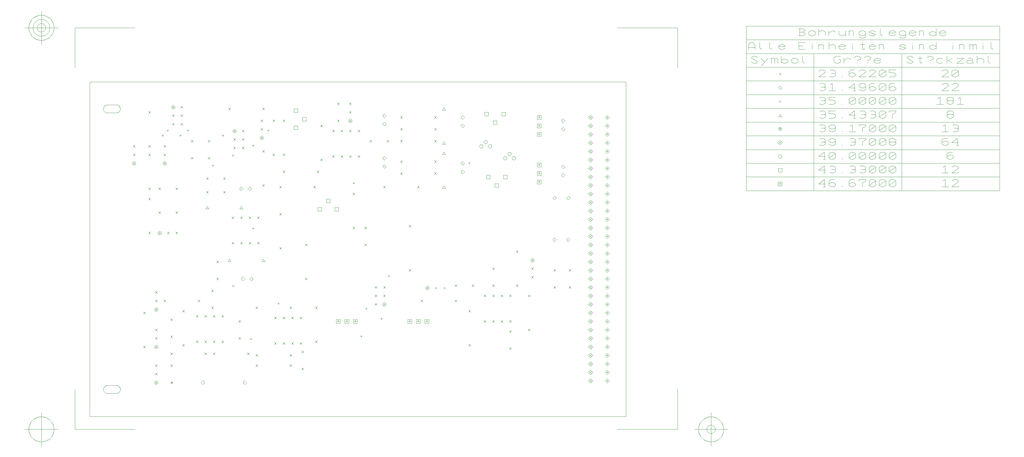
<source format=gbr>
G04 Generated by Ultiboard 10.0 *
%FSLAX25Y25*%
%MOIN*%

%ADD10C,0.00039*%
%ADD11C,0.00394*%
%ADD12C,0.00004*%


G04 ColorRGB 000000 for the following layer *
%LNBohrungssymbole-Copper Top-Copper Bottom*%
%LPD*%
%FSLAX25Y25*%
%MOIN*%
G54D10*
X95319Y40000D02*
X97681Y40000D01*
X96500Y38819D02*
X96500Y41181D01*
X187984Y91535D02*
X190346Y91535D01*
X189165Y90354D02*
X189165Y92717D01*
X190748Y221457D02*
X193110Y221457D01*
X191929Y220276D02*
X191929Y222638D01*
X167126Y153543D02*
X169488Y153543D01*
X168307Y152362D02*
X168307Y154724D01*
X220465Y132874D02*
X222827Y132874D01*
X221646Y131693D02*
X221646Y134055D01*
X90354Y336614D02*
X92717Y336614D01*
X91535Y335433D02*
X91535Y337795D01*
X84449Y330709D02*
X86811Y330709D01*
X85630Y329528D02*
X85630Y331890D01*
X105118Y330709D02*
X107480Y330709D01*
X106299Y329528D02*
X106299Y331890D01*
X113976Y336614D02*
X116339Y336614D01*
X115157Y335433D02*
X115157Y337795D01*
X190748Y318898D02*
X193110Y318898D01*
X191929Y317717D02*
X191929Y320079D01*
X143504Y295276D02*
X145866Y295276D01*
X144685Y294094D02*
X144685Y296457D01*
X167126Y307087D02*
X169488Y307087D01*
X168307Y305906D02*
X168307Y308268D01*
X155315Y330709D02*
X157677Y330709D01*
X156496Y329528D02*
X156496Y331890D01*
X208465Y336614D02*
X210827Y336614D01*
X209646Y335433D02*
X209646Y337795D01*
X323622Y126969D02*
X325984Y126969D01*
X324803Y125787D02*
X324803Y128150D01*
X317717Y94488D02*
X320079Y94488D01*
X318898Y93307D02*
X318898Y95669D01*
X341339Y115157D02*
X343701Y115157D01*
X342520Y113976D02*
X342520Y116339D01*
X350197Y165354D02*
X352559Y165354D01*
X351378Y164173D02*
X351378Y166535D01*
X308858Y274606D02*
X311220Y274606D01*
X310039Y273425D02*
X310039Y275787D01*
X444685Y298228D02*
X447047Y298228D01*
X445866Y297047D02*
X445866Y299409D01*
X492763Y78763D02*
X495237Y81237D01*
X492763Y81237D02*
X495237Y78763D01*
X492763Y98763D02*
X495237Y101237D01*
X492763Y101237D02*
X495237Y98763D01*
X500763Y152763D02*
X503237Y155237D01*
X500763Y155237D02*
X503237Y152763D01*
X500763Y192763D02*
X503237Y195237D01*
X500763Y195237D02*
X503237Y192763D01*
X252763Y160763D02*
X255237Y163237D01*
X252763Y163237D02*
X255237Y160763D01*
X252763Y200763D02*
X255237Y203237D01*
X252763Y203237D02*
X255237Y200763D01*
X222763Y268763D02*
X225237Y271237D01*
X222763Y271237D02*
X225237Y268763D01*
X262763Y268763D02*
X265237Y271237D01*
X262763Y271237D02*
X265237Y268763D01*
X226763Y286763D02*
X229237Y289237D01*
X226763Y289237D02*
X229237Y286763D01*
X266763Y286763D02*
X269237Y289237D01*
X266763Y289237D02*
X269237Y286763D01*
X248763Y54763D02*
X251237Y57237D01*
X248763Y57237D02*
X251237Y54763D01*
X248763Y74763D02*
X251237Y77237D01*
X248763Y77237D02*
X251237Y74763D01*
X216763Y84763D02*
X219237Y87237D01*
X216763Y87237D02*
X219237Y84763D01*
X216763Y114763D02*
X219237Y117237D01*
X216763Y117237D02*
X219237Y114763D01*
X236763Y84763D02*
X239237Y87237D01*
X236763Y87237D02*
X239237Y84763D01*
X226763Y84763D02*
X229237Y87237D01*
X226763Y87237D02*
X229237Y84763D01*
X246763Y84763D02*
X249237Y87237D01*
X246763Y87237D02*
X249237Y84763D01*
X236763Y114763D02*
X239237Y117237D01*
X236763Y117237D02*
X239237Y114763D01*
X226763Y114763D02*
X229237Y117237D01*
X226763Y117237D02*
X229237Y114763D01*
X246763Y114763D02*
X249237Y117237D01*
X246763Y117237D02*
X249237Y114763D01*
X187843Y265773D02*
X190070Y268000D01*
X190070Y268000D02*
X187843Y270227D01*
X187843Y270227D02*
X185615Y268000D01*
X185615Y268000D02*
X187843Y265773D01*
X178000Y265773D02*
X180227Y268000D01*
X180227Y268000D02*
X178000Y270227D01*
X178000Y270227D02*
X175773Y268000D01*
X175773Y268000D02*
X178000Y265773D01*
X136228Y244228D02*
X139772Y244228D01*
X139772Y244228D02*
X138000Y247253D01*
X138000Y247253D02*
X136228Y244228D01*
X176228Y244228D02*
X179772Y244228D01*
X179772Y244228D02*
X178000Y247253D01*
X178000Y247253D02*
X176228Y244228D01*
X156763Y262763D02*
X159237Y265237D01*
X156763Y265237D02*
X159237Y262763D01*
X136763Y262763D02*
X139237Y265237D01*
X136763Y265237D02*
X139237Y262763D01*
X80763Y238763D02*
X83237Y241237D01*
X80763Y241237D02*
X83237Y238763D01*
X100763Y238763D02*
X103237Y241237D01*
X100763Y241237D02*
X103237Y238763D01*
X68763Y214763D02*
X71237Y217237D01*
X68763Y217237D02*
X71237Y214763D01*
X68763Y254763D02*
X71237Y257237D01*
X68763Y257237D02*
X71237Y254763D01*
X94763Y72763D02*
X97237Y75237D01*
X94763Y75237D02*
X97237Y72763D01*
X134763Y72763D02*
X137237Y75237D01*
X134763Y75237D02*
X137237Y72763D01*
X124763Y86763D02*
X127237Y89237D01*
X124763Y89237D02*
X127237Y86763D01*
X124763Y116763D02*
X127237Y119237D01*
X124763Y119237D02*
X127237Y116763D01*
X154763Y116763D02*
X157237Y119237D01*
X154763Y119237D02*
X157237Y116763D01*
X154763Y86763D02*
X157237Y89237D01*
X154763Y89237D02*
X157237Y86763D01*
X134763Y86763D02*
X137237Y89237D01*
X134763Y89237D02*
X137237Y86763D01*
X144763Y86763D02*
X147237Y89237D01*
X144763Y89237D02*
X147237Y86763D01*
X134763Y116763D02*
X137237Y119237D01*
X134763Y119237D02*
X137237Y116763D01*
X144763Y116763D02*
X147237Y119237D01*
X144763Y119237D02*
X147237Y116763D01*
X126763Y134763D02*
X129237Y137237D01*
X126763Y137237D02*
X129237Y134763D01*
X86763Y134763D02*
X89237Y137237D01*
X86763Y137237D02*
X89237Y134763D01*
X108763Y122763D02*
X111237Y125237D01*
X108763Y125237D02*
X111237Y122763D01*
X108763Y82763D02*
X111237Y85237D01*
X108763Y85237D02*
X111237Y82763D01*
X79954Y126128D02*
X79921Y126382D01*
X79921Y126382D02*
X79855Y126630D01*
X79855Y126630D02*
X79757Y126866D01*
X79757Y126866D02*
X79628Y127088D01*
X79628Y127088D02*
X79472Y127291D01*
X79472Y127291D02*
X79291Y127472D01*
X79291Y127472D02*
X79088Y127628D01*
X79088Y127628D02*
X78866Y127757D01*
X78866Y127757D02*
X78630Y127855D01*
X78630Y127855D02*
X78382Y127921D01*
X78382Y127921D02*
X78128Y127954D01*
X78128Y127954D02*
X77872Y127954D01*
X77872Y127954D02*
X77618Y127921D01*
X77618Y127921D02*
X77370Y127855D01*
X77370Y127855D02*
X77134Y127757D01*
X77134Y127757D02*
X76912Y127628D01*
X76912Y127628D02*
X76709Y127472D01*
X76709Y127472D02*
X76528Y127291D01*
X76528Y127291D02*
X76372Y127088D01*
X76372Y127088D02*
X76243Y126866D01*
X76243Y126866D02*
X76145Y126630D01*
X76145Y126630D02*
X76079Y126382D01*
X76079Y126382D02*
X76046Y126128D01*
X76046Y126128D02*
X76046Y125872D01*
X76046Y125872D02*
X76079Y125618D01*
X76079Y125618D02*
X76145Y125370D01*
X76145Y125370D02*
X76243Y125134D01*
X76243Y125134D02*
X76372Y124912D01*
X76372Y124912D02*
X76528Y124709D01*
X76528Y124709D02*
X76709Y124528D01*
X76709Y124528D02*
X76912Y124372D01*
X76912Y124372D02*
X77134Y124243D01*
X77134Y124243D02*
X77370Y124145D01*
X77370Y124145D02*
X77618Y124079D01*
X77618Y124079D02*
X77872Y124046D01*
X77872Y124046D02*
X78128Y124046D01*
X78128Y124046D02*
X78382Y124079D01*
X78382Y124079D02*
X78630Y124145D01*
X78630Y124145D02*
X78866Y124243D01*
X78866Y124243D02*
X79088Y124372D01*
X79088Y124372D02*
X79291Y124528D01*
X79291Y124528D02*
X79472Y124709D01*
X79472Y124709D02*
X79628Y124912D01*
X79628Y124912D02*
X79757Y125134D01*
X79757Y125134D02*
X79855Y125370D01*
X79855Y125370D02*
X79921Y125618D01*
X79921Y125618D02*
X79954Y125872D01*
X79954Y125872D02*
X79954Y126128D01*
X77238Y125440D02*
X77238Y126280D01*
X77238Y126280D02*
X77674Y126839D01*
X77674Y126839D02*
X78109Y126839D01*
X78109Y126839D02*
X78544Y126280D01*
X78544Y126280D02*
X78544Y125440D01*
X77238Y125860D02*
X78544Y125860D01*
X76763Y134763D02*
X79237Y137237D01*
X76763Y137237D02*
X79237Y134763D01*
X76763Y144763D02*
X79237Y147237D01*
X76763Y147237D02*
X79237Y144763D01*
X62763Y80763D02*
X65237Y83237D01*
X62763Y83237D02*
X65237Y80763D01*
X62763Y120763D02*
X65237Y123237D01*
X62763Y123237D02*
X65237Y120763D01*
X94763Y58763D02*
X97237Y61237D01*
X94763Y61237D02*
X97237Y58763D01*
X94763Y38763D02*
X97237Y41237D01*
X94763Y41237D02*
X97237Y38763D01*
X76763Y58763D02*
X79237Y61237D01*
X76763Y61237D02*
X79237Y58763D01*
X76763Y48763D02*
X79237Y51237D01*
X76763Y51237D02*
X79237Y48763D01*
X79954Y40128D02*
X79921Y40382D01*
X79921Y40382D02*
X79855Y40630D01*
X79855Y40630D02*
X79757Y40866D01*
X79757Y40866D02*
X79628Y41088D01*
X79628Y41088D02*
X79472Y41291D01*
X79472Y41291D02*
X79291Y41472D01*
X79291Y41472D02*
X79088Y41628D01*
X79088Y41628D02*
X78866Y41757D01*
X78866Y41757D02*
X78630Y41855D01*
X78630Y41855D02*
X78382Y41921D01*
X78382Y41921D02*
X78128Y41954D01*
X78128Y41954D02*
X77872Y41954D01*
X77872Y41954D02*
X77618Y41921D01*
X77618Y41921D02*
X77370Y41855D01*
X77370Y41855D02*
X77134Y41757D01*
X77134Y41757D02*
X76912Y41628D01*
X76912Y41628D02*
X76709Y41472D01*
X76709Y41472D02*
X76528Y41291D01*
X76528Y41291D02*
X76372Y41088D01*
X76372Y41088D02*
X76243Y40866D01*
X76243Y40866D02*
X76145Y40630D01*
X76145Y40630D02*
X76079Y40382D01*
X76079Y40382D02*
X76046Y40128D01*
X76046Y40128D02*
X76046Y39872D01*
X76046Y39872D02*
X76079Y39618D01*
X76079Y39618D02*
X76145Y39370D01*
X76145Y39370D02*
X76243Y39134D01*
X76243Y39134D02*
X76372Y38912D01*
X76372Y38912D02*
X76528Y38709D01*
X76528Y38709D02*
X76709Y38528D01*
X76709Y38528D02*
X76912Y38372D01*
X76912Y38372D02*
X77134Y38243D01*
X77134Y38243D02*
X77370Y38145D01*
X77370Y38145D02*
X77618Y38079D01*
X77618Y38079D02*
X77872Y38046D01*
X77872Y38046D02*
X78128Y38046D01*
X78128Y38046D02*
X78382Y38079D01*
X78382Y38079D02*
X78630Y38145D01*
X78630Y38145D02*
X78866Y38243D01*
X78866Y38243D02*
X79088Y38372D01*
X79088Y38372D02*
X79291Y38528D01*
X79291Y38528D02*
X79472Y38709D01*
X79472Y38709D02*
X79628Y38912D01*
X79628Y38912D02*
X79757Y39134D01*
X79757Y39134D02*
X79855Y39370D01*
X79855Y39370D02*
X79921Y39618D01*
X79921Y39618D02*
X79954Y39872D01*
X79954Y39872D02*
X79954Y40128D01*
X77238Y39440D02*
X77238Y40280D01*
X77238Y40280D02*
X77674Y40839D01*
X77674Y40839D02*
X78109Y40839D01*
X78109Y40839D02*
X78544Y40280D01*
X78544Y40280D02*
X78544Y39440D01*
X77238Y39860D02*
X78544Y39860D01*
X94763Y92763D02*
X97237Y95237D01*
X94763Y95237D02*
X97237Y92763D01*
X94763Y112763D02*
X97237Y115237D01*
X94763Y115237D02*
X97237Y112763D01*
X76763Y90763D02*
X79237Y93237D01*
X76763Y93237D02*
X79237Y90763D01*
X79954Y82128D02*
X79921Y82382D01*
X79921Y82382D02*
X79855Y82630D01*
X79855Y82630D02*
X79757Y82866D01*
X79757Y82866D02*
X79628Y83088D01*
X79628Y83088D02*
X79472Y83291D01*
X79472Y83291D02*
X79291Y83472D01*
X79291Y83472D02*
X79088Y83628D01*
X79088Y83628D02*
X78866Y83757D01*
X78866Y83757D02*
X78630Y83855D01*
X78630Y83855D02*
X78382Y83921D01*
X78382Y83921D02*
X78128Y83954D01*
X78128Y83954D02*
X77872Y83954D01*
X77872Y83954D02*
X77618Y83921D01*
X77618Y83921D02*
X77370Y83855D01*
X77370Y83855D02*
X77134Y83757D01*
X77134Y83757D02*
X76912Y83628D01*
X76912Y83628D02*
X76709Y83472D01*
X76709Y83472D02*
X76528Y83291D01*
X76528Y83291D02*
X76372Y83088D01*
X76372Y83088D02*
X76243Y82866D01*
X76243Y82866D02*
X76145Y82630D01*
X76145Y82630D02*
X76079Y82382D01*
X76079Y82382D02*
X76046Y82128D01*
X76046Y82128D02*
X76046Y81872D01*
X76046Y81872D02*
X76079Y81618D01*
X76079Y81618D02*
X76145Y81370D01*
X76145Y81370D02*
X76243Y81134D01*
X76243Y81134D02*
X76372Y80912D01*
X76372Y80912D02*
X76528Y80709D01*
X76528Y80709D02*
X76709Y80528D01*
X76709Y80528D02*
X76912Y80372D01*
X76912Y80372D02*
X77134Y80243D01*
X77134Y80243D02*
X77370Y80145D01*
X77370Y80145D02*
X77618Y80079D01*
X77618Y80079D02*
X77872Y80046D01*
X77872Y80046D02*
X78128Y80046D01*
X78128Y80046D02*
X78382Y80079D01*
X78382Y80079D02*
X78630Y80145D01*
X78630Y80145D02*
X78866Y80243D01*
X78866Y80243D02*
X79088Y80372D01*
X79088Y80372D02*
X79291Y80528D01*
X79291Y80528D02*
X79472Y80709D01*
X79472Y80709D02*
X79628Y80912D01*
X79628Y80912D02*
X79757Y81134D01*
X79757Y81134D02*
X79855Y81370D01*
X79855Y81370D02*
X79921Y81618D01*
X79921Y81618D02*
X79954Y81872D01*
X79954Y81872D02*
X79954Y82128D01*
X77238Y81440D02*
X77238Y82280D01*
X77238Y82280D02*
X77674Y82839D01*
X77674Y82839D02*
X78109Y82839D01*
X78109Y82839D02*
X78544Y82280D01*
X78544Y82280D02*
X78544Y81440D01*
X77238Y81860D02*
X78544Y81860D01*
X76763Y100763D02*
X79237Y103237D01*
X76763Y103237D02*
X79237Y100763D01*
X90763Y214763D02*
X93237Y217237D01*
X90763Y217237D02*
X93237Y214763D01*
X83954Y216128D02*
X83921Y216382D01*
X83921Y216382D02*
X83855Y216630D01*
X83855Y216630D02*
X83757Y216866D01*
X83757Y216866D02*
X83628Y217088D01*
X83628Y217088D02*
X83472Y217291D01*
X83472Y217291D02*
X83291Y217472D01*
X83291Y217472D02*
X83088Y217628D01*
X83088Y217628D02*
X82866Y217757D01*
X82866Y217757D02*
X82630Y217855D01*
X82630Y217855D02*
X82382Y217921D01*
X82382Y217921D02*
X82128Y217954D01*
X82128Y217954D02*
X81872Y217954D01*
X81872Y217954D02*
X81618Y217921D01*
X81618Y217921D02*
X81370Y217855D01*
X81370Y217855D02*
X81134Y217757D01*
X81134Y217757D02*
X80912Y217628D01*
X80912Y217628D02*
X80709Y217472D01*
X80709Y217472D02*
X80528Y217291D01*
X80528Y217291D02*
X80372Y217088D01*
X80372Y217088D02*
X80243Y216866D01*
X80243Y216866D02*
X80145Y216630D01*
X80145Y216630D02*
X80079Y216382D01*
X80079Y216382D02*
X80046Y216128D01*
X80046Y216128D02*
X80046Y215872D01*
X80046Y215872D02*
X80079Y215618D01*
X80079Y215618D02*
X80145Y215370D01*
X80145Y215370D02*
X80243Y215134D01*
X80243Y215134D02*
X80372Y214912D01*
X80372Y214912D02*
X80528Y214709D01*
X80528Y214709D02*
X80709Y214528D01*
X80709Y214528D02*
X80912Y214372D01*
X80912Y214372D02*
X81134Y214243D01*
X81134Y214243D02*
X81370Y214145D01*
X81370Y214145D02*
X81618Y214079D01*
X81618Y214079D02*
X81872Y214046D01*
X81872Y214046D02*
X82128Y214046D01*
X82128Y214046D02*
X82382Y214079D01*
X82382Y214079D02*
X82630Y214145D01*
X82630Y214145D02*
X82866Y214243D01*
X82866Y214243D02*
X83088Y214372D01*
X83088Y214372D02*
X83291Y214528D01*
X83291Y214528D02*
X83472Y214709D01*
X83472Y214709D02*
X83628Y214912D01*
X83628Y214912D02*
X83757Y215134D01*
X83757Y215134D02*
X83855Y215370D01*
X83855Y215370D02*
X83921Y215618D01*
X83921Y215618D02*
X83954Y215872D01*
X83954Y215872D02*
X83954Y216128D01*
X81238Y215440D02*
X81238Y216280D01*
X81238Y216280D02*
X81674Y216839D01*
X81674Y216839D02*
X82109Y216839D01*
X82109Y216839D02*
X82544Y216280D01*
X82544Y216280D02*
X82544Y215440D01*
X81238Y215860D02*
X82544Y215860D01*
X100763Y214763D02*
X103237Y217237D01*
X100763Y217237D02*
X103237Y214763D01*
X142763Y126763D02*
X145237Y129237D01*
X142763Y129237D02*
X145237Y126763D01*
X142763Y146763D02*
X145237Y149237D01*
X142763Y149237D02*
X145237Y146763D01*
X194763Y126763D02*
X197237Y129237D01*
X194763Y129237D02*
X197237Y126763D01*
X234763Y126763D02*
X237237Y129237D01*
X234763Y129237D02*
X237237Y126763D01*
X184763Y72763D02*
X187237Y75237D01*
X184763Y75237D02*
X187237Y72763D01*
X144763Y72763D02*
X147237Y75237D01*
X144763Y75237D02*
X147237Y72763D01*
X132787Y37773D02*
X135015Y40000D01*
X135015Y40000D02*
X132787Y42227D01*
X132787Y42227D02*
X130560Y40000D01*
X130560Y40000D02*
X132787Y37773D01*
X182000Y37773D02*
X184227Y40000D01*
X184227Y40000D02*
X182000Y42227D01*
X182000Y42227D02*
X179773Y40000D01*
X179773Y40000D02*
X182000Y37773D01*
X174763Y90763D02*
X177237Y93237D01*
X174763Y93237D02*
X177237Y90763D01*
X174763Y110763D02*
X177237Y113237D01*
X174763Y113237D02*
X177237Y110763D01*
X194763Y58763D02*
X197237Y61237D01*
X194763Y61237D02*
X197237Y58763D01*
X234763Y58763D02*
X237237Y61237D01*
X234763Y61237D02*
X237237Y58763D01*
X194763Y70763D02*
X197237Y73237D01*
X194763Y73237D02*
X197237Y70763D01*
X234763Y70763D02*
X237237Y73237D01*
X234763Y73237D02*
X237237Y70763D01*
X162228Y182228D02*
X165772Y182228D01*
X165772Y182228D02*
X164000Y185253D01*
X164000Y185253D02*
X162228Y182228D01*
X202228Y182228D02*
X205772Y182228D01*
X205772Y182228D02*
X204000Y185253D01*
X204000Y185253D02*
X202228Y182228D01*
X189843Y159773D02*
X192070Y162000D01*
X192070Y162000D02*
X189843Y164227D01*
X189843Y164227D02*
X187615Y162000D01*
X187615Y162000D02*
X189843Y159773D01*
X180000Y159773D02*
X182227Y162000D01*
X182227Y162000D02*
X180000Y164227D01*
X180000Y164227D02*
X177773Y162000D01*
X177773Y162000D02*
X180000Y159773D01*
X186763Y202763D02*
X189237Y205237D01*
X186763Y205237D02*
X189237Y202763D01*
X186763Y232763D02*
X189237Y235237D01*
X186763Y235237D02*
X189237Y232763D01*
X166763Y202763D02*
X169237Y205237D01*
X166763Y205237D02*
X169237Y202763D01*
X176763Y202763D02*
X179237Y205237D01*
X176763Y205237D02*
X179237Y202763D01*
X166763Y232763D02*
X169237Y235237D01*
X166763Y235237D02*
X169237Y232763D01*
X176763Y232763D02*
X179237Y235237D01*
X176763Y235237D02*
X179237Y232763D01*
X196763Y202763D02*
X199237Y205237D01*
X196763Y205237D02*
X199237Y202763D01*
X196763Y232763D02*
X199237Y235237D01*
X196763Y235237D02*
X199237Y232763D01*
X148763Y160763D02*
X151237Y163237D01*
X148763Y163237D02*
X151237Y160763D01*
X148763Y180763D02*
X151237Y183237D01*
X148763Y183237D02*
X151237Y180763D01*
X222763Y196763D02*
X225237Y199237D01*
X222763Y199237D02*
X225237Y196763D01*
X222763Y236763D02*
X225237Y239237D01*
X222763Y239237D02*
X225237Y236763D01*
X118763Y302763D02*
X121237Y305237D01*
X118763Y305237D02*
X121237Y302763D01*
X118763Y322763D02*
X121237Y325237D01*
X118763Y325237D02*
X121237Y322763D01*
X138763Y302763D02*
X141237Y305237D01*
X138763Y305237D02*
X141237Y302763D01*
X138763Y322763D02*
X141237Y325237D01*
X138763Y325237D02*
X141237Y322763D01*
X50763Y316763D02*
X53237Y319237D01*
X50763Y319237D02*
X53237Y316763D01*
X53954Y298128D02*
X53921Y298382D01*
X53921Y298382D02*
X53855Y298630D01*
X53855Y298630D02*
X53757Y298866D01*
X53757Y298866D02*
X53628Y299088D01*
X53628Y299088D02*
X53472Y299291D01*
X53472Y299291D02*
X53291Y299472D01*
X53291Y299472D02*
X53088Y299628D01*
X53088Y299628D02*
X52866Y299757D01*
X52866Y299757D02*
X52630Y299855D01*
X52630Y299855D02*
X52382Y299921D01*
X52382Y299921D02*
X52128Y299954D01*
X52128Y299954D02*
X51872Y299954D01*
X51872Y299954D02*
X51618Y299921D01*
X51618Y299921D02*
X51370Y299855D01*
X51370Y299855D02*
X51134Y299757D01*
X51134Y299757D02*
X50912Y299628D01*
X50912Y299628D02*
X50709Y299472D01*
X50709Y299472D02*
X50528Y299291D01*
X50528Y299291D02*
X50372Y299088D01*
X50372Y299088D02*
X50243Y298866D01*
X50243Y298866D02*
X50145Y298630D01*
X50145Y298630D02*
X50079Y298382D01*
X50079Y298382D02*
X50046Y298128D01*
X50046Y298128D02*
X50046Y297872D01*
X50046Y297872D02*
X50079Y297618D01*
X50079Y297618D02*
X50145Y297370D01*
X50145Y297370D02*
X50243Y297134D01*
X50243Y297134D02*
X50372Y296912D01*
X50372Y296912D02*
X50528Y296709D01*
X50528Y296709D02*
X50709Y296528D01*
X50709Y296528D02*
X50912Y296372D01*
X50912Y296372D02*
X51134Y296243D01*
X51134Y296243D02*
X51370Y296145D01*
X51370Y296145D02*
X51618Y296079D01*
X51618Y296079D02*
X51872Y296046D01*
X51872Y296046D02*
X52128Y296046D01*
X52128Y296046D02*
X52382Y296079D01*
X52382Y296079D02*
X52630Y296145D01*
X52630Y296145D02*
X52866Y296243D01*
X52866Y296243D02*
X53088Y296372D01*
X53088Y296372D02*
X53291Y296528D01*
X53291Y296528D02*
X53472Y296709D01*
X53472Y296709D02*
X53628Y296912D01*
X53628Y296912D02*
X53757Y297134D01*
X53757Y297134D02*
X53855Y297370D01*
X53855Y297370D02*
X53921Y297618D01*
X53921Y297618D02*
X53954Y297872D01*
X53954Y297872D02*
X53954Y298128D01*
X51238Y297440D02*
X51238Y298280D01*
X51238Y298280D02*
X51674Y298839D01*
X51674Y298839D02*
X52109Y298839D01*
X52109Y298839D02*
X52544Y298280D01*
X52544Y298280D02*
X52544Y297440D01*
X51238Y297860D02*
X52544Y297860D01*
X50763Y306763D02*
X53237Y309237D01*
X50763Y309237D02*
X53237Y306763D01*
X68763Y316763D02*
X71237Y319237D01*
X68763Y319237D02*
X71237Y316763D01*
X68763Y356763D02*
X71237Y359237D01*
X68763Y359237D02*
X71237Y356763D01*
X86763Y316763D02*
X89237Y319237D01*
X86763Y319237D02*
X89237Y316763D01*
X89954Y298128D02*
X89921Y298382D01*
X89921Y298382D02*
X89855Y298630D01*
X89855Y298630D02*
X89757Y298866D01*
X89757Y298866D02*
X89628Y299088D01*
X89628Y299088D02*
X89472Y299291D01*
X89472Y299291D02*
X89291Y299472D01*
X89291Y299472D02*
X89088Y299628D01*
X89088Y299628D02*
X88866Y299757D01*
X88866Y299757D02*
X88630Y299855D01*
X88630Y299855D02*
X88382Y299921D01*
X88382Y299921D02*
X88128Y299954D01*
X88128Y299954D02*
X87872Y299954D01*
X87872Y299954D02*
X87618Y299921D01*
X87618Y299921D02*
X87370Y299855D01*
X87370Y299855D02*
X87134Y299757D01*
X87134Y299757D02*
X86912Y299628D01*
X86912Y299628D02*
X86709Y299472D01*
X86709Y299472D02*
X86528Y299291D01*
X86528Y299291D02*
X86372Y299088D01*
X86372Y299088D02*
X86243Y298866D01*
X86243Y298866D02*
X86145Y298630D01*
X86145Y298630D02*
X86079Y298382D01*
X86079Y298382D02*
X86046Y298128D01*
X86046Y298128D02*
X86046Y297872D01*
X86046Y297872D02*
X86079Y297618D01*
X86079Y297618D02*
X86145Y297370D01*
X86145Y297370D02*
X86243Y297134D01*
X86243Y297134D02*
X86372Y296912D01*
X86372Y296912D02*
X86528Y296709D01*
X86528Y296709D02*
X86709Y296528D01*
X86709Y296528D02*
X86912Y296372D01*
X86912Y296372D02*
X87134Y296243D01*
X87134Y296243D02*
X87370Y296145D01*
X87370Y296145D02*
X87618Y296079D01*
X87618Y296079D02*
X87872Y296046D01*
X87872Y296046D02*
X88128Y296046D01*
X88128Y296046D02*
X88382Y296079D01*
X88382Y296079D02*
X88630Y296145D01*
X88630Y296145D02*
X88866Y296243D01*
X88866Y296243D02*
X89088Y296372D01*
X89088Y296372D02*
X89291Y296528D01*
X89291Y296528D02*
X89472Y296709D01*
X89472Y296709D02*
X89628Y296912D01*
X89628Y296912D02*
X89757Y297134D01*
X89757Y297134D02*
X89855Y297370D01*
X89855Y297370D02*
X89921Y297618D01*
X89921Y297618D02*
X89954Y297872D01*
X89954Y297872D02*
X89954Y298128D01*
X87238Y297440D02*
X87238Y298280D01*
X87238Y298280D02*
X87674Y298839D01*
X87674Y298839D02*
X88109Y298839D01*
X88109Y298839D02*
X88544Y298280D01*
X88544Y298280D02*
X88544Y297440D01*
X87238Y297860D02*
X88544Y297860D01*
X86763Y306763D02*
X89237Y309237D01*
X86763Y309237D02*
X89237Y306763D01*
X80763Y266763D02*
X83237Y269237D01*
X80763Y269237D02*
X83237Y266763D01*
X100763Y266763D02*
X103237Y269237D01*
X100763Y269237D02*
X103237Y266763D01*
X68763Y266763D02*
X71237Y269237D01*
X68763Y269237D02*
X71237Y266763D01*
X68763Y306763D02*
X71237Y309237D01*
X68763Y309237D02*
X71237Y306763D01*
X96763Y342763D02*
X99237Y345237D01*
X96763Y345237D02*
X99237Y342763D01*
X106763Y342763D02*
X109237Y345237D01*
X106763Y345237D02*
X109237Y342763D01*
X106763Y362763D02*
X109237Y365237D01*
X106763Y365237D02*
X109237Y362763D01*
X106763Y352763D02*
X109237Y355237D01*
X106763Y355237D02*
X109237Y352763D01*
X99954Y364128D02*
X99921Y364382D01*
X99921Y364382D02*
X99855Y364630D01*
X99855Y364630D02*
X99757Y364866D01*
X99757Y364866D02*
X99628Y365088D01*
X99628Y365088D02*
X99472Y365291D01*
X99472Y365291D02*
X99291Y365472D01*
X99291Y365472D02*
X99088Y365628D01*
X99088Y365628D02*
X98866Y365757D01*
X98866Y365757D02*
X98630Y365855D01*
X98630Y365855D02*
X98382Y365921D01*
X98382Y365921D02*
X98128Y365954D01*
X98128Y365954D02*
X97872Y365954D01*
X97872Y365954D02*
X97618Y365921D01*
X97618Y365921D02*
X97370Y365855D01*
X97370Y365855D02*
X97134Y365757D01*
X97134Y365757D02*
X96912Y365628D01*
X96912Y365628D02*
X96709Y365472D01*
X96709Y365472D02*
X96528Y365291D01*
X96528Y365291D02*
X96372Y365088D01*
X96372Y365088D02*
X96243Y364866D01*
X96243Y364866D02*
X96145Y364630D01*
X96145Y364630D02*
X96079Y364382D01*
X96079Y364382D02*
X96046Y364128D01*
X96046Y364128D02*
X96046Y363872D01*
X96046Y363872D02*
X96079Y363618D01*
X96079Y363618D02*
X96145Y363370D01*
X96145Y363370D02*
X96243Y363134D01*
X96243Y363134D02*
X96372Y362912D01*
X96372Y362912D02*
X96528Y362709D01*
X96528Y362709D02*
X96709Y362528D01*
X96709Y362528D02*
X96912Y362372D01*
X96912Y362372D02*
X97134Y362243D01*
X97134Y362243D02*
X97370Y362145D01*
X97370Y362145D02*
X97618Y362079D01*
X97618Y362079D02*
X97872Y362046D01*
X97872Y362046D02*
X98128Y362046D01*
X98128Y362046D02*
X98382Y362079D01*
X98382Y362079D02*
X98630Y362145D01*
X98630Y362145D02*
X98866Y362243D01*
X98866Y362243D02*
X99088Y362372D01*
X99088Y362372D02*
X99291Y362528D01*
X99291Y362528D02*
X99472Y362709D01*
X99472Y362709D02*
X99628Y362912D01*
X99628Y362912D02*
X99757Y363134D01*
X99757Y363134D02*
X99855Y363370D01*
X99855Y363370D02*
X99921Y363618D01*
X99921Y363618D02*
X99954Y363872D01*
X99954Y363872D02*
X99954Y364128D01*
X97238Y363440D02*
X97238Y364280D01*
X97238Y364280D02*
X97674Y364839D01*
X97674Y364839D02*
X98109Y364839D01*
X98109Y364839D02*
X98544Y364280D01*
X98544Y364280D02*
X98544Y363440D01*
X97238Y363860D02*
X98544Y363860D01*
X96763Y352763D02*
X99237Y355237D01*
X96763Y355237D02*
X99237Y352763D01*
X162763Y360763D02*
X165237Y363237D01*
X162763Y363237D02*
X165237Y360763D01*
X202763Y360763D02*
X205237Y363237D01*
X202763Y363237D02*
X205237Y360763D01*
X178763Y314763D02*
X181237Y317237D01*
X178763Y317237D02*
X181237Y314763D01*
X168763Y314763D02*
X171237Y317237D01*
X168763Y317237D02*
X171237Y314763D01*
X168763Y324763D02*
X171237Y327237D01*
X168763Y327237D02*
X171237Y324763D01*
X171954Y336128D02*
X171921Y336382D01*
X171921Y336382D02*
X171855Y336630D01*
X171855Y336630D02*
X171757Y336866D01*
X171757Y336866D02*
X171628Y337088D01*
X171628Y337088D02*
X171472Y337291D01*
X171472Y337291D02*
X171291Y337472D01*
X171291Y337472D02*
X171088Y337628D01*
X171088Y337628D02*
X170866Y337757D01*
X170866Y337757D02*
X170630Y337855D01*
X170630Y337855D02*
X170382Y337921D01*
X170382Y337921D02*
X170128Y337954D01*
X170128Y337954D02*
X169872Y337954D01*
X169872Y337954D02*
X169618Y337921D01*
X169618Y337921D02*
X169370Y337855D01*
X169370Y337855D02*
X169134Y337757D01*
X169134Y337757D02*
X168912Y337628D01*
X168912Y337628D02*
X168709Y337472D01*
X168709Y337472D02*
X168528Y337291D01*
X168528Y337291D02*
X168372Y337088D01*
X168372Y337088D02*
X168243Y336866D01*
X168243Y336866D02*
X168145Y336630D01*
X168145Y336630D02*
X168079Y336382D01*
X168079Y336382D02*
X168046Y336128D01*
X168046Y336128D02*
X168046Y335872D01*
X168046Y335872D02*
X168079Y335618D01*
X168079Y335618D02*
X168145Y335370D01*
X168145Y335370D02*
X168243Y335134D01*
X168243Y335134D02*
X168372Y334912D01*
X168372Y334912D02*
X168528Y334709D01*
X168528Y334709D02*
X168709Y334528D01*
X168709Y334528D02*
X168912Y334372D01*
X168912Y334372D02*
X169134Y334243D01*
X169134Y334243D02*
X169370Y334145D01*
X169370Y334145D02*
X169618Y334079D01*
X169618Y334079D02*
X169872Y334046D01*
X169872Y334046D02*
X170128Y334046D01*
X170128Y334046D02*
X170382Y334079D01*
X170382Y334079D02*
X170630Y334145D01*
X170630Y334145D02*
X170866Y334243D01*
X170866Y334243D02*
X171088Y334372D01*
X171088Y334372D02*
X171291Y334528D01*
X171291Y334528D02*
X171472Y334709D01*
X171472Y334709D02*
X171628Y334912D01*
X171628Y334912D02*
X171757Y335134D01*
X171757Y335134D02*
X171855Y335370D01*
X171855Y335370D02*
X171921Y335618D01*
X171921Y335618D02*
X171954Y335872D01*
X171954Y335872D02*
X171954Y336128D01*
X169238Y335440D02*
X169238Y336280D01*
X169238Y336280D02*
X169674Y336839D01*
X169674Y336839D02*
X170109Y336839D01*
X170109Y336839D02*
X170544Y336280D01*
X170544Y336280D02*
X170544Y335440D01*
X169238Y335860D02*
X170544Y335860D01*
X178763Y324763D02*
X181237Y327237D01*
X178763Y327237D02*
X181237Y324763D01*
X178763Y334763D02*
X181237Y337237D01*
X178763Y337237D02*
X181237Y334763D01*
X156763Y278763D02*
X159237Y281237D01*
X156763Y281237D02*
X159237Y278763D01*
X136763Y278763D02*
X139237Y281237D01*
X136763Y281237D02*
X139237Y278763D01*
X226763Y306763D02*
X229237Y309237D01*
X226763Y309237D02*
X229237Y306763D01*
X226763Y346763D02*
X229237Y349237D01*
X226763Y349237D02*
X229237Y346763D01*
X214763Y306763D02*
X217237Y309237D01*
X214763Y309237D02*
X217237Y306763D01*
X214763Y346763D02*
X217237Y349237D01*
X214763Y349237D02*
X217237Y346763D01*
X202763Y310763D02*
X205237Y313237D01*
X202763Y313237D02*
X205237Y310763D01*
X202763Y270763D02*
X205237Y273237D01*
X202763Y273237D02*
X205237Y270763D01*
X200763Y346763D02*
X203237Y349237D01*
X200763Y349237D02*
X203237Y346763D01*
X203954Y328128D02*
X203921Y328382D01*
X203921Y328382D02*
X203855Y328630D01*
X203855Y328630D02*
X203757Y328866D01*
X203757Y328866D02*
X203628Y329088D01*
X203628Y329088D02*
X203472Y329291D01*
X203472Y329291D02*
X203291Y329472D01*
X203291Y329472D02*
X203088Y329628D01*
X203088Y329628D02*
X202866Y329757D01*
X202866Y329757D02*
X202630Y329855D01*
X202630Y329855D02*
X202382Y329921D01*
X202382Y329921D02*
X202128Y329954D01*
X202128Y329954D02*
X201872Y329954D01*
X201872Y329954D02*
X201618Y329921D01*
X201618Y329921D02*
X201370Y329855D01*
X201370Y329855D02*
X201134Y329757D01*
X201134Y329757D02*
X200912Y329628D01*
X200912Y329628D02*
X200709Y329472D01*
X200709Y329472D02*
X200528Y329291D01*
X200528Y329291D02*
X200372Y329088D01*
X200372Y329088D02*
X200243Y328866D01*
X200243Y328866D02*
X200145Y328630D01*
X200145Y328630D02*
X200079Y328382D01*
X200079Y328382D02*
X200046Y328128D01*
X200046Y328128D02*
X200046Y327872D01*
X200046Y327872D02*
X200079Y327618D01*
X200079Y327618D02*
X200145Y327370D01*
X200145Y327370D02*
X200243Y327134D01*
X200243Y327134D02*
X200372Y326912D01*
X200372Y326912D02*
X200528Y326709D01*
X200528Y326709D02*
X200709Y326528D01*
X200709Y326528D02*
X200912Y326372D01*
X200912Y326372D02*
X201134Y326243D01*
X201134Y326243D02*
X201370Y326145D01*
X201370Y326145D02*
X201618Y326079D01*
X201618Y326079D02*
X201872Y326046D01*
X201872Y326046D02*
X202128Y326046D01*
X202128Y326046D02*
X202382Y326079D01*
X202382Y326079D02*
X202630Y326145D01*
X202630Y326145D02*
X202866Y326243D01*
X202866Y326243D02*
X203088Y326372D01*
X203088Y326372D02*
X203291Y326528D01*
X203291Y326528D02*
X203472Y326709D01*
X203472Y326709D02*
X203628Y326912D01*
X203628Y326912D02*
X203757Y327134D01*
X203757Y327134D02*
X203855Y327370D01*
X203855Y327370D02*
X203921Y327618D01*
X203921Y327618D02*
X203954Y327872D01*
X203954Y327872D02*
X203954Y328128D01*
X201238Y327440D02*
X201238Y328280D01*
X201238Y328280D02*
X201674Y328839D01*
X201674Y328839D02*
X202109Y328839D01*
X202109Y328839D02*
X202544Y328280D01*
X202544Y328280D02*
X202544Y327440D01*
X201238Y327860D02*
X202544Y327860D01*
X200763Y336763D02*
X203237Y339237D01*
X200763Y339237D02*
X203237Y336763D01*
X308763Y220763D02*
X311237Y223237D01*
X308763Y223237D02*
X311237Y220763D01*
X308763Y260763D02*
X311237Y263237D01*
X308763Y263237D02*
X311237Y260763D01*
X374763Y170763D02*
X377237Y173237D01*
X374763Y173237D02*
X377237Y170763D01*
X374763Y222763D02*
X377237Y225237D01*
X374763Y225237D02*
X377237Y222763D01*
X264763Y126763D02*
X267237Y129237D01*
X264763Y129237D02*
X267237Y126763D01*
X264763Y86763D02*
X267237Y89237D01*
X264763Y89237D02*
X267237Y86763D01*
X344763Y140763D02*
X347237Y143237D01*
X344763Y143237D02*
X347237Y140763D01*
X347954Y132128D02*
X347921Y132382D01*
X347921Y132382D02*
X347855Y132630D01*
X347855Y132630D02*
X347757Y132866D01*
X347757Y132866D02*
X347628Y133088D01*
X347628Y133088D02*
X347472Y133291D01*
X347472Y133291D02*
X347291Y133472D01*
X347291Y133472D02*
X347088Y133628D01*
X347088Y133628D02*
X346866Y133757D01*
X346866Y133757D02*
X346630Y133855D01*
X346630Y133855D02*
X346382Y133921D01*
X346382Y133921D02*
X346128Y133954D01*
X346128Y133954D02*
X345872Y133954D01*
X345872Y133954D02*
X345618Y133921D01*
X345618Y133921D02*
X345370Y133855D01*
X345370Y133855D02*
X345134Y133757D01*
X345134Y133757D02*
X344912Y133628D01*
X344912Y133628D02*
X344709Y133472D01*
X344709Y133472D02*
X344528Y133291D01*
X344528Y133291D02*
X344372Y133088D01*
X344372Y133088D02*
X344243Y132866D01*
X344243Y132866D02*
X344145Y132630D01*
X344145Y132630D02*
X344079Y132382D01*
X344079Y132382D02*
X344046Y132128D01*
X344046Y132128D02*
X344046Y131872D01*
X344046Y131872D02*
X344079Y131618D01*
X344079Y131618D02*
X344145Y131370D01*
X344145Y131370D02*
X344243Y131134D01*
X344243Y131134D02*
X344372Y130912D01*
X344372Y130912D02*
X344528Y130709D01*
X344528Y130709D02*
X344709Y130528D01*
X344709Y130528D02*
X344912Y130372D01*
X344912Y130372D02*
X345134Y130243D01*
X345134Y130243D02*
X345370Y130145D01*
X345370Y130145D02*
X345618Y130079D01*
X345618Y130079D02*
X345872Y130046D01*
X345872Y130046D02*
X346128Y130046D01*
X346128Y130046D02*
X346382Y130079D01*
X346382Y130079D02*
X346630Y130145D01*
X346630Y130145D02*
X346866Y130243D01*
X346866Y130243D02*
X347088Y130372D01*
X347088Y130372D02*
X347291Y130528D01*
X347291Y130528D02*
X347472Y130709D01*
X347472Y130709D02*
X347628Y130912D01*
X347628Y130912D02*
X347757Y131134D01*
X347757Y131134D02*
X347855Y131370D01*
X347855Y131370D02*
X347921Y131618D01*
X347921Y131618D02*
X347954Y131872D01*
X347954Y131872D02*
X347954Y132128D01*
X345238Y131440D02*
X345238Y132280D01*
X345238Y132280D02*
X345674Y132839D01*
X345674Y132839D02*
X346109Y132839D01*
X346109Y132839D02*
X346544Y132280D01*
X346544Y132280D02*
X346544Y131440D01*
X345238Y131860D02*
X346544Y131860D01*
X344763Y150763D02*
X347237Y153237D01*
X344763Y153237D02*
X347237Y150763D01*
X334763Y140763D02*
X337237Y143237D01*
X334763Y143237D02*
X337237Y140763D01*
X334763Y130763D02*
X337237Y133237D01*
X334763Y133237D02*
X337237Y130763D01*
X334763Y150763D02*
X337237Y153237D01*
X334763Y153237D02*
X337237Y150763D01*
X322763Y220763D02*
X325237Y223237D01*
X322763Y223237D02*
X325237Y220763D01*
X322763Y200763D02*
X325237Y203237D01*
X322763Y203237D02*
X325237Y200763D01*
X444763Y122763D02*
X447237Y125237D01*
X444763Y125237D02*
X447237Y122763D01*
X444763Y82763D02*
X447237Y85237D01*
X444763Y85237D02*
X447237Y82763D01*
X472763Y110763D02*
X475237Y113237D01*
X472763Y113237D02*
X475237Y110763D01*
X462763Y110763D02*
X465237Y113237D01*
X462763Y113237D02*
X465237Y110763D01*
X482763Y110763D02*
X485237Y113237D01*
X482763Y113237D02*
X485237Y110763D01*
X492763Y110763D02*
X495237Y113237D01*
X492763Y113237D02*
X495237Y110763D01*
X472763Y140763D02*
X475237Y143237D01*
X472763Y143237D02*
X475237Y140763D01*
X462763Y140763D02*
X465237Y143237D01*
X462763Y143237D02*
X465237Y140763D01*
X482763Y140763D02*
X485237Y143237D01*
X482763Y143237D02*
X485237Y140763D01*
X492763Y140763D02*
X495237Y143237D01*
X492763Y143237D02*
X495237Y140763D01*
X428763Y152763D02*
X431237Y155237D01*
X428763Y155237D02*
X431237Y152763D01*
X448763Y152763D02*
X451237Y155237D01*
X448763Y155237D02*
X451237Y152763D01*
X472763Y152763D02*
X475237Y155237D01*
X472763Y155237D02*
X475237Y152763D01*
X472763Y172763D02*
X475237Y175237D01*
X472763Y175237D02*
X475237Y172763D01*
X388763Y134763D02*
X391237Y137237D01*
X388763Y137237D02*
X391237Y134763D01*
X428763Y134763D02*
X431237Y137237D01*
X428763Y137237D02*
X431237Y134763D01*
X405471Y150054D02*
X407946Y152529D01*
X405471Y152529D02*
X407946Y150054D01*
X398663Y151420D02*
X398629Y151674D01*
X398629Y151674D02*
X398563Y151921D01*
X398563Y151921D02*
X398465Y152158D01*
X398465Y152158D02*
X398337Y152380D01*
X398337Y152380D02*
X398181Y152583D01*
X398181Y152583D02*
X398000Y152764D01*
X398000Y152764D02*
X397796Y152920D01*
X397796Y152920D02*
X397575Y153048D01*
X397575Y153048D02*
X397338Y153146D01*
X397338Y153146D02*
X397090Y153213D01*
X397090Y153213D02*
X396836Y153246D01*
X396836Y153246D02*
X396580Y153246D01*
X396580Y153246D02*
X396326Y153213D01*
X396326Y153213D02*
X396079Y153146D01*
X396079Y153146D02*
X395842Y153048D01*
X395842Y153048D02*
X395620Y152920D01*
X395620Y152920D02*
X395417Y152764D01*
X395417Y152764D02*
X395236Y152583D01*
X395236Y152583D02*
X395080Y152380D01*
X395080Y152380D02*
X394952Y152158D01*
X394952Y152158D02*
X394854Y151921D01*
X394854Y151921D02*
X394787Y151674D01*
X394787Y151674D02*
X394754Y151420D01*
X394754Y151420D02*
X394754Y151164D01*
X394754Y151164D02*
X394787Y150910D01*
X394787Y150910D02*
X394854Y150662D01*
X394854Y150662D02*
X394952Y150425D01*
X394952Y150425D02*
X395080Y150204D01*
X395080Y150204D02*
X395236Y150000D01*
X395236Y150000D02*
X395417Y149819D01*
X395417Y149819D02*
X395620Y149663D01*
X395620Y149663D02*
X395842Y149535D01*
X395842Y149535D02*
X396079Y149437D01*
X396079Y149437D02*
X396326Y149371D01*
X396326Y149371D02*
X396580Y149337D01*
X396580Y149337D02*
X396836Y149337D01*
X396836Y149337D02*
X397090Y149371D01*
X397090Y149371D02*
X397338Y149437D01*
X397338Y149437D02*
X397575Y149535D01*
X397575Y149535D02*
X397796Y149663D01*
X397796Y149663D02*
X398000Y149819D01*
X398000Y149819D02*
X398181Y150000D01*
X398181Y150000D02*
X398337Y150204D01*
X398337Y150204D02*
X398465Y150425D01*
X398465Y150425D02*
X398563Y150662D01*
X398563Y150662D02*
X398629Y150910D01*
X398629Y150910D02*
X398663Y151164D01*
X398663Y151164D02*
X398663Y151420D01*
X395947Y150732D02*
X395947Y151571D01*
X395947Y151571D02*
X396382Y152131D01*
X396382Y152131D02*
X396817Y152131D01*
X396817Y152131D02*
X397252Y151571D01*
X397252Y151571D02*
X397252Y150732D01*
X395947Y151152D02*
X397252Y151152D01*
X415471Y150054D02*
X417946Y152529D01*
X415471Y152529D02*
X417946Y150054D01*
X344763Y268763D02*
X347237Y271237D01*
X344763Y271237D02*
X347237Y268763D01*
X384763Y268763D02*
X387237Y271237D01*
X384763Y271237D02*
X387237Y268763D01*
X364763Y322763D02*
X367237Y325237D01*
X364763Y325237D02*
X367237Y322763D01*
X404763Y322763D02*
X407237Y325237D01*
X404763Y325237D02*
X407237Y322763D01*
X364763Y350763D02*
X367237Y353237D01*
X364763Y353237D02*
X367237Y350763D01*
X404763Y350763D02*
X407237Y353237D01*
X404763Y353237D02*
X407237Y350763D01*
X364763Y336763D02*
X367237Y339237D01*
X364763Y339237D02*
X367237Y336763D01*
X404763Y336763D02*
X407237Y339237D01*
X404763Y339237D02*
X407237Y336763D01*
X364763Y284763D02*
X367237Y287237D01*
X364763Y287237D02*
X367237Y284763D01*
X404763Y284763D02*
X407237Y287237D01*
X404763Y287237D02*
X407237Y284763D01*
X364763Y298763D02*
X367237Y301237D01*
X364763Y301237D02*
X367237Y298763D01*
X404763Y298763D02*
X407237Y301237D01*
X404763Y301237D02*
X407237Y298763D01*
X314763Y334763D02*
X317237Y337237D01*
X314763Y337237D02*
X317237Y334763D01*
X314763Y304763D02*
X317237Y307237D01*
X314763Y307237D02*
X317237Y304763D01*
X284763Y304763D02*
X287237Y307237D01*
X284763Y307237D02*
X287237Y304763D01*
X294763Y304763D02*
X297237Y307237D01*
X294763Y307237D02*
X297237Y304763D01*
X304763Y304763D02*
X307237Y307237D01*
X304763Y307237D02*
X307237Y304763D01*
X284763Y334763D02*
X287237Y337237D01*
X284763Y337237D02*
X287237Y334763D01*
X294763Y334763D02*
X297237Y337237D01*
X294763Y337237D02*
X297237Y334763D01*
X304763Y334763D02*
X307237Y337237D01*
X304763Y337237D02*
X307237Y334763D01*
X307954Y348128D02*
X307921Y348382D01*
X307921Y348382D02*
X307855Y348630D01*
X307855Y348630D02*
X307757Y348866D01*
X307757Y348866D02*
X307628Y349088D01*
X307628Y349088D02*
X307472Y349291D01*
X307472Y349291D02*
X307291Y349472D01*
X307291Y349472D02*
X307088Y349628D01*
X307088Y349628D02*
X306866Y349757D01*
X306866Y349757D02*
X306630Y349855D01*
X306630Y349855D02*
X306382Y349921D01*
X306382Y349921D02*
X306128Y349954D01*
X306128Y349954D02*
X305872Y349954D01*
X305872Y349954D02*
X305618Y349921D01*
X305618Y349921D02*
X305370Y349855D01*
X305370Y349855D02*
X305134Y349757D01*
X305134Y349757D02*
X304912Y349628D01*
X304912Y349628D02*
X304709Y349472D01*
X304709Y349472D02*
X304528Y349291D01*
X304528Y349291D02*
X304372Y349088D01*
X304372Y349088D02*
X304243Y348866D01*
X304243Y348866D02*
X304145Y348630D01*
X304145Y348630D02*
X304079Y348382D01*
X304079Y348382D02*
X304046Y348128D01*
X304046Y348128D02*
X304046Y347872D01*
X304046Y347872D02*
X304079Y347618D01*
X304079Y347618D02*
X304145Y347370D01*
X304145Y347370D02*
X304243Y347134D01*
X304243Y347134D02*
X304372Y346912D01*
X304372Y346912D02*
X304528Y346709D01*
X304528Y346709D02*
X304709Y346528D01*
X304709Y346528D02*
X304912Y346372D01*
X304912Y346372D02*
X305134Y346243D01*
X305134Y346243D02*
X305370Y346145D01*
X305370Y346145D02*
X305618Y346079D01*
X305618Y346079D02*
X305872Y346046D01*
X305872Y346046D02*
X306128Y346046D01*
X306128Y346046D02*
X306382Y346079D01*
X306382Y346079D02*
X306630Y346145D01*
X306630Y346145D02*
X306866Y346243D01*
X306866Y346243D02*
X307088Y346372D01*
X307088Y346372D02*
X307291Y346528D01*
X307291Y346528D02*
X307472Y346709D01*
X307472Y346709D02*
X307628Y346912D01*
X307628Y346912D02*
X307757Y347134D01*
X307757Y347134D02*
X307855Y347370D01*
X307855Y347370D02*
X307921Y347618D01*
X307921Y347618D02*
X307954Y347872D01*
X307954Y347872D02*
X307954Y348128D01*
X305238Y347440D02*
X305238Y348280D01*
X305238Y348280D02*
X305674Y348839D01*
X305674Y348839D02*
X306109Y348839D01*
X306109Y348839D02*
X306544Y348280D01*
X306544Y348280D02*
X306544Y347440D01*
X305238Y347860D02*
X306544Y347860D01*
X304763Y356763D02*
X307237Y359237D01*
X304763Y359237D02*
X307237Y356763D01*
X304763Y366763D02*
X307237Y369237D01*
X304763Y369237D02*
X307237Y366763D01*
X270763Y300763D02*
X273237Y303237D01*
X270763Y303237D02*
X273237Y300763D01*
X270763Y340763D02*
X273237Y343237D01*
X270763Y343237D02*
X273237Y340763D01*
X290763Y346763D02*
X293237Y349237D01*
X290763Y349237D02*
X293237Y346763D01*
X290763Y366763D02*
X293237Y369237D01*
X290763Y369237D02*
X293237Y366763D01*
X328763Y322763D02*
X331237Y325237D01*
X328763Y325237D02*
X331237Y322763D01*
X348763Y322763D02*
X351237Y325237D01*
X348763Y325237D02*
X351237Y322763D01*
X346000Y301773D02*
X348227Y304000D01*
X348227Y304000D02*
X346000Y306227D01*
X346000Y306227D02*
X343773Y304000D01*
X343773Y304000D02*
X346000Y301773D01*
X346000Y291930D02*
X348227Y294157D01*
X348227Y294157D02*
X346000Y296385D01*
X346000Y296385D02*
X343773Y294157D01*
X343773Y294157D02*
X346000Y291930D01*
X346000Y341930D02*
X348227Y344157D01*
X348227Y344157D02*
X346000Y346385D01*
X346000Y346385D02*
X343773Y344157D01*
X343773Y344157D02*
X346000Y341930D01*
X346000Y351773D02*
X348227Y354000D01*
X348227Y354000D02*
X346000Y356227D01*
X346000Y356227D02*
X343773Y354000D01*
X343773Y354000D02*
X346000Y351773D01*
X438000Y339930D02*
X440227Y342157D01*
X440227Y342157D02*
X438000Y344385D01*
X438000Y344385D02*
X435773Y342157D01*
X435773Y342157D02*
X438000Y339930D01*
X438000Y349773D02*
X440227Y352000D01*
X440227Y352000D02*
X438000Y354227D01*
X438000Y354227D02*
X435773Y352000D01*
X435773Y352000D02*
X438000Y349773D01*
X438000Y295615D02*
X440227Y297843D01*
X440227Y297843D02*
X438000Y300070D01*
X438000Y300070D02*
X435773Y297843D01*
X435773Y297843D02*
X438000Y295615D01*
X438000Y285773D02*
X440227Y288000D01*
X440227Y288000D02*
X438000Y290227D01*
X438000Y290227D02*
X435773Y288000D01*
X435773Y288000D02*
X438000Y285773D01*
X414228Y268228D02*
X417772Y268228D01*
X417772Y268228D02*
X416000Y271253D01*
X416000Y271253D02*
X414228Y268228D01*
X414228Y308228D02*
X417772Y308228D01*
X417772Y308228D02*
X416000Y311253D01*
X416000Y311253D02*
X414228Y308228D01*
X414228Y320228D02*
X417772Y320228D01*
X417772Y320228D02*
X416000Y323253D01*
X416000Y323253D02*
X414228Y320228D01*
X414228Y360228D02*
X417772Y360228D01*
X417772Y360228D02*
X416000Y363253D01*
X416000Y363253D02*
X414228Y360228D01*
X562000Y205773D02*
X564227Y208000D01*
X564227Y208000D02*
X562000Y210227D01*
X562000Y210227D02*
X559773Y208000D01*
X559773Y208000D02*
X562000Y205773D01*
X562000Y254985D02*
X564227Y257213D01*
X564227Y257213D02*
X562000Y259440D01*
X562000Y259440D02*
X559773Y257213D01*
X559773Y257213D02*
X562000Y254985D01*
X546000Y205773D02*
X548227Y208000D01*
X548227Y208000D02*
X546000Y210227D01*
X546000Y210227D02*
X543773Y208000D01*
X543773Y208000D02*
X546000Y205773D01*
X546000Y254985D02*
X548227Y257213D01*
X548227Y257213D02*
X546000Y259440D01*
X546000Y259440D02*
X543773Y257213D01*
X543773Y257213D02*
X546000Y254985D01*
X514763Y100763D02*
X517237Y103237D01*
X514763Y103237D02*
X517237Y100763D01*
X514763Y140763D02*
X517237Y143237D01*
X514763Y143237D02*
X517237Y140763D01*
X562763Y150763D02*
X565237Y153237D01*
X562763Y153237D02*
X565237Y150763D01*
X562763Y170763D02*
X565237Y173237D01*
X562763Y173237D02*
X565237Y170763D01*
X521954Y184128D02*
X521921Y184382D01*
X521921Y184382D02*
X521855Y184630D01*
X521855Y184630D02*
X521757Y184866D01*
X521757Y184866D02*
X521628Y185088D01*
X521628Y185088D02*
X521472Y185291D01*
X521472Y185291D02*
X521291Y185472D01*
X521291Y185472D02*
X521088Y185628D01*
X521088Y185628D02*
X520866Y185757D01*
X520866Y185757D02*
X520630Y185855D01*
X520630Y185855D02*
X520382Y185921D01*
X520382Y185921D02*
X520128Y185954D01*
X520128Y185954D02*
X519872Y185954D01*
X519872Y185954D02*
X519618Y185921D01*
X519618Y185921D02*
X519370Y185855D01*
X519370Y185855D02*
X519134Y185757D01*
X519134Y185757D02*
X518912Y185628D01*
X518912Y185628D02*
X518709Y185472D01*
X518709Y185472D02*
X518528Y185291D01*
X518528Y185291D02*
X518372Y185088D01*
X518372Y185088D02*
X518243Y184866D01*
X518243Y184866D02*
X518145Y184630D01*
X518145Y184630D02*
X518079Y184382D01*
X518079Y184382D02*
X518046Y184128D01*
X518046Y184128D02*
X518046Y183872D01*
X518046Y183872D02*
X518079Y183618D01*
X518079Y183618D02*
X518145Y183370D01*
X518145Y183370D02*
X518243Y183134D01*
X518243Y183134D02*
X518372Y182912D01*
X518372Y182912D02*
X518528Y182709D01*
X518528Y182709D02*
X518709Y182528D01*
X518709Y182528D02*
X518912Y182372D01*
X518912Y182372D02*
X519134Y182243D01*
X519134Y182243D02*
X519370Y182145D01*
X519370Y182145D02*
X519618Y182079D01*
X519618Y182079D02*
X519872Y182046D01*
X519872Y182046D02*
X520128Y182046D01*
X520128Y182046D02*
X520382Y182079D01*
X520382Y182079D02*
X520630Y182145D01*
X520630Y182145D02*
X520866Y182243D01*
X520866Y182243D02*
X521088Y182372D01*
X521088Y182372D02*
X521291Y182528D01*
X521291Y182528D02*
X521472Y182709D01*
X521472Y182709D02*
X521628Y182912D01*
X521628Y182912D02*
X521757Y183134D01*
X521757Y183134D02*
X521855Y183370D01*
X521855Y183370D02*
X521921Y183618D01*
X521921Y183618D02*
X521954Y183872D01*
X521954Y183872D02*
X521954Y184128D01*
X519238Y183440D02*
X519238Y184280D01*
X519238Y184280D02*
X519674Y184839D01*
X519674Y184839D02*
X520109Y184839D01*
X520109Y184839D02*
X520544Y184280D01*
X520544Y184280D02*
X520544Y183440D01*
X519238Y183860D02*
X520544Y183860D01*
X518763Y172763D02*
X521237Y175237D01*
X518763Y175237D02*
X521237Y172763D01*
X518763Y162763D02*
X521237Y165237D01*
X518763Y165237D02*
X521237Y162763D01*
X544763Y150763D02*
X547237Y153237D01*
X544763Y153237D02*
X547237Y150763D01*
X544763Y170763D02*
X547237Y173237D01*
X544763Y173237D02*
X547237Y170763D01*
X556000Y345773D02*
X558227Y348000D01*
X558227Y348000D02*
X556000Y350227D01*
X556000Y350227D02*
X553773Y348000D01*
X553773Y348000D02*
X556000Y345773D01*
X556000Y335930D02*
X558227Y338157D01*
X558227Y338157D02*
X556000Y340385D01*
X556000Y340385D02*
X553773Y338157D01*
X553773Y338157D02*
X556000Y335930D01*
X556000Y281773D02*
X558227Y284000D01*
X558227Y284000D02*
X556000Y286227D01*
X556000Y286227D02*
X553773Y284000D01*
X553773Y284000D02*
X556000Y281773D01*
X556000Y291615D02*
X558227Y293843D01*
X558227Y293843D02*
X556000Y296070D01*
X556000Y296070D02*
X553773Y293843D01*
X553773Y293843D02*
X556000Y291615D01*
X812939Y338545D02*
X812905Y338799D01*
X812905Y338799D02*
X812839Y339047D01*
X812839Y339047D02*
X812741Y339284D01*
X812741Y339284D02*
X812613Y339505D01*
X812613Y339505D02*
X812457Y339709D01*
X812457Y339709D02*
X812276Y339890D01*
X812276Y339890D02*
X812072Y340046D01*
X812072Y340046D02*
X811850Y340174D01*
X811850Y340174D02*
X811614Y340272D01*
X811614Y340272D02*
X811366Y340338D01*
X811366Y340338D02*
X811112Y340372D01*
X811112Y340372D02*
X810856Y340372D01*
X810856Y340372D02*
X810602Y340338D01*
X810602Y340338D02*
X810355Y340272D01*
X810355Y340272D02*
X810118Y340174D01*
X810118Y340174D02*
X809896Y340046D01*
X809896Y340046D02*
X809693Y339890D01*
X809693Y339890D02*
X809512Y339709D01*
X809512Y339709D02*
X809356Y339505D01*
X809356Y339505D02*
X809228Y339284D01*
X809228Y339284D02*
X809130Y339047D01*
X809130Y339047D02*
X809063Y338799D01*
X809063Y338799D02*
X809030Y338545D01*
X809030Y338545D02*
X809030Y338289D01*
X809030Y338289D02*
X809063Y338035D01*
X809063Y338035D02*
X809130Y337788D01*
X809130Y337788D02*
X809228Y337551D01*
X809228Y337551D02*
X809356Y337329D01*
X809356Y337329D02*
X809512Y337126D01*
X809512Y337126D02*
X809693Y336945D01*
X809693Y336945D02*
X809896Y336789D01*
X809896Y336789D02*
X810118Y336661D01*
X810118Y336661D02*
X810355Y336563D01*
X810355Y336563D02*
X810602Y336496D01*
X810602Y336496D02*
X810856Y336463D01*
X810856Y336463D02*
X811112Y336463D01*
X811112Y336463D02*
X811366Y336496D01*
X811366Y336496D02*
X811614Y336563D01*
X811614Y336563D02*
X811850Y336661D01*
X811850Y336661D02*
X812072Y336789D01*
X812072Y336789D02*
X812276Y336945D01*
X812276Y336945D02*
X812457Y337126D01*
X812457Y337126D02*
X812613Y337329D01*
X812613Y337329D02*
X812741Y337551D01*
X812741Y337551D02*
X812839Y337788D01*
X812839Y337788D02*
X812905Y338035D01*
X812905Y338035D02*
X812939Y338289D01*
X812939Y338289D02*
X812939Y338545D01*
X810223Y337858D02*
X810223Y338697D01*
X810223Y338697D02*
X810658Y339257D01*
X810658Y339257D02*
X811093Y339257D01*
X811093Y339257D02*
X811528Y338697D01*
X811528Y338697D02*
X811528Y337858D01*
X810223Y338277D02*
X811528Y338277D01*
X809213Y352787D02*
X812756Y352787D01*
X812756Y352787D02*
X810984Y355812D01*
X810984Y355812D02*
X809213Y352787D01*
X809747Y369463D02*
X812222Y371938D01*
X809747Y371938D02*
X812222Y369463D01*
X810984Y384615D02*
X813211Y386843D01*
X813211Y386843D02*
X810984Y389070D01*
X810984Y389070D02*
X808757Y386843D01*
X808757Y386843D02*
X810984Y384615D01*
X809803Y402984D02*
X812165Y402984D01*
X810984Y401803D02*
X810984Y404165D01*
G54D11*
X489996Y304131D02*
X489962Y304390D01*
X489962Y304390D02*
X489894Y304643D01*
X489894Y304643D02*
X489794Y304885D01*
X489794Y304885D02*
X489663Y305111D01*
X489663Y305111D02*
X489504Y305319D01*
X489504Y305319D02*
X489319Y305504D01*
X489319Y305504D02*
X489111Y305663D01*
X489111Y305663D02*
X488885Y305794D01*
X488885Y305794D02*
X488643Y305894D01*
X488643Y305894D02*
X488390Y305962D01*
X488390Y305962D02*
X488131Y305996D01*
X488131Y305996D02*
X487869Y305996D01*
X487869Y305996D02*
X487610Y305962D01*
X487610Y305962D02*
X487357Y305894D01*
X487357Y305894D02*
X487115Y305794D01*
X487115Y305794D02*
X486889Y305663D01*
X486889Y305663D02*
X486681Y305504D01*
X486681Y305504D02*
X486496Y305319D01*
X486496Y305319D02*
X486337Y305111D01*
X486337Y305111D02*
X486206Y304885D01*
X486206Y304885D02*
X486106Y304643D01*
X486106Y304643D02*
X486038Y304390D01*
X486038Y304390D02*
X486004Y304131D01*
X486004Y304131D02*
X486004Y303869D01*
X486004Y303869D02*
X486038Y303610D01*
X486038Y303610D02*
X486106Y303357D01*
X486106Y303357D02*
X486206Y303115D01*
X486206Y303115D02*
X486337Y302889D01*
X486337Y302889D02*
X486496Y302681D01*
X486496Y302681D02*
X486681Y302496D01*
X486681Y302496D02*
X486889Y302337D01*
X486889Y302337D02*
X487115Y302206D01*
X487115Y302206D02*
X487357Y302106D01*
X487357Y302106D02*
X487610Y302038D01*
X487610Y302038D02*
X487869Y302004D01*
X487869Y302004D02*
X488131Y302004D01*
X488131Y302004D02*
X488390Y302038D01*
X488390Y302038D02*
X488643Y302106D01*
X488643Y302106D02*
X488885Y302206D01*
X488885Y302206D02*
X489111Y302337D01*
X489111Y302337D02*
X489319Y302496D01*
X489319Y302496D02*
X489504Y302681D01*
X489504Y302681D02*
X489663Y302889D01*
X489663Y302889D02*
X489794Y303115D01*
X489794Y303115D02*
X489894Y303357D01*
X489894Y303357D02*
X489962Y303610D01*
X489962Y303610D02*
X489996Y303869D01*
X489996Y303869D02*
X489996Y304131D01*
X494996Y309131D02*
X494962Y309390D01*
X494962Y309390D02*
X494894Y309643D01*
X494894Y309643D02*
X494794Y309885D01*
X494794Y309885D02*
X494663Y310111D01*
X494663Y310111D02*
X494504Y310319D01*
X494504Y310319D02*
X494319Y310504D01*
X494319Y310504D02*
X494111Y310663D01*
X494111Y310663D02*
X493885Y310794D01*
X493885Y310794D02*
X493643Y310894D01*
X493643Y310894D02*
X493390Y310962D01*
X493390Y310962D02*
X493131Y310996D01*
X493131Y310996D02*
X492869Y310996D01*
X492869Y310996D02*
X492610Y310962D01*
X492610Y310962D02*
X492357Y310894D01*
X492357Y310894D02*
X492115Y310794D01*
X492115Y310794D02*
X491889Y310663D01*
X491889Y310663D02*
X491681Y310504D01*
X491681Y310504D02*
X491496Y310319D01*
X491496Y310319D02*
X491337Y310111D01*
X491337Y310111D02*
X491206Y309885D01*
X491206Y309885D02*
X491106Y309643D01*
X491106Y309643D02*
X491038Y309390D01*
X491038Y309390D02*
X491004Y309131D01*
X491004Y309131D02*
X491004Y308869D01*
X491004Y308869D02*
X491038Y308610D01*
X491038Y308610D02*
X491106Y308357D01*
X491106Y308357D02*
X491206Y308115D01*
X491206Y308115D02*
X491337Y307889D01*
X491337Y307889D02*
X491496Y307681D01*
X491496Y307681D02*
X491681Y307496D01*
X491681Y307496D02*
X491889Y307337D01*
X491889Y307337D02*
X492115Y307206D01*
X492115Y307206D02*
X492357Y307106D01*
X492357Y307106D02*
X492610Y307038D01*
X492610Y307038D02*
X492869Y307004D01*
X492869Y307004D02*
X493131Y307004D01*
X493131Y307004D02*
X493390Y307038D01*
X493390Y307038D02*
X493643Y307106D01*
X493643Y307106D02*
X493885Y307206D01*
X493885Y307206D02*
X494111Y307337D01*
X494111Y307337D02*
X494319Y307496D01*
X494319Y307496D02*
X494504Y307681D01*
X494504Y307681D02*
X494663Y307889D01*
X494663Y307889D02*
X494794Y308115D01*
X494794Y308115D02*
X494894Y308357D01*
X494894Y308357D02*
X494962Y308610D01*
X494962Y308610D02*
X494996Y308869D01*
X494996Y308869D02*
X494996Y309131D01*
X499996Y304131D02*
X499962Y304390D01*
X499962Y304390D02*
X499894Y304643D01*
X499894Y304643D02*
X499794Y304885D01*
X499794Y304885D02*
X499663Y305111D01*
X499663Y305111D02*
X499504Y305319D01*
X499504Y305319D02*
X499319Y305504D01*
X499319Y305504D02*
X499111Y305663D01*
X499111Y305663D02*
X498885Y305794D01*
X498885Y305794D02*
X498643Y305894D01*
X498643Y305894D02*
X498390Y305962D01*
X498390Y305962D02*
X498131Y305996D01*
X498131Y305996D02*
X497869Y305996D01*
X497869Y305996D02*
X497610Y305962D01*
X497610Y305962D02*
X497357Y305894D01*
X497357Y305894D02*
X497115Y305794D01*
X497115Y305794D02*
X496889Y305663D01*
X496889Y305663D02*
X496681Y305504D01*
X496681Y305504D02*
X496496Y305319D01*
X496496Y305319D02*
X496337Y305111D01*
X496337Y305111D02*
X496206Y304885D01*
X496206Y304885D02*
X496106Y304643D01*
X496106Y304643D02*
X496038Y304390D01*
X496038Y304390D02*
X496004Y304131D01*
X496004Y304131D02*
X496004Y303869D01*
X496004Y303869D02*
X496038Y303610D01*
X496038Y303610D02*
X496106Y303357D01*
X496106Y303357D02*
X496206Y303115D01*
X496206Y303115D02*
X496337Y302889D01*
X496337Y302889D02*
X496496Y302681D01*
X496496Y302681D02*
X496681Y302496D01*
X496681Y302496D02*
X496889Y302337D01*
X496889Y302337D02*
X497115Y302206D01*
X497115Y302206D02*
X497357Y302106D01*
X497357Y302106D02*
X497610Y302038D01*
X497610Y302038D02*
X497869Y302004D01*
X497869Y302004D02*
X498131Y302004D01*
X498131Y302004D02*
X498390Y302038D01*
X498390Y302038D02*
X498643Y302106D01*
X498643Y302106D02*
X498885Y302206D01*
X498885Y302206D02*
X499111Y302337D01*
X499111Y302337D02*
X499319Y302496D01*
X499319Y302496D02*
X499504Y302681D01*
X499504Y302681D02*
X499663Y302889D01*
X499663Y302889D02*
X499794Y303115D01*
X499794Y303115D02*
X499894Y303357D01*
X499894Y303357D02*
X499962Y303610D01*
X499962Y303610D02*
X499996Y303869D01*
X499996Y303869D02*
X499996Y304131D01*
X249833Y347833D02*
X254167Y347833D01*
X254167Y347833D02*
X254167Y352166D01*
X254167Y352166D02*
X249833Y352166D01*
X249833Y352166D02*
X249833Y347833D01*
X239833Y337834D02*
X244167Y337834D01*
X244167Y337834D02*
X244167Y342166D01*
X244167Y342166D02*
X239833Y342166D01*
X239833Y342166D02*
X239833Y337834D01*
X239833Y357833D02*
X244167Y357833D01*
X244167Y357833D02*
X244167Y362167D01*
X244167Y362167D02*
X239833Y362167D01*
X239833Y362167D02*
X239833Y357833D01*
X277833Y251834D02*
X282166Y251834D01*
X282166Y251834D02*
X282166Y256166D01*
X282166Y256166D02*
X277833Y256166D01*
X277833Y256166D02*
X277833Y251834D01*
X267833Y241833D02*
X272167Y241833D01*
X272167Y241833D02*
X272167Y246167D01*
X272167Y246167D02*
X267833Y246167D01*
X267833Y246167D02*
X267833Y241833D01*
X287833Y241833D02*
X292167Y241833D01*
X292167Y241833D02*
X292167Y246167D01*
X292167Y246167D02*
X287833Y246167D01*
X287833Y246167D02*
X287833Y241833D01*
X373667Y109667D02*
X378333Y109667D01*
X378333Y109667D02*
X378333Y114333D01*
X378333Y114333D02*
X373667Y114333D01*
X373667Y114333D02*
X373667Y109667D01*
X375093Y111333D02*
X375093Y112333D01*
X375093Y112333D02*
X375611Y113000D01*
X375611Y113000D02*
X376130Y113000D01*
X376130Y113000D02*
X376648Y112333D01*
X376648Y112333D02*
X376648Y111333D01*
X375093Y111833D02*
X376648Y111833D01*
X393666Y109667D02*
X398333Y109667D01*
X398333Y109667D02*
X398333Y114333D01*
X398333Y114333D02*
X393666Y114333D01*
X393666Y114333D02*
X393666Y109667D01*
X395093Y111333D02*
X395093Y112333D01*
X395093Y112333D02*
X395611Y113000D01*
X395611Y113000D02*
X396130Y113000D01*
X396130Y113000D02*
X396648Y112333D01*
X396648Y112333D02*
X396648Y111333D01*
X395093Y111833D02*
X396648Y111833D01*
X383667Y109667D02*
X388334Y109667D01*
X388334Y109667D02*
X388334Y114333D01*
X388334Y114333D02*
X383667Y114333D01*
X383667Y114333D02*
X383667Y109667D01*
X385093Y111333D02*
X385093Y112333D01*
X385093Y112333D02*
X385611Y113000D01*
X385611Y113000D02*
X386130Y113000D01*
X386130Y113000D02*
X386648Y112333D01*
X386648Y112333D02*
X386648Y111333D01*
X385093Y111833D02*
X386648Y111833D01*
X309667Y109667D02*
X314333Y109667D01*
X314333Y109667D02*
X314333Y114333D01*
X314333Y114333D02*
X309667Y114333D01*
X309667Y114333D02*
X309667Y109667D01*
X311093Y111333D02*
X311093Y112333D01*
X311093Y112333D02*
X311611Y113000D01*
X311611Y113000D02*
X312130Y113000D01*
X312130Y113000D02*
X312648Y112333D01*
X312648Y112333D02*
X312648Y111333D01*
X311093Y111833D02*
X312648Y111833D01*
X299667Y109667D02*
X304334Y109667D01*
X304334Y109667D02*
X304334Y114333D01*
X304334Y114333D02*
X299667Y114333D01*
X299667Y114333D02*
X299667Y109667D01*
X301093Y111333D02*
X301093Y112333D01*
X301093Y112333D02*
X301611Y113000D01*
X301611Y113000D02*
X302130Y113000D01*
X302130Y113000D02*
X302648Y112333D01*
X302648Y112333D02*
X302648Y111333D01*
X301093Y111833D02*
X302648Y111833D01*
X289667Y109667D02*
X294333Y109667D01*
X294333Y109667D02*
X294333Y114333D01*
X294333Y114333D02*
X289667Y114333D01*
X289667Y114333D02*
X289667Y109667D01*
X291093Y111333D02*
X291093Y112333D01*
X291093Y112333D02*
X291611Y113000D01*
X291611Y113000D02*
X292130Y113000D01*
X292130Y113000D02*
X292648Y112333D01*
X292648Y112333D02*
X292648Y111333D01*
X291093Y111833D02*
X292648Y111833D01*
X471996Y318131D02*
X471962Y318390D01*
X471962Y318390D02*
X471894Y318643D01*
X471894Y318643D02*
X471794Y318885D01*
X471794Y318885D02*
X471663Y319111D01*
X471663Y319111D02*
X471504Y319319D01*
X471504Y319319D02*
X471319Y319504D01*
X471319Y319504D02*
X471111Y319663D01*
X471111Y319663D02*
X470885Y319794D01*
X470885Y319794D02*
X470643Y319894D01*
X470643Y319894D02*
X470390Y319962D01*
X470390Y319962D02*
X470131Y319996D01*
X470131Y319996D02*
X469869Y319996D01*
X469869Y319996D02*
X469610Y319962D01*
X469610Y319962D02*
X469357Y319894D01*
X469357Y319894D02*
X469115Y319794D01*
X469115Y319794D02*
X468889Y319663D01*
X468889Y319663D02*
X468681Y319504D01*
X468681Y319504D02*
X468496Y319319D01*
X468496Y319319D02*
X468337Y319111D01*
X468337Y319111D02*
X468206Y318885D01*
X468206Y318885D02*
X468106Y318643D01*
X468106Y318643D02*
X468038Y318390D01*
X468038Y318390D02*
X468004Y318131D01*
X468004Y318131D02*
X468004Y317869D01*
X468004Y317869D02*
X468038Y317610D01*
X468038Y317610D02*
X468106Y317357D01*
X468106Y317357D02*
X468206Y317115D01*
X468206Y317115D02*
X468337Y316889D01*
X468337Y316889D02*
X468496Y316681D01*
X468496Y316681D02*
X468681Y316496D01*
X468681Y316496D02*
X468889Y316337D01*
X468889Y316337D02*
X469115Y316206D01*
X469115Y316206D02*
X469357Y316106D01*
X469357Y316106D02*
X469610Y316038D01*
X469610Y316038D02*
X469869Y316004D01*
X469869Y316004D02*
X470131Y316004D01*
X470131Y316004D02*
X470390Y316038D01*
X470390Y316038D02*
X470643Y316106D01*
X470643Y316106D02*
X470885Y316206D01*
X470885Y316206D02*
X471111Y316337D01*
X471111Y316337D02*
X471319Y316496D01*
X471319Y316496D02*
X471504Y316681D01*
X471504Y316681D02*
X471663Y316889D01*
X471663Y316889D02*
X471794Y317115D01*
X471794Y317115D02*
X471894Y317357D01*
X471894Y317357D02*
X471962Y317610D01*
X471962Y317610D02*
X471996Y317869D01*
X471996Y317869D02*
X471996Y318131D01*
X461996Y318131D02*
X461962Y318390D01*
X461962Y318390D02*
X461894Y318643D01*
X461894Y318643D02*
X461794Y318885D01*
X461794Y318885D02*
X461663Y319111D01*
X461663Y319111D02*
X461504Y319319D01*
X461504Y319319D02*
X461319Y319504D01*
X461319Y319504D02*
X461111Y319663D01*
X461111Y319663D02*
X460885Y319794D01*
X460885Y319794D02*
X460643Y319894D01*
X460643Y319894D02*
X460390Y319962D01*
X460390Y319962D02*
X460131Y319996D01*
X460131Y319996D02*
X459869Y319996D01*
X459869Y319996D02*
X459610Y319962D01*
X459610Y319962D02*
X459357Y319894D01*
X459357Y319894D02*
X459115Y319794D01*
X459115Y319794D02*
X458889Y319663D01*
X458889Y319663D02*
X458681Y319504D01*
X458681Y319504D02*
X458496Y319319D01*
X458496Y319319D02*
X458337Y319111D01*
X458337Y319111D02*
X458206Y318885D01*
X458206Y318885D02*
X458106Y318643D01*
X458106Y318643D02*
X458038Y318390D01*
X458038Y318390D02*
X458004Y318131D01*
X458004Y318131D02*
X458004Y317869D01*
X458004Y317869D02*
X458038Y317610D01*
X458038Y317610D02*
X458106Y317357D01*
X458106Y317357D02*
X458206Y317115D01*
X458206Y317115D02*
X458337Y316889D01*
X458337Y316889D02*
X458496Y316681D01*
X458496Y316681D02*
X458681Y316496D01*
X458681Y316496D02*
X458889Y316337D01*
X458889Y316337D02*
X459115Y316206D01*
X459115Y316206D02*
X459357Y316106D01*
X459357Y316106D02*
X459610Y316038D01*
X459610Y316038D02*
X459869Y316004D01*
X459869Y316004D02*
X460131Y316004D01*
X460131Y316004D02*
X460390Y316038D01*
X460390Y316038D02*
X460643Y316106D01*
X460643Y316106D02*
X460885Y316206D01*
X460885Y316206D02*
X461111Y316337D01*
X461111Y316337D02*
X461319Y316496D01*
X461319Y316496D02*
X461504Y316681D01*
X461504Y316681D02*
X461663Y316889D01*
X461663Y316889D02*
X461794Y317115D01*
X461794Y317115D02*
X461894Y317357D01*
X461894Y317357D02*
X461962Y317610D01*
X461962Y317610D02*
X461996Y317869D01*
X461996Y317869D02*
X461996Y318131D01*
X466996Y323131D02*
X466962Y323390D01*
X466962Y323390D02*
X466894Y323643D01*
X466894Y323643D02*
X466794Y323885D01*
X466794Y323885D02*
X466663Y324111D01*
X466663Y324111D02*
X466504Y324319D01*
X466504Y324319D02*
X466319Y324504D01*
X466319Y324504D02*
X466111Y324663D01*
X466111Y324663D02*
X465885Y324794D01*
X465885Y324794D02*
X465643Y324894D01*
X465643Y324894D02*
X465390Y324962D01*
X465390Y324962D02*
X465131Y324996D01*
X465131Y324996D02*
X464869Y324996D01*
X464869Y324996D02*
X464610Y324962D01*
X464610Y324962D02*
X464357Y324894D01*
X464357Y324894D02*
X464115Y324794D01*
X464115Y324794D02*
X463889Y324663D01*
X463889Y324663D02*
X463681Y324504D01*
X463681Y324504D02*
X463496Y324319D01*
X463496Y324319D02*
X463337Y324111D01*
X463337Y324111D02*
X463206Y323885D01*
X463206Y323885D02*
X463106Y323643D01*
X463106Y323643D02*
X463038Y323390D01*
X463038Y323390D02*
X463004Y323131D01*
X463004Y323131D02*
X463004Y322869D01*
X463004Y322869D02*
X463038Y322610D01*
X463038Y322610D02*
X463106Y322357D01*
X463106Y322357D02*
X463206Y322115D01*
X463206Y322115D02*
X463337Y321889D01*
X463337Y321889D02*
X463496Y321681D01*
X463496Y321681D02*
X463681Y321496D01*
X463681Y321496D02*
X463889Y321337D01*
X463889Y321337D02*
X464115Y321206D01*
X464115Y321206D02*
X464357Y321106D01*
X464357Y321106D02*
X464610Y321038D01*
X464610Y321038D02*
X464869Y321004D01*
X464869Y321004D02*
X465131Y321004D01*
X465131Y321004D02*
X465390Y321038D01*
X465390Y321038D02*
X465643Y321106D01*
X465643Y321106D02*
X465885Y321206D01*
X465885Y321206D02*
X466111Y321337D01*
X466111Y321337D02*
X466319Y321496D01*
X466319Y321496D02*
X466504Y321681D01*
X466504Y321681D02*
X466663Y321889D01*
X466663Y321889D02*
X466794Y322115D01*
X466794Y322115D02*
X466894Y322357D01*
X466894Y322357D02*
X466962Y322610D01*
X466962Y322610D02*
X466996Y322869D01*
X466996Y322869D02*
X466996Y323131D01*
X465833Y279833D02*
X470167Y279833D01*
X470167Y279833D02*
X470167Y284167D01*
X470167Y284167D02*
X465833Y284167D01*
X465833Y284167D02*
X465833Y279833D01*
X485834Y279833D02*
X490166Y279833D01*
X490166Y279833D02*
X490166Y284167D01*
X490166Y284167D02*
X485834Y284167D01*
X485834Y284167D02*
X485834Y279833D01*
X475834Y269833D02*
X480166Y269833D01*
X480166Y269833D02*
X480166Y274167D01*
X480166Y274167D02*
X475834Y274167D01*
X475834Y274167D02*
X475834Y269833D01*
X473834Y343834D02*
X478166Y343834D01*
X478166Y343834D02*
X478166Y348167D01*
X478166Y348167D02*
X473834Y348167D01*
X473834Y348167D02*
X473834Y343834D01*
X463834Y353833D02*
X468166Y353833D01*
X468166Y353833D02*
X468166Y358166D01*
X468166Y358166D02*
X463834Y358166D01*
X463834Y358166D02*
X463834Y353833D01*
X483834Y353833D02*
X488167Y353833D01*
X488167Y353833D02*
X488167Y358166D01*
X488167Y358166D02*
X483834Y358166D01*
X483834Y358166D02*
X483834Y353833D01*
X588000Y249216D02*
X590784Y252000D01*
X590784Y252000D02*
X588000Y254784D01*
X588000Y254784D02*
X585216Y252000D01*
X585216Y252000D02*
X588000Y249216D01*
X587234Y251438D02*
X587234Y252281D01*
X587234Y252281D02*
X587672Y252844D01*
X587672Y252844D02*
X588109Y252844D01*
X588109Y252844D02*
X588547Y252281D01*
X588547Y252281D02*
X588547Y251438D01*
X587234Y251859D02*
X588547Y251859D01*
X607921Y249216D02*
X610705Y252000D01*
X610705Y252000D02*
X607921Y254784D01*
X607921Y254784D02*
X605137Y252000D01*
X605137Y252000D02*
X607921Y249216D01*
X607156Y251438D02*
X607156Y252281D01*
X607156Y252281D02*
X607593Y252844D01*
X607593Y252844D02*
X608031Y252844D01*
X608031Y252844D02*
X608468Y252281D01*
X608468Y252281D02*
X608468Y251438D01*
X607156Y251859D02*
X608468Y251859D01*
X588000Y59216D02*
X590784Y62000D01*
X590784Y62000D02*
X588000Y64784D01*
X588000Y64784D02*
X585216Y62000D01*
X585216Y62000D02*
X588000Y59216D01*
X587234Y61438D02*
X587234Y62281D01*
X587234Y62281D02*
X587672Y62844D01*
X587672Y62844D02*
X588109Y62844D01*
X588109Y62844D02*
X588547Y62281D01*
X588547Y62281D02*
X588547Y61438D01*
X587234Y61859D02*
X588547Y61859D01*
X607921Y59216D02*
X610705Y62000D01*
X610705Y62000D02*
X607921Y64784D01*
X607921Y64784D02*
X605137Y62000D01*
X605137Y62000D02*
X607921Y59216D01*
X607156Y61438D02*
X607156Y62281D01*
X607156Y62281D02*
X607593Y62844D01*
X607593Y62844D02*
X608031Y62844D01*
X608031Y62844D02*
X608468Y62281D01*
X608468Y62281D02*
X608468Y61438D01*
X607156Y61859D02*
X608468Y61859D01*
X588000Y39216D02*
X590784Y42000D01*
X590784Y42000D02*
X588000Y44784D01*
X588000Y44784D02*
X585216Y42000D01*
X585216Y42000D02*
X588000Y39216D01*
X587234Y41438D02*
X587234Y42281D01*
X587234Y42281D02*
X587672Y42844D01*
X587672Y42844D02*
X588109Y42844D01*
X588109Y42844D02*
X588547Y42281D01*
X588547Y42281D02*
X588547Y41438D01*
X587234Y41859D02*
X588547Y41859D01*
X588000Y49216D02*
X590784Y52000D01*
X590784Y52000D02*
X588000Y54784D01*
X588000Y54784D02*
X585216Y52000D01*
X585216Y52000D02*
X588000Y49216D01*
X587234Y51438D02*
X587234Y52281D01*
X587234Y52281D02*
X587672Y52844D01*
X587672Y52844D02*
X588109Y52844D01*
X588109Y52844D02*
X588547Y52281D01*
X588547Y52281D02*
X588547Y51438D01*
X587234Y51859D02*
X588547Y51859D01*
X607921Y39216D02*
X610705Y42000D01*
X610705Y42000D02*
X607921Y44784D01*
X607921Y44784D02*
X605137Y42000D01*
X605137Y42000D02*
X607921Y39216D01*
X607156Y41438D02*
X607156Y42281D01*
X607156Y42281D02*
X607593Y42844D01*
X607593Y42844D02*
X608031Y42844D01*
X608031Y42844D02*
X608468Y42281D01*
X608468Y42281D02*
X608468Y41438D01*
X607156Y41859D02*
X608468Y41859D01*
X607921Y49216D02*
X610705Y52000D01*
X610705Y52000D02*
X607921Y54784D01*
X607921Y54784D02*
X605137Y52000D01*
X605137Y52000D02*
X607921Y49216D01*
X607156Y51438D02*
X607156Y52281D01*
X607156Y52281D02*
X607593Y52844D01*
X607593Y52844D02*
X608031Y52844D01*
X608031Y52844D02*
X608468Y52281D01*
X608468Y52281D02*
X608468Y51438D01*
X607156Y51859D02*
X608468Y51859D01*
X588000Y89216D02*
X590784Y92000D01*
X590784Y92000D02*
X588000Y94784D01*
X588000Y94784D02*
X585216Y92000D01*
X585216Y92000D02*
X588000Y89216D01*
X587234Y91438D02*
X587234Y92281D01*
X587234Y92281D02*
X587672Y92844D01*
X587672Y92844D02*
X588109Y92844D01*
X588109Y92844D02*
X588547Y92281D01*
X588547Y92281D02*
X588547Y91438D01*
X587234Y91859D02*
X588547Y91859D01*
X588000Y69216D02*
X590784Y72000D01*
X590784Y72000D02*
X588000Y74784D01*
X588000Y74784D02*
X585216Y72000D01*
X585216Y72000D02*
X588000Y69216D01*
X587234Y71438D02*
X587234Y72281D01*
X587234Y72281D02*
X587672Y72844D01*
X587672Y72844D02*
X588109Y72844D01*
X588109Y72844D02*
X588547Y72281D01*
X588547Y72281D02*
X588547Y71438D01*
X587234Y71859D02*
X588547Y71859D01*
X588000Y79216D02*
X590784Y82000D01*
X590784Y82000D02*
X588000Y84784D01*
X588000Y84784D02*
X585216Y82000D01*
X585216Y82000D02*
X588000Y79216D01*
X587234Y81438D02*
X587234Y82281D01*
X587234Y82281D02*
X587672Y82844D01*
X587672Y82844D02*
X588109Y82844D01*
X588109Y82844D02*
X588547Y82281D01*
X588547Y82281D02*
X588547Y81438D01*
X587234Y81859D02*
X588547Y81859D01*
X588000Y109216D02*
X590784Y112000D01*
X590784Y112000D02*
X588000Y114784D01*
X588000Y114784D02*
X585216Y112000D01*
X585216Y112000D02*
X588000Y109216D01*
X587234Y111438D02*
X587234Y112281D01*
X587234Y112281D02*
X587672Y112844D01*
X587672Y112844D02*
X588109Y112844D01*
X588109Y112844D02*
X588547Y112281D01*
X588547Y112281D02*
X588547Y111438D01*
X587234Y111859D02*
X588547Y111859D01*
X588000Y99216D02*
X590784Y102000D01*
X590784Y102000D02*
X588000Y104784D01*
X588000Y104784D02*
X585216Y102000D01*
X585216Y102000D02*
X588000Y99216D01*
X587234Y101438D02*
X587234Y102281D01*
X587234Y102281D02*
X587672Y102844D01*
X587672Y102844D02*
X588109Y102844D01*
X588109Y102844D02*
X588547Y102281D01*
X588547Y102281D02*
X588547Y101438D01*
X587234Y101859D02*
X588547Y101859D01*
X588000Y119216D02*
X590784Y122000D01*
X590784Y122000D02*
X588000Y124784D01*
X588000Y124784D02*
X585216Y122000D01*
X585216Y122000D02*
X588000Y119216D01*
X587234Y121438D02*
X587234Y122281D01*
X587234Y122281D02*
X587672Y122844D01*
X587672Y122844D02*
X588109Y122844D01*
X588109Y122844D02*
X588547Y122281D01*
X588547Y122281D02*
X588547Y121438D01*
X587234Y121859D02*
X588547Y121859D01*
X607921Y89216D02*
X610705Y92000D01*
X610705Y92000D02*
X607921Y94784D01*
X607921Y94784D02*
X605137Y92000D01*
X605137Y92000D02*
X607921Y89216D01*
X607156Y91438D02*
X607156Y92281D01*
X607156Y92281D02*
X607593Y92844D01*
X607593Y92844D02*
X608031Y92844D01*
X608031Y92844D02*
X608468Y92281D01*
X608468Y92281D02*
X608468Y91438D01*
X607156Y91859D02*
X608468Y91859D01*
X607921Y69216D02*
X610705Y72000D01*
X610705Y72000D02*
X607921Y74784D01*
X607921Y74784D02*
X605137Y72000D01*
X605137Y72000D02*
X607921Y69216D01*
X607156Y71438D02*
X607156Y72281D01*
X607156Y72281D02*
X607593Y72844D01*
X607593Y72844D02*
X608031Y72844D01*
X608031Y72844D02*
X608468Y72281D01*
X608468Y72281D02*
X608468Y71438D01*
X607156Y71859D02*
X608468Y71859D01*
X607921Y79216D02*
X610705Y82000D01*
X610705Y82000D02*
X607921Y84784D01*
X607921Y84784D02*
X605137Y82000D01*
X605137Y82000D02*
X607921Y79216D01*
X607156Y81438D02*
X607156Y82281D01*
X607156Y82281D02*
X607593Y82844D01*
X607593Y82844D02*
X608031Y82844D01*
X608031Y82844D02*
X608468Y82281D01*
X608468Y82281D02*
X608468Y81438D01*
X607156Y81859D02*
X608468Y81859D01*
X607921Y109216D02*
X610705Y112000D01*
X610705Y112000D02*
X607921Y114784D01*
X607921Y114784D02*
X605137Y112000D01*
X605137Y112000D02*
X607921Y109216D01*
X607156Y111438D02*
X607156Y112281D01*
X607156Y112281D02*
X607593Y112844D01*
X607593Y112844D02*
X608031Y112844D01*
X608031Y112844D02*
X608468Y112281D01*
X608468Y112281D02*
X608468Y111438D01*
X607156Y111859D02*
X608468Y111859D01*
X607921Y99216D02*
X610705Y102000D01*
X610705Y102000D02*
X607921Y104784D01*
X607921Y104784D02*
X605137Y102000D01*
X605137Y102000D02*
X607921Y99216D01*
X607156Y101438D02*
X607156Y102281D01*
X607156Y102281D02*
X607593Y102844D01*
X607593Y102844D02*
X608031Y102844D01*
X608031Y102844D02*
X608468Y102281D01*
X608468Y102281D02*
X608468Y101438D01*
X607156Y101859D02*
X608468Y101859D01*
X607921Y119216D02*
X610705Y122000D01*
X610705Y122000D02*
X607921Y124784D01*
X607921Y124784D02*
X605137Y122000D01*
X605137Y122000D02*
X607921Y119216D01*
X607156Y121438D02*
X607156Y122281D01*
X607156Y122281D02*
X607593Y122844D01*
X607593Y122844D02*
X608031Y122844D01*
X608031Y122844D02*
X608468Y122281D01*
X608468Y122281D02*
X608468Y121438D01*
X607156Y121859D02*
X608468Y121859D01*
X588000Y189216D02*
X590784Y192000D01*
X590784Y192000D02*
X588000Y194784D01*
X588000Y194784D02*
X585216Y192000D01*
X585216Y192000D02*
X588000Y189216D01*
X587234Y191438D02*
X587234Y192281D01*
X587234Y192281D02*
X587672Y192844D01*
X587672Y192844D02*
X588109Y192844D01*
X588109Y192844D02*
X588547Y192281D01*
X588547Y192281D02*
X588547Y191438D01*
X587234Y191859D02*
X588547Y191859D01*
X607921Y189216D02*
X610705Y192000D01*
X610705Y192000D02*
X607921Y194784D01*
X607921Y194784D02*
X605137Y192000D01*
X605137Y192000D02*
X607921Y189216D01*
X607156Y191438D02*
X607156Y192281D01*
X607156Y192281D02*
X607593Y192844D01*
X607593Y192844D02*
X608031Y192844D01*
X608031Y192844D02*
X608468Y192281D01*
X608468Y192281D02*
X608468Y191438D01*
X607156Y191859D02*
X608468Y191859D01*
X588000Y139216D02*
X590784Y142000D01*
X590784Y142000D02*
X588000Y144784D01*
X588000Y144784D02*
X585216Y142000D01*
X585216Y142000D02*
X588000Y139216D01*
X587234Y141438D02*
X587234Y142281D01*
X587234Y142281D02*
X587672Y142844D01*
X587672Y142844D02*
X588109Y142844D01*
X588109Y142844D02*
X588547Y142281D01*
X588547Y142281D02*
X588547Y141438D01*
X587234Y141859D02*
X588547Y141859D01*
X588000Y129216D02*
X590784Y132000D01*
X590784Y132000D02*
X588000Y134784D01*
X588000Y134784D02*
X585216Y132000D01*
X585216Y132000D02*
X588000Y129216D01*
X587234Y131438D02*
X587234Y132281D01*
X587234Y132281D02*
X587672Y132844D01*
X587672Y132844D02*
X588109Y132844D01*
X588109Y132844D02*
X588547Y132281D01*
X588547Y132281D02*
X588547Y131438D01*
X587234Y131859D02*
X588547Y131859D01*
X588000Y149216D02*
X590784Y152000D01*
X590784Y152000D02*
X588000Y154784D01*
X588000Y154784D02*
X585216Y152000D01*
X585216Y152000D02*
X588000Y149216D01*
X587234Y151438D02*
X587234Y152281D01*
X587234Y152281D02*
X587672Y152844D01*
X587672Y152844D02*
X588109Y152844D01*
X588109Y152844D02*
X588547Y152281D01*
X588547Y152281D02*
X588547Y151438D01*
X587234Y151859D02*
X588547Y151859D01*
X588000Y169216D02*
X590784Y172000D01*
X590784Y172000D02*
X588000Y174784D01*
X588000Y174784D02*
X585216Y172000D01*
X585216Y172000D02*
X588000Y169216D01*
X587234Y171438D02*
X587234Y172281D01*
X587234Y172281D02*
X587672Y172844D01*
X587672Y172844D02*
X588109Y172844D01*
X588109Y172844D02*
X588547Y172281D01*
X588547Y172281D02*
X588547Y171438D01*
X587234Y171859D02*
X588547Y171859D01*
X588000Y159216D02*
X590784Y162000D01*
X590784Y162000D02*
X588000Y164784D01*
X588000Y164784D02*
X585216Y162000D01*
X585216Y162000D02*
X588000Y159216D01*
X587234Y161438D02*
X587234Y162281D01*
X587234Y162281D02*
X587672Y162844D01*
X587672Y162844D02*
X588109Y162844D01*
X588109Y162844D02*
X588547Y162281D01*
X588547Y162281D02*
X588547Y161438D01*
X587234Y161859D02*
X588547Y161859D01*
X588000Y179216D02*
X590784Y182000D01*
X590784Y182000D02*
X588000Y184784D01*
X588000Y184784D02*
X585216Y182000D01*
X585216Y182000D02*
X588000Y179216D01*
X587234Y181438D02*
X587234Y182281D01*
X587234Y182281D02*
X587672Y182844D01*
X587672Y182844D02*
X588109Y182844D01*
X588109Y182844D02*
X588547Y182281D01*
X588547Y182281D02*
X588547Y181438D01*
X587234Y181859D02*
X588547Y181859D01*
X607921Y139216D02*
X610705Y142000D01*
X610705Y142000D02*
X607921Y144784D01*
X607921Y144784D02*
X605137Y142000D01*
X605137Y142000D02*
X607921Y139216D01*
X607156Y141438D02*
X607156Y142281D01*
X607156Y142281D02*
X607593Y142844D01*
X607593Y142844D02*
X608031Y142844D01*
X608031Y142844D02*
X608468Y142281D01*
X608468Y142281D02*
X608468Y141438D01*
X607156Y141859D02*
X608468Y141859D01*
X607921Y129216D02*
X610705Y132000D01*
X610705Y132000D02*
X607921Y134784D01*
X607921Y134784D02*
X605137Y132000D01*
X605137Y132000D02*
X607921Y129216D01*
X607156Y131438D02*
X607156Y132281D01*
X607156Y132281D02*
X607593Y132844D01*
X607593Y132844D02*
X608031Y132844D01*
X608031Y132844D02*
X608468Y132281D01*
X608468Y132281D02*
X608468Y131438D01*
X607156Y131859D02*
X608468Y131859D01*
X607921Y149216D02*
X610705Y152000D01*
X610705Y152000D02*
X607921Y154784D01*
X607921Y154784D02*
X605137Y152000D01*
X605137Y152000D02*
X607921Y149216D01*
X607156Y151438D02*
X607156Y152281D01*
X607156Y152281D02*
X607593Y152844D01*
X607593Y152844D02*
X608031Y152844D01*
X608031Y152844D02*
X608468Y152281D01*
X608468Y152281D02*
X608468Y151438D01*
X607156Y151859D02*
X608468Y151859D01*
X607921Y169216D02*
X610705Y172000D01*
X610705Y172000D02*
X607921Y174784D01*
X607921Y174784D02*
X605137Y172000D01*
X605137Y172000D02*
X607921Y169216D01*
X607156Y171438D02*
X607156Y172281D01*
X607156Y172281D02*
X607593Y172844D01*
X607593Y172844D02*
X608031Y172844D01*
X608031Y172844D02*
X608468Y172281D01*
X608468Y172281D02*
X608468Y171438D01*
X607156Y171859D02*
X608468Y171859D01*
X607921Y159216D02*
X610705Y162000D01*
X610705Y162000D02*
X607921Y164784D01*
X607921Y164784D02*
X605137Y162000D01*
X605137Y162000D02*
X607921Y159216D01*
X607156Y161438D02*
X607156Y162281D01*
X607156Y162281D02*
X607593Y162844D01*
X607593Y162844D02*
X608031Y162844D01*
X608031Y162844D02*
X608468Y162281D01*
X608468Y162281D02*
X608468Y161438D01*
X607156Y161859D02*
X608468Y161859D01*
X607921Y179216D02*
X610705Y182000D01*
X610705Y182000D02*
X607921Y184784D01*
X607921Y184784D02*
X605137Y182000D01*
X605137Y182000D02*
X607921Y179216D01*
X607156Y181438D02*
X607156Y182281D01*
X607156Y182281D02*
X607593Y182844D01*
X607593Y182844D02*
X608031Y182844D01*
X608031Y182844D02*
X608468Y182281D01*
X608468Y182281D02*
X608468Y181438D01*
X607156Y181859D02*
X608468Y181859D01*
X588000Y219216D02*
X590784Y222000D01*
X590784Y222000D02*
X588000Y224784D01*
X588000Y224784D02*
X585216Y222000D01*
X585216Y222000D02*
X588000Y219216D01*
X587234Y221438D02*
X587234Y222281D01*
X587234Y222281D02*
X587672Y222844D01*
X587672Y222844D02*
X588109Y222844D01*
X588109Y222844D02*
X588547Y222281D01*
X588547Y222281D02*
X588547Y221438D01*
X587234Y221859D02*
X588547Y221859D01*
X588000Y199216D02*
X590784Y202000D01*
X590784Y202000D02*
X588000Y204784D01*
X588000Y204784D02*
X585216Y202000D01*
X585216Y202000D02*
X588000Y199216D01*
X587234Y201438D02*
X587234Y202281D01*
X587234Y202281D02*
X587672Y202844D01*
X587672Y202844D02*
X588109Y202844D01*
X588109Y202844D02*
X588547Y202281D01*
X588547Y202281D02*
X588547Y201438D01*
X587234Y201859D02*
X588547Y201859D01*
X588000Y209216D02*
X590784Y212000D01*
X590784Y212000D02*
X588000Y214784D01*
X588000Y214784D02*
X585216Y212000D01*
X585216Y212000D02*
X588000Y209216D01*
X587234Y211438D02*
X587234Y212281D01*
X587234Y212281D02*
X587672Y212844D01*
X587672Y212844D02*
X588109Y212844D01*
X588109Y212844D02*
X588547Y212281D01*
X588547Y212281D02*
X588547Y211438D01*
X587234Y211859D02*
X588547Y211859D01*
X588000Y229216D02*
X590784Y232000D01*
X590784Y232000D02*
X588000Y234784D01*
X588000Y234784D02*
X585216Y232000D01*
X585216Y232000D02*
X588000Y229216D01*
X587234Y231438D02*
X587234Y232281D01*
X587234Y232281D02*
X587672Y232844D01*
X587672Y232844D02*
X588109Y232844D01*
X588109Y232844D02*
X588547Y232281D01*
X588547Y232281D02*
X588547Y231438D01*
X587234Y231859D02*
X588547Y231859D01*
X588000Y239216D02*
X590784Y242000D01*
X590784Y242000D02*
X588000Y244784D01*
X588000Y244784D02*
X585216Y242000D01*
X585216Y242000D02*
X588000Y239216D01*
X587234Y241438D02*
X587234Y242281D01*
X587234Y242281D02*
X587672Y242844D01*
X587672Y242844D02*
X588109Y242844D01*
X588109Y242844D02*
X588547Y242281D01*
X588547Y242281D02*
X588547Y241438D01*
X587234Y241859D02*
X588547Y241859D01*
X607921Y219216D02*
X610705Y222000D01*
X610705Y222000D02*
X607921Y224784D01*
X607921Y224784D02*
X605137Y222000D01*
X605137Y222000D02*
X607921Y219216D01*
X607156Y221438D02*
X607156Y222281D01*
X607156Y222281D02*
X607593Y222844D01*
X607593Y222844D02*
X608031Y222844D01*
X608031Y222844D02*
X608468Y222281D01*
X608468Y222281D02*
X608468Y221438D01*
X607156Y221859D02*
X608468Y221859D01*
X607921Y199216D02*
X610705Y202000D01*
X610705Y202000D02*
X607921Y204784D01*
X607921Y204784D02*
X605137Y202000D01*
X605137Y202000D02*
X607921Y199216D01*
X607156Y201438D02*
X607156Y202281D01*
X607156Y202281D02*
X607593Y202844D01*
X607593Y202844D02*
X608031Y202844D01*
X608031Y202844D02*
X608468Y202281D01*
X608468Y202281D02*
X608468Y201438D01*
X607156Y201859D02*
X608468Y201859D01*
X607921Y209216D02*
X610705Y212000D01*
X610705Y212000D02*
X607921Y214784D01*
X607921Y214784D02*
X605137Y212000D01*
X605137Y212000D02*
X607921Y209216D01*
X607156Y211438D02*
X607156Y212281D01*
X607156Y212281D02*
X607593Y212844D01*
X607593Y212844D02*
X608031Y212844D01*
X608031Y212844D02*
X608468Y212281D01*
X608468Y212281D02*
X608468Y211438D01*
X607156Y211859D02*
X608468Y211859D01*
X607921Y229216D02*
X610705Y232000D01*
X610705Y232000D02*
X607921Y234784D01*
X607921Y234784D02*
X605137Y232000D01*
X605137Y232000D02*
X607921Y229216D01*
X607156Y231438D02*
X607156Y232281D01*
X607156Y232281D02*
X607593Y232844D01*
X607593Y232844D02*
X608031Y232844D01*
X608031Y232844D02*
X608468Y232281D01*
X608468Y232281D02*
X608468Y231438D01*
X607156Y231859D02*
X608468Y231859D01*
X607921Y239216D02*
X610705Y242000D01*
X610705Y242000D02*
X607921Y244784D01*
X607921Y244784D02*
X605137Y242000D01*
X605137Y242000D02*
X607921Y239216D01*
X607156Y241438D02*
X607156Y242281D01*
X607156Y242281D02*
X607593Y242844D01*
X607593Y242844D02*
X608031Y242844D01*
X608031Y242844D02*
X608468Y242281D01*
X608468Y242281D02*
X608468Y241438D01*
X607156Y241859D02*
X608468Y241859D01*
X588000Y279216D02*
X590784Y282000D01*
X590784Y282000D02*
X588000Y284784D01*
X588000Y284784D02*
X585216Y282000D01*
X585216Y282000D02*
X588000Y279216D01*
X587234Y281438D02*
X587234Y282281D01*
X587234Y282281D02*
X587672Y282844D01*
X587672Y282844D02*
X588109Y282844D01*
X588109Y282844D02*
X588547Y282281D01*
X588547Y282281D02*
X588547Y281438D01*
X587234Y281859D02*
X588547Y281859D01*
X588000Y259216D02*
X590784Y262000D01*
X590784Y262000D02*
X588000Y264784D01*
X588000Y264784D02*
X585216Y262000D01*
X585216Y262000D02*
X588000Y259216D01*
X587234Y261438D02*
X587234Y262281D01*
X587234Y262281D02*
X587672Y262844D01*
X587672Y262844D02*
X588109Y262844D01*
X588109Y262844D02*
X588547Y262281D01*
X588547Y262281D02*
X588547Y261438D01*
X587234Y261859D02*
X588547Y261859D01*
X588000Y269216D02*
X590784Y272000D01*
X590784Y272000D02*
X588000Y274784D01*
X588000Y274784D02*
X585216Y272000D01*
X585216Y272000D02*
X588000Y269216D01*
X587234Y271438D02*
X587234Y272281D01*
X587234Y272281D02*
X587672Y272844D01*
X587672Y272844D02*
X588109Y272844D01*
X588109Y272844D02*
X588547Y272281D01*
X588547Y272281D02*
X588547Y271438D01*
X587234Y271859D02*
X588547Y271859D01*
X588000Y289216D02*
X590784Y292000D01*
X590784Y292000D02*
X588000Y294784D01*
X588000Y294784D02*
X585216Y292000D01*
X585216Y292000D02*
X588000Y289216D01*
X587234Y291438D02*
X587234Y292281D01*
X587234Y292281D02*
X587672Y292844D01*
X587672Y292844D02*
X588109Y292844D01*
X588109Y292844D02*
X588547Y292281D01*
X588547Y292281D02*
X588547Y291438D01*
X587234Y291859D02*
X588547Y291859D01*
X588000Y309216D02*
X590784Y312000D01*
X590784Y312000D02*
X588000Y314784D01*
X588000Y314784D02*
X585216Y312000D01*
X585216Y312000D02*
X588000Y309216D01*
X587234Y311438D02*
X587234Y312281D01*
X587234Y312281D02*
X587672Y312844D01*
X587672Y312844D02*
X588109Y312844D01*
X588109Y312844D02*
X588547Y312281D01*
X588547Y312281D02*
X588547Y311438D01*
X587234Y311859D02*
X588547Y311859D01*
X588000Y299216D02*
X590784Y302000D01*
X590784Y302000D02*
X588000Y304784D01*
X588000Y304784D02*
X585216Y302000D01*
X585216Y302000D02*
X588000Y299216D01*
X587234Y301438D02*
X587234Y302281D01*
X587234Y302281D02*
X587672Y302844D01*
X587672Y302844D02*
X588109Y302844D01*
X588109Y302844D02*
X588547Y302281D01*
X588547Y302281D02*
X588547Y301438D01*
X587234Y301859D02*
X588547Y301859D01*
X607921Y279216D02*
X610705Y282000D01*
X610705Y282000D02*
X607921Y284784D01*
X607921Y284784D02*
X605137Y282000D01*
X605137Y282000D02*
X607921Y279216D01*
X607156Y281438D02*
X607156Y282281D01*
X607156Y282281D02*
X607593Y282844D01*
X607593Y282844D02*
X608031Y282844D01*
X608031Y282844D02*
X608468Y282281D01*
X608468Y282281D02*
X608468Y281438D01*
X607156Y281859D02*
X608468Y281859D01*
X607921Y259216D02*
X610705Y262000D01*
X610705Y262000D02*
X607921Y264784D01*
X607921Y264784D02*
X605137Y262000D01*
X605137Y262000D02*
X607921Y259216D01*
X607156Y261438D02*
X607156Y262281D01*
X607156Y262281D02*
X607593Y262844D01*
X607593Y262844D02*
X608031Y262844D01*
X608031Y262844D02*
X608468Y262281D01*
X608468Y262281D02*
X608468Y261438D01*
X607156Y261859D02*
X608468Y261859D01*
X607921Y269216D02*
X610705Y272000D01*
X610705Y272000D02*
X607921Y274784D01*
X607921Y274784D02*
X605137Y272000D01*
X605137Y272000D02*
X607921Y269216D01*
X607156Y271438D02*
X607156Y272281D01*
X607156Y272281D02*
X607593Y272844D01*
X607593Y272844D02*
X608031Y272844D01*
X608031Y272844D02*
X608468Y272281D01*
X608468Y272281D02*
X608468Y271438D01*
X607156Y271859D02*
X608468Y271859D01*
X607921Y289216D02*
X610705Y292000D01*
X610705Y292000D02*
X607921Y294784D01*
X607921Y294784D02*
X605137Y292000D01*
X605137Y292000D02*
X607921Y289216D01*
X607156Y291438D02*
X607156Y292281D01*
X607156Y292281D02*
X607593Y292844D01*
X607593Y292844D02*
X608031Y292844D01*
X608031Y292844D02*
X608468Y292281D01*
X608468Y292281D02*
X608468Y291438D01*
X607156Y291859D02*
X608468Y291859D01*
X607921Y309216D02*
X610705Y312000D01*
X610705Y312000D02*
X607921Y314784D01*
X607921Y314784D02*
X605137Y312000D01*
X605137Y312000D02*
X607921Y309216D01*
X607156Y311438D02*
X607156Y312281D01*
X607156Y312281D02*
X607593Y312844D01*
X607593Y312844D02*
X608031Y312844D01*
X608031Y312844D02*
X608468Y312281D01*
X608468Y312281D02*
X608468Y311438D01*
X607156Y311859D02*
X608468Y311859D01*
X607921Y299216D02*
X610705Y302000D01*
X610705Y302000D02*
X607921Y304784D01*
X607921Y304784D02*
X605137Y302000D01*
X605137Y302000D02*
X607921Y299216D01*
X607156Y301438D02*
X607156Y302281D01*
X607156Y302281D02*
X607593Y302844D01*
X607593Y302844D02*
X608031Y302844D01*
X608031Y302844D02*
X608468Y302281D01*
X608468Y302281D02*
X608468Y301438D01*
X607156Y301859D02*
X608468Y301859D01*
X588000Y329216D02*
X590784Y332000D01*
X590784Y332000D02*
X588000Y334784D01*
X588000Y334784D02*
X585216Y332000D01*
X585216Y332000D02*
X588000Y329216D01*
X587234Y331438D02*
X587234Y332281D01*
X587234Y332281D02*
X587672Y332844D01*
X587672Y332844D02*
X588109Y332844D01*
X588109Y332844D02*
X588547Y332281D01*
X588547Y332281D02*
X588547Y331438D01*
X587234Y331859D02*
X588547Y331859D01*
X588000Y319216D02*
X590784Y322000D01*
X590784Y322000D02*
X588000Y324784D01*
X588000Y324784D02*
X585216Y322000D01*
X585216Y322000D02*
X588000Y319216D01*
X587234Y321438D02*
X587234Y322281D01*
X587234Y322281D02*
X587672Y322844D01*
X587672Y322844D02*
X588109Y322844D01*
X588109Y322844D02*
X588547Y322281D01*
X588547Y322281D02*
X588547Y321438D01*
X587234Y321859D02*
X588547Y321859D01*
X588000Y339216D02*
X590784Y342000D01*
X590784Y342000D02*
X588000Y344784D01*
X588000Y344784D02*
X585216Y342000D01*
X585216Y342000D02*
X588000Y339216D01*
X587234Y341438D02*
X587234Y342281D01*
X587234Y342281D02*
X587672Y342844D01*
X587672Y342844D02*
X588109Y342844D01*
X588109Y342844D02*
X588547Y342281D01*
X588547Y342281D02*
X588547Y341438D01*
X587234Y341859D02*
X588547Y341859D01*
X588000Y349216D02*
X590784Y352000D01*
X590784Y352000D02*
X588000Y354784D01*
X588000Y354784D02*
X585216Y352000D01*
X585216Y352000D02*
X588000Y349216D01*
X587234Y351438D02*
X587234Y352281D01*
X587234Y352281D02*
X587672Y352844D01*
X587672Y352844D02*
X588109Y352844D01*
X588109Y352844D02*
X588547Y352281D01*
X588547Y352281D02*
X588547Y351438D01*
X587234Y351859D02*
X588547Y351859D01*
X607921Y329216D02*
X610705Y332000D01*
X610705Y332000D02*
X607921Y334784D01*
X607921Y334784D02*
X605137Y332000D01*
X605137Y332000D02*
X607921Y329216D01*
X607156Y331438D02*
X607156Y332281D01*
X607156Y332281D02*
X607593Y332844D01*
X607593Y332844D02*
X608031Y332844D01*
X608031Y332844D02*
X608468Y332281D01*
X608468Y332281D02*
X608468Y331438D01*
X607156Y331859D02*
X608468Y331859D01*
X607921Y319216D02*
X610705Y322000D01*
X610705Y322000D02*
X607921Y324784D01*
X607921Y324784D02*
X605137Y322000D01*
X605137Y322000D02*
X607921Y319216D01*
X607156Y321438D02*
X607156Y322281D01*
X607156Y322281D02*
X607593Y322844D01*
X607593Y322844D02*
X608031Y322844D01*
X608031Y322844D02*
X608468Y322281D01*
X608468Y322281D02*
X608468Y321438D01*
X607156Y321859D02*
X608468Y321859D01*
X607921Y339216D02*
X610705Y342000D01*
X610705Y342000D02*
X607921Y344784D01*
X607921Y344784D02*
X605137Y342000D01*
X605137Y342000D02*
X607921Y339216D01*
X607156Y341438D02*
X607156Y342281D01*
X607156Y342281D02*
X607593Y342844D01*
X607593Y342844D02*
X608031Y342844D01*
X608031Y342844D02*
X608468Y342281D01*
X608468Y342281D02*
X608468Y341438D01*
X607156Y341859D02*
X608468Y341859D01*
X607921Y349216D02*
X610705Y352000D01*
X610705Y352000D02*
X607921Y354784D01*
X607921Y354784D02*
X605137Y352000D01*
X605137Y352000D02*
X607921Y349216D01*
X607156Y351438D02*
X607156Y352281D01*
X607156Y352281D02*
X607593Y352844D01*
X607593Y352844D02*
X608031Y352844D01*
X608031Y352844D02*
X608468Y352281D01*
X608468Y352281D02*
X608468Y351438D01*
X607156Y351859D02*
X608468Y351859D01*
X525666Y283666D02*
X530334Y283666D01*
X530334Y283666D02*
X530334Y288333D01*
X530334Y288333D02*
X525666Y288333D01*
X525666Y288333D02*
X525666Y283666D01*
X527093Y285333D02*
X527093Y286333D01*
X527093Y286333D02*
X527611Y287000D01*
X527611Y287000D02*
X528130Y287000D01*
X528130Y287000D02*
X528648Y286333D01*
X528648Y286333D02*
X528648Y285333D01*
X527093Y285833D02*
X528648Y285833D01*
X525666Y273667D02*
X530334Y273667D01*
X530334Y273667D02*
X530334Y278333D01*
X530334Y278333D02*
X525666Y278333D01*
X525666Y278333D02*
X525666Y273667D01*
X527093Y275333D02*
X527093Y276333D01*
X527093Y276333D02*
X527611Y277000D01*
X527611Y277000D02*
X528130Y277000D01*
X528130Y277000D02*
X528648Y276333D01*
X528648Y276333D02*
X528648Y275333D01*
X527093Y275833D02*
X528648Y275833D01*
X525666Y293667D02*
X530334Y293667D01*
X530334Y293667D02*
X530334Y298333D01*
X530334Y298333D02*
X525666Y298333D01*
X525666Y298333D02*
X525666Y293667D01*
X527093Y295333D02*
X527093Y296333D01*
X527093Y296333D02*
X527611Y297000D01*
X527611Y297000D02*
X528130Y297000D01*
X528130Y297000D02*
X528648Y296333D01*
X528648Y296333D02*
X528648Y295333D01*
X527093Y295833D02*
X528648Y295833D01*
X525666Y339667D02*
X530334Y339667D01*
X530334Y339667D02*
X530334Y344333D01*
X530334Y344333D02*
X525666Y344333D01*
X525666Y344333D02*
X525666Y339667D01*
X527093Y341333D02*
X527093Y342333D01*
X527093Y342333D02*
X527611Y343000D01*
X527611Y343000D02*
X528130Y343000D01*
X528130Y343000D02*
X528648Y342333D01*
X528648Y342333D02*
X528648Y341333D01*
X527093Y341833D02*
X528648Y341833D01*
X525666Y329667D02*
X530334Y329667D01*
X530334Y329667D02*
X530334Y334333D01*
X530334Y334333D02*
X525666Y334333D01*
X525666Y334333D02*
X525666Y329667D01*
X527093Y331333D02*
X527093Y332333D01*
X527093Y332333D02*
X527611Y333000D01*
X527611Y333000D02*
X528130Y333000D01*
X528130Y333000D02*
X528648Y332333D01*
X528648Y332333D02*
X528648Y331333D01*
X527093Y331833D02*
X528648Y331833D01*
X525666Y349667D02*
X530334Y349667D01*
X530334Y349667D02*
X530334Y354334D01*
X530334Y354334D02*
X525666Y354334D01*
X525666Y354334D02*
X525666Y349667D01*
X527093Y351333D02*
X527093Y352333D01*
X527093Y352333D02*
X527611Y353000D01*
X527611Y353000D02*
X528130Y353000D01*
X528130Y353000D02*
X528648Y352333D01*
X528648Y352333D02*
X528648Y351333D01*
X527093Y351833D02*
X528648Y351833D01*
X771220Y265780D02*
X1068858Y265780D01*
X1068858Y265780D02*
X1068858Y459480D01*
X1068858Y459480D02*
X771220Y459480D01*
X771220Y459480D02*
X771220Y265780D01*
X832769Y448035D02*
X838018Y448035D01*
X838018Y448035D02*
X840643Y449722D01*
X840643Y449722D02*
X840643Y450566D01*
X840643Y450566D02*
X838018Y452253D01*
X838018Y452253D02*
X840643Y453940D01*
X840643Y453940D02*
X840643Y454784D01*
X840643Y454784D02*
X838018Y456471D01*
X838018Y456471D02*
X834081Y456471D01*
X834081Y456471D02*
X832769Y456471D01*
X834081Y452253D02*
X838018Y452253D01*
X834081Y456471D02*
X834081Y448035D01*
X844580Y449722D02*
X847205Y448035D01*
X847205Y448035D02*
X849829Y448035D01*
X849829Y448035D02*
X852454Y449722D01*
X852454Y449722D02*
X852454Y452253D01*
X852454Y452253D02*
X849829Y453940D01*
X849829Y453940D02*
X847205Y453940D01*
X847205Y453940D02*
X844580Y452253D01*
X844580Y452253D02*
X844580Y449722D01*
X856391Y452253D02*
X859016Y453940D01*
X859016Y453940D02*
X861640Y453940D01*
X861640Y453940D02*
X864265Y452253D01*
X864265Y452253D02*
X864265Y448035D01*
X856391Y456471D02*
X856391Y448035D01*
X868202Y451409D02*
X872139Y453940D01*
X872139Y453940D02*
X873451Y453940D01*
X873451Y453940D02*
X876076Y452253D01*
X868202Y448035D02*
X868202Y453940D01*
X880013Y453940D02*
X880013Y449722D01*
X880013Y449722D02*
X882638Y448035D01*
X882638Y448035D02*
X885262Y448035D01*
X885262Y448035D02*
X887887Y449722D01*
X887887Y449722D02*
X887887Y453940D01*
X887887Y449722D02*
X887887Y448035D01*
X891824Y448035D02*
X891824Y453097D01*
X891824Y453097D02*
X891824Y453940D01*
X891824Y453097D02*
X893136Y453940D01*
X893136Y453940D02*
X895761Y453940D01*
X895761Y453940D02*
X897073Y453097D01*
X897073Y453097D02*
X897073Y448035D01*
X903635Y447191D02*
X906260Y445504D01*
X906260Y445504D02*
X908885Y445504D01*
X908885Y445504D02*
X911509Y447191D01*
X911509Y447191D02*
X911509Y449722D01*
X911509Y449722D02*
X911509Y452253D01*
X911509Y452253D02*
X908885Y453940D01*
X908885Y453940D02*
X906260Y453940D01*
X906260Y453940D02*
X903635Y452253D01*
X903635Y452253D02*
X903635Y449722D01*
X903635Y449722D02*
X906260Y448035D01*
X906260Y448035D02*
X908885Y448035D01*
X908885Y448035D02*
X911509Y449722D01*
X915446Y449722D02*
X918071Y448035D01*
X918071Y448035D02*
X920696Y448035D01*
X920696Y448035D02*
X923320Y449722D01*
X923320Y449722D02*
X915446Y452253D01*
X915446Y452253D02*
X918071Y453940D01*
X918071Y453940D02*
X920696Y453940D01*
X920696Y453940D02*
X923320Y452253D01*
X928570Y456471D02*
X928570Y449722D01*
X928570Y449722D02*
X931194Y448035D01*
X946942Y449722D02*
X944318Y448035D01*
X944318Y448035D02*
X941693Y448035D01*
X941693Y448035D02*
X939068Y449722D01*
X939068Y449722D02*
X939068Y452253D01*
X939068Y452253D02*
X941693Y453940D01*
X941693Y453940D02*
X944318Y453940D01*
X944318Y453940D02*
X946942Y452253D01*
X946942Y452253D02*
X945630Y451409D01*
X945630Y451409D02*
X939068Y451409D01*
X950879Y447191D02*
X953504Y445504D01*
X953504Y445504D02*
X956129Y445504D01*
X956129Y445504D02*
X958753Y447191D01*
X958753Y447191D02*
X958753Y449722D01*
X958753Y449722D02*
X958753Y452253D01*
X958753Y452253D02*
X956129Y453940D01*
X956129Y453940D02*
X953504Y453940D01*
X953504Y453940D02*
X950879Y452253D01*
X950879Y452253D02*
X950879Y449722D01*
X950879Y449722D02*
X953504Y448035D01*
X953504Y448035D02*
X956129Y448035D01*
X956129Y448035D02*
X958753Y449722D01*
X970564Y449722D02*
X967940Y448035D01*
X967940Y448035D02*
X965315Y448035D01*
X965315Y448035D02*
X962690Y449722D01*
X962690Y449722D02*
X962690Y452253D01*
X962690Y452253D02*
X965315Y453940D01*
X965315Y453940D02*
X967940Y453940D01*
X967940Y453940D02*
X970564Y452253D01*
X970564Y452253D02*
X969252Y451409D01*
X969252Y451409D02*
X962690Y451409D01*
X974501Y448035D02*
X974501Y453097D01*
X974501Y453097D02*
X974501Y453940D01*
X974501Y453097D02*
X975814Y453940D01*
X975814Y453940D02*
X978438Y453940D01*
X978438Y453940D02*
X979751Y453097D01*
X979751Y453097D02*
X979751Y448035D01*
X994186Y449722D02*
X991562Y448035D01*
X991562Y448035D02*
X988937Y448035D01*
X988937Y448035D02*
X986312Y449722D01*
X986312Y449722D02*
X986312Y451409D01*
X986312Y451409D02*
X988937Y453097D01*
X988937Y453097D02*
X991562Y453097D01*
X991562Y453097D02*
X994186Y451409D01*
X994186Y456471D02*
X994186Y448035D01*
X1005997Y449722D02*
X1003373Y448035D01*
X1003373Y448035D02*
X1000748Y448035D01*
X1000748Y448035D02*
X998123Y449722D01*
X998123Y449722D02*
X998123Y452253D01*
X998123Y452253D02*
X1000748Y453940D01*
X1000748Y453940D02*
X1003373Y453940D01*
X1003373Y453940D02*
X1005997Y452253D01*
X1005997Y452253D02*
X1004685Y451409D01*
X1004685Y451409D02*
X998123Y451409D01*
X771220Y443339D02*
X1068858Y443339D01*
X773714Y431893D02*
X773714Y436955D01*
X773714Y436955D02*
X776339Y440330D01*
X776339Y440330D02*
X778963Y440330D01*
X778963Y440330D02*
X781588Y436955D01*
X781588Y436955D02*
X781588Y431893D01*
X773714Y434424D02*
X781588Y434424D01*
X786837Y440330D02*
X786837Y433580D01*
X786837Y433580D02*
X789462Y431893D01*
X798648Y440330D02*
X798648Y433580D01*
X798648Y433580D02*
X801273Y431893D01*
X817021Y433580D02*
X814396Y431893D01*
X814396Y431893D02*
X811772Y431893D01*
X811772Y431893D02*
X809147Y433580D01*
X809147Y433580D02*
X809147Y436111D01*
X809147Y436111D02*
X811772Y437799D01*
X811772Y437799D02*
X814396Y437799D01*
X814396Y437799D02*
X817021Y436111D01*
X817021Y436111D02*
X815709Y435268D01*
X815709Y435268D02*
X809147Y435268D01*
X840643Y431893D02*
X832769Y431893D01*
X832769Y431893D02*
X832769Y436111D01*
X832769Y436111D02*
X832769Y440330D01*
X832769Y440330D02*
X840643Y440330D01*
X832769Y436111D02*
X838018Y436111D01*
X848517Y431893D02*
X848517Y436955D01*
X848517Y438642D02*
X848517Y439486D01*
X856391Y431893D02*
X856391Y436955D01*
X856391Y436955D02*
X856391Y437799D01*
X856391Y436955D02*
X857703Y437799D01*
X857703Y437799D02*
X860328Y437799D01*
X860328Y437799D02*
X861640Y436955D01*
X861640Y436955D02*
X861640Y431893D01*
X868202Y436111D02*
X870827Y437799D01*
X870827Y437799D02*
X873451Y437799D01*
X873451Y437799D02*
X876076Y436111D01*
X876076Y436111D02*
X876076Y431893D01*
X868202Y440330D02*
X868202Y431893D01*
X887887Y433580D02*
X885262Y431893D01*
X885262Y431893D02*
X882638Y431893D01*
X882638Y431893D02*
X880013Y433580D01*
X880013Y433580D02*
X880013Y436111D01*
X880013Y436111D02*
X882638Y437799D01*
X882638Y437799D02*
X885262Y437799D01*
X885262Y437799D02*
X887887Y436111D01*
X887887Y436111D02*
X886575Y435268D01*
X886575Y435268D02*
X880013Y435268D01*
X895761Y431893D02*
X895761Y436955D01*
X895761Y438642D02*
X895761Y439486D01*
X910197Y432737D02*
X908885Y431893D01*
X908885Y431893D02*
X907572Y432737D01*
X907572Y432737D02*
X907572Y440330D01*
X904948Y437799D02*
X910197Y437799D01*
X923320Y433580D02*
X920696Y431893D01*
X920696Y431893D02*
X918071Y431893D01*
X918071Y431893D02*
X915446Y433580D01*
X915446Y433580D02*
X915446Y436111D01*
X915446Y436111D02*
X918071Y437799D01*
X918071Y437799D02*
X920696Y437799D01*
X920696Y437799D02*
X923320Y436111D01*
X923320Y436111D02*
X922008Y435268D01*
X922008Y435268D02*
X915446Y435268D01*
X927257Y431893D02*
X927257Y436955D01*
X927257Y436955D02*
X927257Y437799D01*
X927257Y436955D02*
X928570Y437799D01*
X928570Y437799D02*
X931194Y437799D01*
X931194Y437799D02*
X932507Y436955D01*
X932507Y436955D02*
X932507Y431893D01*
X950879Y433580D02*
X953504Y431893D01*
X953504Y431893D02*
X956129Y431893D01*
X956129Y431893D02*
X958753Y433580D01*
X958753Y433580D02*
X950879Y436111D01*
X950879Y436111D02*
X953504Y437799D01*
X953504Y437799D02*
X956129Y437799D01*
X956129Y437799D02*
X958753Y436111D01*
X966627Y431893D02*
X966627Y436955D01*
X966627Y438642D02*
X966627Y439486D01*
X974501Y431893D02*
X974501Y436955D01*
X974501Y436955D02*
X974501Y437799D01*
X974501Y436955D02*
X975814Y437799D01*
X975814Y437799D02*
X978438Y437799D01*
X978438Y437799D02*
X979751Y436955D01*
X979751Y436955D02*
X979751Y431893D01*
X994186Y433580D02*
X991562Y431893D01*
X991562Y431893D02*
X988937Y431893D01*
X988937Y431893D02*
X986312Y433580D01*
X986312Y433580D02*
X986312Y435268D01*
X986312Y435268D02*
X988937Y436955D01*
X988937Y436955D02*
X991562Y436955D01*
X991562Y436955D02*
X994186Y435268D01*
X994186Y440330D02*
X994186Y431893D01*
X1013871Y431893D02*
X1013871Y436955D01*
X1013871Y438642D02*
X1013871Y439486D01*
X1021745Y431893D02*
X1021745Y436955D01*
X1021745Y436955D02*
X1021745Y437799D01*
X1021745Y436955D02*
X1023058Y437799D01*
X1023058Y437799D02*
X1025682Y437799D01*
X1025682Y437799D02*
X1026995Y436955D01*
X1026995Y436955D02*
X1026995Y431893D01*
X1033556Y431893D02*
X1033556Y436955D01*
X1033556Y436955D02*
X1033556Y437799D01*
X1033556Y436955D02*
X1034869Y437799D01*
X1034869Y437799D02*
X1036181Y437799D01*
X1036181Y437799D02*
X1037493Y436955D01*
X1037493Y436955D02*
X1038806Y437799D01*
X1038806Y437799D02*
X1040118Y437799D01*
X1040118Y437799D02*
X1041430Y436955D01*
X1041430Y436955D02*
X1041430Y431893D01*
X1037493Y436955D02*
X1037493Y431893D01*
X1049304Y431893D02*
X1049304Y436955D01*
X1049304Y438642D02*
X1049304Y439486D01*
X1058491Y440330D02*
X1058491Y433580D01*
X1058491Y433580D02*
X1061115Y431893D01*
X771220Y427197D02*
X1068858Y427197D01*
X959541Y417439D02*
X962165Y415751D01*
X962165Y415751D02*
X964790Y415751D01*
X964790Y415751D02*
X967415Y417439D01*
X967415Y417439D02*
X959541Y422501D01*
X959541Y422501D02*
X962165Y424188D01*
X962165Y424188D02*
X964790Y424188D01*
X964790Y424188D02*
X967415Y422501D01*
X977913Y416595D02*
X976601Y415751D01*
X976601Y415751D02*
X975289Y416595D01*
X975289Y416595D02*
X975289Y424188D01*
X972664Y421657D02*
X977913Y421657D01*
X983163Y422501D02*
X985787Y424188D01*
X985787Y424188D02*
X988412Y424188D01*
X988412Y424188D02*
X991037Y422501D01*
X991037Y422501D02*
X991037Y420813D01*
X991037Y420813D02*
X989724Y419970D01*
X989724Y419970D02*
X987100Y419126D01*
X987100Y419126D02*
X987100Y418282D01*
X987100Y415751D02*
X987100Y416595D01*
X1001535Y416595D02*
X1000223Y415751D01*
X1000223Y415751D02*
X997598Y415751D01*
X997598Y415751D02*
X994974Y417439D01*
X994974Y417439D02*
X994974Y419970D01*
X994974Y419970D02*
X997598Y421657D01*
X997598Y421657D02*
X1000223Y421657D01*
X1000223Y421657D02*
X1001535Y420813D01*
X1006785Y419126D02*
X1009409Y419126D01*
X1009409Y419126D02*
X1013346Y421657D01*
X1009409Y419126D02*
X1013346Y415751D01*
X1006785Y415751D02*
X1006785Y424188D01*
X1018596Y421657D02*
X1026470Y421657D01*
X1026470Y421657D02*
X1018596Y415751D01*
X1018596Y415751D02*
X1026470Y415751D01*
X1031719Y421657D02*
X1035656Y421657D01*
X1035656Y421657D02*
X1036969Y420813D01*
X1036969Y420813D02*
X1036969Y416595D01*
X1036969Y416595D02*
X1035656Y415751D01*
X1035656Y415751D02*
X1031719Y415751D01*
X1031719Y415751D02*
X1030407Y416595D01*
X1030407Y416595D02*
X1030407Y418282D01*
X1030407Y418282D02*
X1031719Y419126D01*
X1031719Y419126D02*
X1036969Y419126D01*
X1036969Y416595D02*
X1038281Y415751D01*
X1042218Y419970D02*
X1044843Y421657D01*
X1044843Y421657D02*
X1047467Y421657D01*
X1047467Y421657D02*
X1050092Y419970D01*
X1050092Y419970D02*
X1050092Y415751D01*
X1042218Y424188D02*
X1042218Y415751D01*
X1055341Y424188D02*
X1055341Y417439D01*
X1055341Y417439D02*
X1057966Y415751D01*
X771220Y411055D02*
X1068858Y411055D01*
X771220Y394913D02*
X1068858Y394913D01*
X1000879Y406359D02*
X1003504Y408046D01*
X1003504Y408046D02*
X1006129Y408046D01*
X1006129Y408046D02*
X1008753Y406359D01*
X1008753Y406359D02*
X1008753Y405515D01*
X1008753Y405515D02*
X1000879Y399610D01*
X1000879Y399610D02*
X1008753Y399610D01*
X1008753Y399610D02*
X1008753Y400453D01*
X1012690Y406359D02*
X1015315Y408046D01*
X1015315Y408046D02*
X1017940Y408046D01*
X1017940Y408046D02*
X1020564Y406359D01*
X1020564Y406359D02*
X1020564Y401297D01*
X1020564Y401297D02*
X1017940Y399610D01*
X1017940Y399610D02*
X1015315Y399610D01*
X1015315Y399610D02*
X1012690Y401297D01*
X1012690Y401297D02*
X1012690Y406359D01*
X1020564Y406359D02*
X1012690Y401297D01*
X771220Y378772D02*
X1068858Y378772D01*
X1000879Y390217D02*
X1003504Y391904D01*
X1003504Y391904D02*
X1006129Y391904D01*
X1006129Y391904D02*
X1008753Y390217D01*
X1008753Y390217D02*
X1008753Y389373D01*
X1008753Y389373D02*
X1000879Y383468D01*
X1000879Y383468D02*
X1008753Y383468D01*
X1008753Y383468D02*
X1008753Y384312D01*
X1012690Y390217D02*
X1015315Y391904D01*
X1015315Y391904D02*
X1017940Y391904D01*
X1017940Y391904D02*
X1020564Y390217D01*
X1020564Y390217D02*
X1020564Y389373D01*
X1020564Y389373D02*
X1012690Y383468D01*
X1012690Y383468D02*
X1020564Y383468D01*
X1020564Y383468D02*
X1020564Y384312D01*
X771220Y362630D02*
X1068858Y362630D01*
X996286Y374075D02*
X998911Y375763D01*
X998911Y375763D02*
X998911Y367326D01*
X994974Y367326D02*
X1002848Y367326D01*
X1012034Y367326D02*
X1009409Y367326D01*
X1009409Y367326D02*
X1006785Y369014D01*
X1006785Y369014D02*
X1006785Y370701D01*
X1006785Y370701D02*
X1008097Y371544D01*
X1008097Y371544D02*
X1006785Y372388D01*
X1006785Y372388D02*
X1006785Y374075D01*
X1006785Y374075D02*
X1009409Y375763D01*
X1009409Y375763D02*
X1012034Y375763D01*
X1012034Y375763D02*
X1014659Y374075D01*
X1014659Y374075D02*
X1014659Y372388D01*
X1014659Y372388D02*
X1013346Y371544D01*
X1013346Y371544D02*
X1014659Y370701D01*
X1014659Y370701D02*
X1014659Y369014D01*
X1014659Y369014D02*
X1012034Y367326D01*
X1008097Y371544D02*
X1013346Y371544D01*
X1019908Y374075D02*
X1022533Y375763D01*
X1022533Y375763D02*
X1022533Y367326D01*
X1018596Y367326D02*
X1026470Y367326D01*
X771220Y346488D02*
X1068858Y346488D01*
X1012034Y351184D02*
X1009409Y351184D01*
X1009409Y351184D02*
X1006785Y352872D01*
X1006785Y352872D02*
X1006785Y354559D01*
X1006785Y354559D02*
X1008097Y355403D01*
X1008097Y355403D02*
X1006785Y356246D01*
X1006785Y356246D02*
X1006785Y357934D01*
X1006785Y357934D02*
X1009409Y359621D01*
X1009409Y359621D02*
X1012034Y359621D01*
X1012034Y359621D02*
X1014659Y357934D01*
X1014659Y357934D02*
X1014659Y356246D01*
X1014659Y356246D02*
X1013346Y355403D01*
X1013346Y355403D02*
X1014659Y354559D01*
X1014659Y354559D02*
X1014659Y352872D01*
X1014659Y352872D02*
X1012034Y351184D01*
X1008097Y355403D02*
X1013346Y355403D01*
X771220Y330346D02*
X1068858Y330346D01*
X1002192Y341792D02*
X1004816Y343479D01*
X1004816Y343479D02*
X1004816Y335043D01*
X1000879Y335043D02*
X1008753Y335043D01*
X1014003Y342636D02*
X1015315Y343479D01*
X1015315Y343479D02*
X1017940Y343479D01*
X1017940Y343479D02*
X1020564Y341792D01*
X1020564Y341792D02*
X1020564Y340105D01*
X1020564Y340105D02*
X1019252Y339261D01*
X1019252Y339261D02*
X1020564Y338417D01*
X1020564Y338417D02*
X1020564Y336730D01*
X1020564Y336730D02*
X1017940Y335043D01*
X1017940Y335043D02*
X1015315Y335043D01*
X1015315Y335043D02*
X1014003Y335886D01*
X1015315Y339261D02*
X1019252Y339261D01*
X771220Y314205D02*
X1068858Y314205D01*
X1007441Y327337D02*
X1003504Y327337D01*
X1003504Y327337D02*
X1000879Y325650D01*
X1000879Y325650D02*
X1000879Y322276D01*
X1000879Y322276D02*
X1000879Y320588D01*
X1000879Y320588D02*
X1003504Y318901D01*
X1003504Y318901D02*
X1006129Y318901D01*
X1006129Y318901D02*
X1008753Y320588D01*
X1008753Y320588D02*
X1008753Y322276D01*
X1008753Y322276D02*
X1006129Y323963D01*
X1006129Y323963D02*
X1003504Y323963D01*
X1003504Y323963D02*
X1000879Y322276D01*
X1020564Y322276D02*
X1012690Y322276D01*
X1012690Y322276D02*
X1019252Y327337D01*
X1019252Y327337D02*
X1019252Y318901D01*
X1017940Y318901D02*
X1020564Y318901D01*
X771220Y298063D02*
X1068858Y298063D01*
X1013346Y311196D02*
X1009409Y311196D01*
X1009409Y311196D02*
X1006785Y309508D01*
X1006785Y309508D02*
X1006785Y306134D01*
X1006785Y306134D02*
X1006785Y304447D01*
X1006785Y304447D02*
X1009409Y302759D01*
X1009409Y302759D02*
X1012034Y302759D01*
X1012034Y302759D02*
X1014659Y304447D01*
X1014659Y304447D02*
X1014659Y306134D01*
X1014659Y306134D02*
X1012034Y307821D01*
X1012034Y307821D02*
X1009409Y307821D01*
X1009409Y307821D02*
X1006785Y306134D01*
X771220Y281921D02*
X1068858Y281921D01*
X1002192Y293367D02*
X1004816Y295054D01*
X1004816Y295054D02*
X1004816Y286618D01*
X1000879Y286618D02*
X1008753Y286618D01*
X1012690Y293367D02*
X1015315Y295054D01*
X1015315Y295054D02*
X1017940Y295054D01*
X1017940Y295054D02*
X1020564Y293367D01*
X1020564Y293367D02*
X1020564Y292523D01*
X1020564Y292523D02*
X1012690Y286618D01*
X1012690Y286618D02*
X1020564Y286618D01*
X1020564Y286618D02*
X1020564Y287461D01*
X771220Y265780D02*
X1068858Y265780D01*
X1002192Y277225D02*
X1004816Y278912D01*
X1004816Y278912D02*
X1004816Y270476D01*
X1000879Y270476D02*
X1008753Y270476D01*
X1012690Y277225D02*
X1015315Y278912D01*
X1015315Y278912D02*
X1017940Y278912D01*
X1017940Y278912D02*
X1020564Y277225D01*
X1020564Y277225D02*
X1020564Y276381D01*
X1020564Y276381D02*
X1012690Y270476D01*
X1012690Y270476D02*
X1020564Y270476D01*
X1020564Y270476D02*
X1020564Y271319D01*
X879357Y419970D02*
X881982Y419970D01*
X881982Y419970D02*
X881982Y417439D01*
X881982Y417439D02*
X879357Y415751D01*
X879357Y415751D02*
X876732Y415751D01*
X876732Y415751D02*
X874108Y417439D01*
X874108Y417439D02*
X874108Y422501D01*
X874108Y422501D02*
X876732Y424188D01*
X876732Y424188D02*
X881982Y424188D01*
X885919Y419126D02*
X889856Y421657D01*
X889856Y421657D02*
X891168Y421657D01*
X891168Y421657D02*
X893793Y419970D01*
X885919Y415751D02*
X885919Y421657D01*
X897730Y422501D02*
X900354Y424188D01*
X900354Y424188D02*
X902979Y424188D01*
X902979Y424188D02*
X905604Y422501D01*
X905604Y422501D02*
X905604Y420813D01*
X905604Y420813D02*
X904291Y419970D01*
X904291Y419970D02*
X901667Y419126D01*
X901667Y419126D02*
X901667Y418282D01*
X901667Y415751D02*
X901667Y416595D01*
X909541Y422501D02*
X912165Y424188D01*
X912165Y424188D02*
X914790Y424188D01*
X914790Y424188D02*
X917415Y422501D01*
X917415Y422501D02*
X917415Y420813D01*
X917415Y420813D02*
X916102Y419970D01*
X916102Y419970D02*
X913478Y419126D01*
X913478Y419126D02*
X913478Y418282D01*
X913478Y415751D02*
X913478Y416595D01*
X929226Y417439D02*
X926601Y415751D01*
X926601Y415751D02*
X923976Y415751D01*
X923976Y415751D02*
X921352Y417439D01*
X921352Y417439D02*
X921352Y419970D01*
X921352Y419970D02*
X923976Y421657D01*
X923976Y421657D02*
X926601Y421657D01*
X926601Y421657D02*
X929226Y419970D01*
X929226Y419970D02*
X927913Y419126D01*
X927913Y419126D02*
X921352Y419126D01*
X856391Y406359D02*
X859016Y408046D01*
X859016Y408046D02*
X861640Y408046D01*
X861640Y408046D02*
X864265Y406359D01*
X864265Y406359D02*
X864265Y405515D01*
X864265Y405515D02*
X856391Y399610D01*
X856391Y399610D02*
X864265Y399610D01*
X864265Y399610D02*
X864265Y400453D01*
X869514Y407202D02*
X870827Y408046D01*
X870827Y408046D02*
X873451Y408046D01*
X873451Y408046D02*
X876076Y406359D01*
X876076Y406359D02*
X876076Y404672D01*
X876076Y404672D02*
X874764Y403828D01*
X874764Y403828D02*
X876076Y402984D01*
X876076Y402984D02*
X876076Y401297D01*
X876076Y401297D02*
X873451Y399610D01*
X873451Y399610D02*
X870827Y399610D01*
X870827Y399610D02*
X869514Y400453D01*
X870827Y403828D02*
X874764Y403828D01*
X883950Y399610D02*
X883950Y400453D01*
X898386Y408046D02*
X894449Y408046D01*
X894449Y408046D02*
X891824Y406359D01*
X891824Y406359D02*
X891824Y402984D01*
X891824Y402984D02*
X891824Y401297D01*
X891824Y401297D02*
X894449Y399610D01*
X894449Y399610D02*
X897073Y399610D01*
X897073Y399610D02*
X899698Y401297D01*
X899698Y401297D02*
X899698Y402984D01*
X899698Y402984D02*
X897073Y404672D01*
X897073Y404672D02*
X894449Y404672D01*
X894449Y404672D02*
X891824Y402984D01*
X903635Y406359D02*
X906260Y408046D01*
X906260Y408046D02*
X908885Y408046D01*
X908885Y408046D02*
X911509Y406359D01*
X911509Y406359D02*
X911509Y405515D01*
X911509Y405515D02*
X903635Y399610D01*
X903635Y399610D02*
X911509Y399610D01*
X911509Y399610D02*
X911509Y400453D01*
X915446Y406359D02*
X918071Y408046D01*
X918071Y408046D02*
X920696Y408046D01*
X920696Y408046D02*
X923320Y406359D01*
X923320Y406359D02*
X923320Y405515D01*
X923320Y405515D02*
X915446Y399610D01*
X915446Y399610D02*
X923320Y399610D01*
X923320Y399610D02*
X923320Y400453D01*
X927257Y406359D02*
X929882Y408046D01*
X929882Y408046D02*
X932507Y408046D01*
X932507Y408046D02*
X935131Y406359D01*
X935131Y406359D02*
X935131Y401297D01*
X935131Y401297D02*
X932507Y399610D01*
X932507Y399610D02*
X929882Y399610D01*
X929882Y399610D02*
X927257Y401297D01*
X927257Y401297D02*
X927257Y406359D01*
X935131Y406359D02*
X927257Y401297D01*
X946942Y408046D02*
X939068Y408046D01*
X939068Y408046D02*
X939068Y404672D01*
X939068Y404672D02*
X944318Y404672D01*
X944318Y404672D02*
X946942Y402984D01*
X946942Y402984D02*
X946942Y401297D01*
X946942Y401297D02*
X944318Y399610D01*
X944318Y399610D02*
X939068Y399610D01*
X857703Y391061D02*
X859016Y391904D01*
X859016Y391904D02*
X861640Y391904D01*
X861640Y391904D02*
X864265Y390217D01*
X864265Y390217D02*
X864265Y388530D01*
X864265Y388530D02*
X862953Y387686D01*
X862953Y387686D02*
X864265Y386843D01*
X864265Y386843D02*
X864265Y385155D01*
X864265Y385155D02*
X861640Y383468D01*
X861640Y383468D02*
X859016Y383468D01*
X859016Y383468D02*
X857703Y384312D01*
X859016Y387686D02*
X862953Y387686D01*
X869514Y390217D02*
X872139Y391904D01*
X872139Y391904D02*
X872139Y383468D01*
X868202Y383468D02*
X876076Y383468D01*
X883950Y383468D02*
X883950Y384312D01*
X899698Y386843D02*
X891824Y386843D01*
X891824Y386843D02*
X898386Y391904D01*
X898386Y391904D02*
X898386Y383468D01*
X897073Y383468D02*
X899698Y383468D01*
X903635Y385155D02*
X906260Y383468D01*
X906260Y383468D02*
X908885Y383468D01*
X908885Y383468D02*
X911509Y385155D01*
X911509Y385155D02*
X911509Y388530D01*
X911509Y388530D02*
X911509Y390217D01*
X911509Y390217D02*
X908885Y391904D01*
X908885Y391904D02*
X906260Y391904D01*
X906260Y391904D02*
X903635Y390217D01*
X903635Y390217D02*
X903635Y388530D01*
X903635Y388530D02*
X906260Y386843D01*
X906260Y386843D02*
X908885Y386843D01*
X908885Y386843D02*
X911509Y388530D01*
X922008Y391904D02*
X918071Y391904D01*
X918071Y391904D02*
X915446Y390217D01*
X915446Y390217D02*
X915446Y386843D01*
X915446Y386843D02*
X915446Y385155D01*
X915446Y385155D02*
X918071Y383468D01*
X918071Y383468D02*
X920696Y383468D01*
X920696Y383468D02*
X923320Y385155D01*
X923320Y385155D02*
X923320Y386843D01*
X923320Y386843D02*
X920696Y388530D01*
X920696Y388530D02*
X918071Y388530D01*
X918071Y388530D02*
X915446Y386843D01*
X927257Y390217D02*
X929882Y391904D01*
X929882Y391904D02*
X932507Y391904D01*
X932507Y391904D02*
X935131Y390217D01*
X935131Y390217D02*
X935131Y385155D01*
X935131Y385155D02*
X932507Y383468D01*
X932507Y383468D02*
X929882Y383468D01*
X929882Y383468D02*
X927257Y385155D01*
X927257Y385155D02*
X927257Y390217D01*
X935131Y390217D02*
X927257Y385155D01*
X945630Y391904D02*
X941693Y391904D01*
X941693Y391904D02*
X939068Y390217D01*
X939068Y390217D02*
X939068Y386843D01*
X939068Y386843D02*
X939068Y385155D01*
X939068Y385155D02*
X941693Y383468D01*
X941693Y383468D02*
X944318Y383468D01*
X944318Y383468D02*
X946942Y385155D01*
X946942Y385155D02*
X946942Y386843D01*
X946942Y386843D02*
X944318Y388530D01*
X944318Y388530D02*
X941693Y388530D01*
X941693Y388530D02*
X939068Y386843D01*
X857703Y374919D02*
X859016Y375763D01*
X859016Y375763D02*
X861640Y375763D01*
X861640Y375763D02*
X864265Y374075D01*
X864265Y374075D02*
X864265Y372388D01*
X864265Y372388D02*
X862953Y371544D01*
X862953Y371544D02*
X864265Y370701D01*
X864265Y370701D02*
X864265Y369014D01*
X864265Y369014D02*
X861640Y367326D01*
X861640Y367326D02*
X859016Y367326D01*
X859016Y367326D02*
X857703Y368170D01*
X859016Y371544D02*
X862953Y371544D01*
X876076Y375763D02*
X868202Y375763D01*
X868202Y375763D02*
X868202Y372388D01*
X868202Y372388D02*
X873451Y372388D01*
X873451Y372388D02*
X876076Y370701D01*
X876076Y370701D02*
X876076Y369014D01*
X876076Y369014D02*
X873451Y367326D01*
X873451Y367326D02*
X868202Y367326D01*
X883950Y367326D02*
X883950Y368170D01*
X891824Y374075D02*
X894449Y375763D01*
X894449Y375763D02*
X897073Y375763D01*
X897073Y375763D02*
X899698Y374075D01*
X899698Y374075D02*
X899698Y369014D01*
X899698Y369014D02*
X897073Y367326D01*
X897073Y367326D02*
X894449Y367326D01*
X894449Y367326D02*
X891824Y369014D01*
X891824Y369014D02*
X891824Y374075D01*
X899698Y374075D02*
X891824Y369014D01*
X903635Y374075D02*
X906260Y375763D01*
X906260Y375763D02*
X908885Y375763D01*
X908885Y375763D02*
X911509Y374075D01*
X911509Y374075D02*
X911509Y369014D01*
X911509Y369014D02*
X908885Y367326D01*
X908885Y367326D02*
X906260Y367326D01*
X906260Y367326D02*
X903635Y369014D01*
X903635Y369014D02*
X903635Y374075D01*
X911509Y374075D02*
X903635Y369014D01*
X915446Y374075D02*
X918071Y375763D01*
X918071Y375763D02*
X920696Y375763D01*
X920696Y375763D02*
X923320Y374075D01*
X923320Y374075D02*
X923320Y369014D01*
X923320Y369014D02*
X920696Y367326D01*
X920696Y367326D02*
X918071Y367326D01*
X918071Y367326D02*
X915446Y369014D01*
X915446Y369014D02*
X915446Y374075D01*
X923320Y374075D02*
X915446Y369014D01*
X927257Y374075D02*
X929882Y375763D01*
X929882Y375763D02*
X932507Y375763D01*
X932507Y375763D02*
X935131Y374075D01*
X935131Y374075D02*
X935131Y369014D01*
X935131Y369014D02*
X932507Y367326D01*
X932507Y367326D02*
X929882Y367326D01*
X929882Y367326D02*
X927257Y369014D01*
X927257Y369014D02*
X927257Y374075D01*
X935131Y374075D02*
X927257Y369014D01*
X939068Y374075D02*
X941693Y375763D01*
X941693Y375763D02*
X944318Y375763D01*
X944318Y375763D02*
X946942Y374075D01*
X946942Y374075D02*
X946942Y369014D01*
X946942Y369014D02*
X944318Y367326D01*
X944318Y367326D02*
X941693Y367326D01*
X941693Y367326D02*
X939068Y369014D01*
X939068Y369014D02*
X939068Y374075D01*
X946942Y374075D02*
X939068Y369014D01*
X857703Y358777D02*
X859016Y359621D01*
X859016Y359621D02*
X861640Y359621D01*
X861640Y359621D02*
X864265Y357934D01*
X864265Y357934D02*
X864265Y356246D01*
X864265Y356246D02*
X862953Y355403D01*
X862953Y355403D02*
X864265Y354559D01*
X864265Y354559D02*
X864265Y352872D01*
X864265Y352872D02*
X861640Y351184D01*
X861640Y351184D02*
X859016Y351184D01*
X859016Y351184D02*
X857703Y352028D01*
X859016Y355403D02*
X862953Y355403D01*
X876076Y359621D02*
X868202Y359621D01*
X868202Y359621D02*
X868202Y356246D01*
X868202Y356246D02*
X873451Y356246D01*
X873451Y356246D02*
X876076Y354559D01*
X876076Y354559D02*
X876076Y352872D01*
X876076Y352872D02*
X873451Y351184D01*
X873451Y351184D02*
X868202Y351184D01*
X883950Y351184D02*
X883950Y352028D01*
X899698Y354559D02*
X891824Y354559D01*
X891824Y354559D02*
X898386Y359621D01*
X898386Y359621D02*
X898386Y351184D01*
X897073Y351184D02*
X899698Y351184D01*
X904948Y358777D02*
X906260Y359621D01*
X906260Y359621D02*
X908885Y359621D01*
X908885Y359621D02*
X911509Y357934D01*
X911509Y357934D02*
X911509Y356246D01*
X911509Y356246D02*
X910197Y355403D01*
X910197Y355403D02*
X911509Y354559D01*
X911509Y354559D02*
X911509Y352872D01*
X911509Y352872D02*
X908885Y351184D01*
X908885Y351184D02*
X906260Y351184D01*
X906260Y351184D02*
X904948Y352028D01*
X906260Y355403D02*
X910197Y355403D01*
X916759Y358777D02*
X918071Y359621D01*
X918071Y359621D02*
X920696Y359621D01*
X920696Y359621D02*
X923320Y357934D01*
X923320Y357934D02*
X923320Y356246D01*
X923320Y356246D02*
X922008Y355403D01*
X922008Y355403D02*
X923320Y354559D01*
X923320Y354559D02*
X923320Y352872D01*
X923320Y352872D02*
X920696Y351184D01*
X920696Y351184D02*
X918071Y351184D01*
X918071Y351184D02*
X916759Y352028D01*
X918071Y355403D02*
X922008Y355403D01*
X927257Y357934D02*
X929882Y359621D01*
X929882Y359621D02*
X932507Y359621D01*
X932507Y359621D02*
X935131Y357934D01*
X935131Y357934D02*
X935131Y352872D01*
X935131Y352872D02*
X932507Y351184D01*
X932507Y351184D02*
X929882Y351184D01*
X929882Y351184D02*
X927257Y352872D01*
X927257Y352872D02*
X927257Y357934D01*
X935131Y357934D02*
X927257Y352872D01*
X943005Y351184D02*
X943005Y355403D01*
X943005Y355403D02*
X946942Y357934D01*
X946942Y357934D02*
X946942Y359621D01*
X946942Y359621D02*
X939068Y359621D01*
X939068Y359621D02*
X939068Y357934D01*
X857703Y342636D02*
X859016Y343479D01*
X859016Y343479D02*
X861640Y343479D01*
X861640Y343479D02*
X864265Y341792D01*
X864265Y341792D02*
X864265Y340105D01*
X864265Y340105D02*
X862953Y339261D01*
X862953Y339261D02*
X864265Y338417D01*
X864265Y338417D02*
X864265Y336730D01*
X864265Y336730D02*
X861640Y335043D01*
X861640Y335043D02*
X859016Y335043D01*
X859016Y335043D02*
X857703Y335886D01*
X859016Y339261D02*
X862953Y339261D01*
X868202Y336730D02*
X870827Y335043D01*
X870827Y335043D02*
X873451Y335043D01*
X873451Y335043D02*
X876076Y336730D01*
X876076Y336730D02*
X876076Y340105D01*
X876076Y340105D02*
X876076Y341792D01*
X876076Y341792D02*
X873451Y343479D01*
X873451Y343479D02*
X870827Y343479D01*
X870827Y343479D02*
X868202Y341792D01*
X868202Y341792D02*
X868202Y340105D01*
X868202Y340105D02*
X870827Y338417D01*
X870827Y338417D02*
X873451Y338417D01*
X873451Y338417D02*
X876076Y340105D01*
X883950Y335043D02*
X883950Y335886D01*
X893136Y341792D02*
X895761Y343479D01*
X895761Y343479D02*
X895761Y335043D01*
X891824Y335043D02*
X899698Y335043D01*
X907572Y335043D02*
X907572Y339261D01*
X907572Y339261D02*
X911509Y341792D01*
X911509Y341792D02*
X911509Y343479D01*
X911509Y343479D02*
X903635Y343479D01*
X903635Y343479D02*
X903635Y341792D01*
X915446Y341792D02*
X918071Y343479D01*
X918071Y343479D02*
X920696Y343479D01*
X920696Y343479D02*
X923320Y341792D01*
X923320Y341792D02*
X923320Y336730D01*
X923320Y336730D02*
X920696Y335043D01*
X920696Y335043D02*
X918071Y335043D01*
X918071Y335043D02*
X915446Y336730D01*
X915446Y336730D02*
X915446Y341792D01*
X923320Y341792D02*
X915446Y336730D01*
X927257Y341792D02*
X929882Y343479D01*
X929882Y343479D02*
X932507Y343479D01*
X932507Y343479D02*
X935131Y341792D01*
X935131Y341792D02*
X935131Y336730D01*
X935131Y336730D02*
X932507Y335043D01*
X932507Y335043D02*
X929882Y335043D01*
X929882Y335043D02*
X927257Y336730D01*
X927257Y336730D02*
X927257Y341792D01*
X935131Y341792D02*
X927257Y336730D01*
X939068Y341792D02*
X941693Y343479D01*
X941693Y343479D02*
X944318Y343479D01*
X944318Y343479D02*
X946942Y341792D01*
X946942Y341792D02*
X946942Y336730D01*
X946942Y336730D02*
X944318Y335043D01*
X944318Y335043D02*
X941693Y335043D01*
X941693Y335043D02*
X939068Y336730D01*
X939068Y336730D02*
X939068Y341792D01*
X946942Y341792D02*
X939068Y336730D01*
X857703Y326494D02*
X859016Y327337D01*
X859016Y327337D02*
X861640Y327337D01*
X861640Y327337D02*
X864265Y325650D01*
X864265Y325650D02*
X864265Y323963D01*
X864265Y323963D02*
X862953Y323119D01*
X862953Y323119D02*
X864265Y322276D01*
X864265Y322276D02*
X864265Y320588D01*
X864265Y320588D02*
X861640Y318901D01*
X861640Y318901D02*
X859016Y318901D01*
X859016Y318901D02*
X857703Y319745D01*
X859016Y323119D02*
X862953Y323119D01*
X868202Y320588D02*
X870827Y318901D01*
X870827Y318901D02*
X873451Y318901D01*
X873451Y318901D02*
X876076Y320588D01*
X876076Y320588D02*
X876076Y323963D01*
X876076Y323963D02*
X876076Y325650D01*
X876076Y325650D02*
X873451Y327337D01*
X873451Y327337D02*
X870827Y327337D01*
X870827Y327337D02*
X868202Y325650D01*
X868202Y325650D02*
X868202Y323963D01*
X868202Y323963D02*
X870827Y322276D01*
X870827Y322276D02*
X873451Y322276D01*
X873451Y322276D02*
X876076Y323963D01*
X883950Y318901D02*
X883950Y319745D01*
X893136Y326494D02*
X894449Y327337D01*
X894449Y327337D02*
X897073Y327337D01*
X897073Y327337D02*
X899698Y325650D01*
X899698Y325650D02*
X899698Y323963D01*
X899698Y323963D02*
X898386Y323119D01*
X898386Y323119D02*
X899698Y322276D01*
X899698Y322276D02*
X899698Y320588D01*
X899698Y320588D02*
X897073Y318901D01*
X897073Y318901D02*
X894449Y318901D01*
X894449Y318901D02*
X893136Y319745D01*
X894449Y323119D02*
X898386Y323119D01*
X907572Y318901D02*
X907572Y323119D01*
X907572Y323119D02*
X911509Y325650D01*
X911509Y325650D02*
X911509Y327337D01*
X911509Y327337D02*
X903635Y327337D01*
X903635Y327337D02*
X903635Y325650D01*
X915446Y325650D02*
X918071Y327337D01*
X918071Y327337D02*
X920696Y327337D01*
X920696Y327337D02*
X923320Y325650D01*
X923320Y325650D02*
X923320Y320588D01*
X923320Y320588D02*
X920696Y318901D01*
X920696Y318901D02*
X918071Y318901D01*
X918071Y318901D02*
X915446Y320588D01*
X915446Y320588D02*
X915446Y325650D01*
X923320Y325650D02*
X915446Y320588D01*
X927257Y325650D02*
X929882Y327337D01*
X929882Y327337D02*
X932507Y327337D01*
X932507Y327337D02*
X935131Y325650D01*
X935131Y325650D02*
X935131Y320588D01*
X935131Y320588D02*
X932507Y318901D01*
X932507Y318901D02*
X929882Y318901D01*
X929882Y318901D02*
X927257Y320588D01*
X927257Y320588D02*
X927257Y325650D01*
X935131Y325650D02*
X927257Y320588D01*
X944318Y318901D02*
X941693Y318901D01*
X941693Y318901D02*
X939068Y320588D01*
X939068Y320588D02*
X939068Y322276D01*
X939068Y322276D02*
X940381Y323119D01*
X940381Y323119D02*
X939068Y323963D01*
X939068Y323963D02*
X939068Y325650D01*
X939068Y325650D02*
X941693Y327337D01*
X941693Y327337D02*
X944318Y327337D01*
X944318Y327337D02*
X946942Y325650D01*
X946942Y325650D02*
X946942Y323963D01*
X946942Y323963D02*
X945630Y323119D01*
X945630Y323119D02*
X946942Y322276D01*
X946942Y322276D02*
X946942Y320588D01*
X946942Y320588D02*
X944318Y318901D01*
X940381Y323119D02*
X945630Y323119D01*
X864265Y306134D02*
X856391Y306134D01*
X856391Y306134D02*
X862953Y311196D01*
X862953Y311196D02*
X862953Y302759D01*
X861640Y302759D02*
X864265Y302759D01*
X868202Y309508D02*
X870827Y311196D01*
X870827Y311196D02*
X873451Y311196D01*
X873451Y311196D02*
X876076Y309508D01*
X876076Y309508D02*
X876076Y304447D01*
X876076Y304447D02*
X873451Y302759D01*
X873451Y302759D02*
X870827Y302759D01*
X870827Y302759D02*
X868202Y304447D01*
X868202Y304447D02*
X868202Y309508D01*
X876076Y309508D02*
X868202Y304447D01*
X883950Y302759D02*
X883950Y303603D01*
X891824Y309508D02*
X894449Y311196D01*
X894449Y311196D02*
X897073Y311196D01*
X897073Y311196D02*
X899698Y309508D01*
X899698Y309508D02*
X899698Y304447D01*
X899698Y304447D02*
X897073Y302759D01*
X897073Y302759D02*
X894449Y302759D01*
X894449Y302759D02*
X891824Y304447D01*
X891824Y304447D02*
X891824Y309508D01*
X899698Y309508D02*
X891824Y304447D01*
X903635Y309508D02*
X906260Y311196D01*
X906260Y311196D02*
X908885Y311196D01*
X908885Y311196D02*
X911509Y309508D01*
X911509Y309508D02*
X911509Y304447D01*
X911509Y304447D02*
X908885Y302759D01*
X908885Y302759D02*
X906260Y302759D01*
X906260Y302759D02*
X903635Y304447D01*
X903635Y304447D02*
X903635Y309508D01*
X911509Y309508D02*
X903635Y304447D01*
X915446Y309508D02*
X918071Y311196D01*
X918071Y311196D02*
X920696Y311196D01*
X920696Y311196D02*
X923320Y309508D01*
X923320Y309508D02*
X923320Y304447D01*
X923320Y304447D02*
X920696Y302759D01*
X920696Y302759D02*
X918071Y302759D01*
X918071Y302759D02*
X915446Y304447D01*
X915446Y304447D02*
X915446Y309508D01*
X923320Y309508D02*
X915446Y304447D01*
X927257Y309508D02*
X929882Y311196D01*
X929882Y311196D02*
X932507Y311196D01*
X932507Y311196D02*
X935131Y309508D01*
X935131Y309508D02*
X935131Y304447D01*
X935131Y304447D02*
X932507Y302759D01*
X932507Y302759D02*
X929882Y302759D01*
X929882Y302759D02*
X927257Y304447D01*
X927257Y304447D02*
X927257Y309508D01*
X935131Y309508D02*
X927257Y304447D01*
X939068Y309508D02*
X941693Y311196D01*
X941693Y311196D02*
X944318Y311196D01*
X944318Y311196D02*
X946942Y309508D01*
X946942Y309508D02*
X946942Y304447D01*
X946942Y304447D02*
X944318Y302759D01*
X944318Y302759D02*
X941693Y302759D01*
X941693Y302759D02*
X939068Y304447D01*
X939068Y304447D02*
X939068Y309508D01*
X946942Y309508D02*
X939068Y304447D01*
X864265Y289992D02*
X856391Y289992D01*
X856391Y289992D02*
X862953Y295054D01*
X862953Y295054D02*
X862953Y286618D01*
X861640Y286618D02*
X864265Y286618D01*
X869514Y294210D02*
X870827Y295054D01*
X870827Y295054D02*
X873451Y295054D01*
X873451Y295054D02*
X876076Y293367D01*
X876076Y293367D02*
X876076Y291679D01*
X876076Y291679D02*
X874764Y290836D01*
X874764Y290836D02*
X876076Y289992D01*
X876076Y289992D02*
X876076Y288305D01*
X876076Y288305D02*
X873451Y286618D01*
X873451Y286618D02*
X870827Y286618D01*
X870827Y286618D02*
X869514Y287461D01*
X870827Y290836D02*
X874764Y290836D01*
X883950Y286618D02*
X883950Y287461D01*
X893136Y294210D02*
X894449Y295054D01*
X894449Y295054D02*
X897073Y295054D01*
X897073Y295054D02*
X899698Y293367D01*
X899698Y293367D02*
X899698Y291679D01*
X899698Y291679D02*
X898386Y290836D01*
X898386Y290836D02*
X899698Y289992D01*
X899698Y289992D02*
X899698Y288305D01*
X899698Y288305D02*
X897073Y286618D01*
X897073Y286618D02*
X894449Y286618D01*
X894449Y286618D02*
X893136Y287461D01*
X894449Y290836D02*
X898386Y290836D01*
X904948Y294210D02*
X906260Y295054D01*
X906260Y295054D02*
X908885Y295054D01*
X908885Y295054D02*
X911509Y293367D01*
X911509Y293367D02*
X911509Y291679D01*
X911509Y291679D02*
X910197Y290836D01*
X910197Y290836D02*
X911509Y289992D01*
X911509Y289992D02*
X911509Y288305D01*
X911509Y288305D02*
X908885Y286618D01*
X908885Y286618D02*
X906260Y286618D01*
X906260Y286618D02*
X904948Y287461D01*
X906260Y290836D02*
X910197Y290836D01*
X915446Y293367D02*
X918071Y295054D01*
X918071Y295054D02*
X920696Y295054D01*
X920696Y295054D02*
X923320Y293367D01*
X923320Y293367D02*
X923320Y288305D01*
X923320Y288305D02*
X920696Y286618D01*
X920696Y286618D02*
X918071Y286618D01*
X918071Y286618D02*
X915446Y288305D01*
X915446Y288305D02*
X915446Y293367D01*
X923320Y293367D02*
X915446Y288305D01*
X927257Y293367D02*
X929882Y295054D01*
X929882Y295054D02*
X932507Y295054D01*
X932507Y295054D02*
X935131Y293367D01*
X935131Y293367D02*
X935131Y288305D01*
X935131Y288305D02*
X932507Y286618D01*
X932507Y286618D02*
X929882Y286618D01*
X929882Y286618D02*
X927257Y288305D01*
X927257Y288305D02*
X927257Y293367D01*
X935131Y293367D02*
X927257Y288305D01*
X939068Y293367D02*
X941693Y295054D01*
X941693Y295054D02*
X944318Y295054D01*
X944318Y295054D02*
X946942Y293367D01*
X946942Y293367D02*
X946942Y288305D01*
X946942Y288305D02*
X944318Y286618D01*
X944318Y286618D02*
X941693Y286618D01*
X941693Y286618D02*
X939068Y288305D01*
X939068Y288305D02*
X939068Y293367D01*
X946942Y293367D02*
X939068Y288305D01*
X864265Y273850D02*
X856391Y273850D01*
X856391Y273850D02*
X862953Y278912D01*
X862953Y278912D02*
X862953Y270476D01*
X861640Y270476D02*
X864265Y270476D01*
X874764Y278912D02*
X870827Y278912D01*
X870827Y278912D02*
X868202Y277225D01*
X868202Y277225D02*
X868202Y273850D01*
X868202Y273850D02*
X868202Y272163D01*
X868202Y272163D02*
X870827Y270476D01*
X870827Y270476D02*
X873451Y270476D01*
X873451Y270476D02*
X876076Y272163D01*
X876076Y272163D02*
X876076Y273850D01*
X876076Y273850D02*
X873451Y275538D01*
X873451Y275538D02*
X870827Y275538D01*
X870827Y275538D02*
X868202Y273850D01*
X883950Y270476D02*
X883950Y271319D01*
X898386Y278912D02*
X894449Y278912D01*
X894449Y278912D02*
X891824Y277225D01*
X891824Y277225D02*
X891824Y273850D01*
X891824Y273850D02*
X891824Y272163D01*
X891824Y272163D02*
X894449Y270476D01*
X894449Y270476D02*
X897073Y270476D01*
X897073Y270476D02*
X899698Y272163D01*
X899698Y272163D02*
X899698Y273850D01*
X899698Y273850D02*
X897073Y275538D01*
X897073Y275538D02*
X894449Y275538D01*
X894449Y275538D02*
X891824Y273850D01*
X907572Y270476D02*
X907572Y274694D01*
X907572Y274694D02*
X911509Y277225D01*
X911509Y277225D02*
X911509Y278912D01*
X911509Y278912D02*
X903635Y278912D01*
X903635Y278912D02*
X903635Y277225D01*
X915446Y277225D02*
X918071Y278912D01*
X918071Y278912D02*
X920696Y278912D01*
X920696Y278912D02*
X923320Y277225D01*
X923320Y277225D02*
X923320Y272163D01*
X923320Y272163D02*
X920696Y270476D01*
X920696Y270476D02*
X918071Y270476D01*
X918071Y270476D02*
X915446Y272163D01*
X915446Y272163D02*
X915446Y277225D01*
X923320Y277225D02*
X915446Y272163D01*
X927257Y277225D02*
X929882Y278912D01*
X929882Y278912D02*
X932507Y278912D01*
X932507Y278912D02*
X935131Y277225D01*
X935131Y277225D02*
X935131Y272163D01*
X935131Y272163D02*
X932507Y270476D01*
X932507Y270476D02*
X929882Y270476D01*
X929882Y270476D02*
X927257Y272163D01*
X927257Y272163D02*
X927257Y277225D01*
X935131Y277225D02*
X927257Y272163D01*
X939068Y277225D02*
X941693Y278912D01*
X941693Y278912D02*
X944318Y278912D01*
X944318Y278912D02*
X946942Y277225D01*
X946942Y277225D02*
X946942Y272163D01*
X946942Y272163D02*
X944318Y270476D01*
X944318Y270476D02*
X941693Y270476D01*
X941693Y270476D02*
X939068Y272163D01*
X939068Y272163D02*
X939068Y277225D01*
X946942Y277225D02*
X939068Y272163D01*
X850748Y427197D02*
X850748Y265780D01*
X808651Y271517D02*
X813318Y271517D01*
X813318Y271517D02*
X813318Y276184D01*
X813318Y276184D02*
X808651Y276184D01*
X808651Y276184D02*
X808651Y271517D01*
X810077Y273184D02*
X810077Y274184D01*
X810077Y274184D02*
X810595Y274850D01*
X810595Y274850D02*
X811114Y274850D01*
X811114Y274850D02*
X811632Y274184D01*
X811632Y274184D02*
X811632Y273184D01*
X810077Y273684D02*
X811632Y273684D01*
X808818Y287826D02*
X813151Y287826D01*
X813151Y287826D02*
X813151Y292159D01*
X813151Y292159D02*
X808818Y292159D01*
X808818Y292159D02*
X808818Y287826D01*
X812980Y306265D02*
X812946Y306524D01*
X812946Y306524D02*
X812878Y306777D01*
X812878Y306777D02*
X812778Y307018D01*
X812778Y307018D02*
X812647Y307245D01*
X812647Y307245D02*
X812488Y307453D01*
X812488Y307453D02*
X812303Y307638D01*
X812303Y307638D02*
X812095Y307797D01*
X812095Y307797D02*
X811869Y307928D01*
X811869Y307928D02*
X811627Y308028D01*
X811627Y308028D02*
X811374Y308095D01*
X811374Y308095D02*
X811115Y308130D01*
X811115Y308130D02*
X810853Y308130D01*
X810853Y308130D02*
X810594Y308095D01*
X810594Y308095D02*
X810341Y308028D01*
X810341Y308028D02*
X810100Y307928D01*
X810100Y307928D02*
X809873Y307797D01*
X809873Y307797D02*
X809666Y307638D01*
X809666Y307638D02*
X809481Y307453D01*
X809481Y307453D02*
X809321Y307245D01*
X809321Y307245D02*
X809191Y307018D01*
X809191Y307018D02*
X809090Y306777D01*
X809090Y306777D02*
X809023Y306524D01*
X809023Y306524D02*
X808989Y306265D01*
X808989Y306265D02*
X808989Y306003D01*
X808989Y306003D02*
X809023Y305744D01*
X809023Y305744D02*
X809090Y305491D01*
X809090Y305491D02*
X809191Y305249D01*
X809191Y305249D02*
X809321Y305023D01*
X809321Y305023D02*
X809481Y304815D01*
X809481Y304815D02*
X809666Y304630D01*
X809666Y304630D02*
X809873Y304471D01*
X809873Y304471D02*
X810100Y304340D01*
X810100Y304340D02*
X810341Y304240D01*
X810341Y304240D02*
X810594Y304172D01*
X810594Y304172D02*
X810853Y304138D01*
X810853Y304138D02*
X811115Y304138D01*
X811115Y304138D02*
X811374Y304172D01*
X811374Y304172D02*
X811627Y304240D01*
X811627Y304240D02*
X811869Y304340D01*
X811869Y304340D02*
X812095Y304471D01*
X812095Y304471D02*
X812303Y304630D01*
X812303Y304630D02*
X812488Y304815D01*
X812488Y304815D02*
X812647Y305023D01*
X812647Y305023D02*
X812778Y305249D01*
X812778Y305249D02*
X812878Y305491D01*
X812878Y305491D02*
X812946Y305744D01*
X812946Y305744D02*
X812980Y306003D01*
X812980Y306003D02*
X812980Y306265D01*
X810984Y319492D02*
X813768Y322276D01*
X813768Y322276D02*
X810984Y325059D01*
X810984Y325059D02*
X808200Y322276D01*
X808200Y322276D02*
X810984Y319492D01*
X810219Y321713D02*
X810219Y322557D01*
X810219Y322557D02*
X810656Y323119D01*
X810656Y323119D02*
X811094Y323119D01*
X811094Y323119D02*
X811531Y322557D01*
X811531Y322557D02*
X811531Y321713D01*
X810219Y322135D02*
X811531Y322135D01*
X776864Y417439D02*
X779488Y415751D01*
X779488Y415751D02*
X782113Y415751D01*
X782113Y415751D02*
X784738Y417439D01*
X784738Y417439D02*
X776864Y422501D01*
X776864Y422501D02*
X779488Y424188D01*
X779488Y424188D02*
X782113Y424188D01*
X782113Y424188D02*
X784738Y422501D01*
X788675Y413220D02*
X789987Y413220D01*
X789987Y413220D02*
X796549Y421657D01*
X788675Y421657D02*
X792612Y416595D01*
X800486Y415751D02*
X800486Y420813D01*
X800486Y420813D02*
X800486Y421657D01*
X800486Y420813D02*
X801798Y421657D01*
X801798Y421657D02*
X803110Y421657D01*
X803110Y421657D02*
X804423Y420813D01*
X804423Y420813D02*
X805735Y421657D01*
X805735Y421657D02*
X807047Y421657D01*
X807047Y421657D02*
X808360Y420813D01*
X808360Y420813D02*
X808360Y415751D01*
X804423Y420813D02*
X804423Y415751D01*
X812297Y417439D02*
X814921Y415751D01*
X814921Y415751D02*
X817546Y415751D01*
X817546Y415751D02*
X820171Y417439D01*
X820171Y417439D02*
X820171Y419126D01*
X820171Y419126D02*
X817546Y420813D01*
X817546Y420813D02*
X814921Y420813D01*
X814921Y420813D02*
X812297Y419126D01*
X812297Y424188D02*
X812297Y415751D01*
X824108Y417439D02*
X826732Y415751D01*
X826732Y415751D02*
X829357Y415751D01*
X829357Y415751D02*
X831982Y417439D01*
X831982Y417439D02*
X831982Y419970D01*
X831982Y419970D02*
X829357Y421657D01*
X829357Y421657D02*
X826732Y421657D01*
X826732Y421657D02*
X824108Y419970D01*
X824108Y419970D02*
X824108Y417439D01*
X837231Y424188D02*
X837231Y417439D01*
X837231Y417439D02*
X839856Y415751D01*
X953898Y427197D02*
X953898Y265780D01*
X-17512Y-14937D02*
X-17512Y32308D01*
X-17512Y-14937D02*
X53291Y-14937D01*
X690512Y-14937D02*
X619709Y-14937D01*
X690512Y-14937D02*
X690512Y32308D01*
X690512Y457512D02*
X690512Y410267D01*
X690512Y457512D02*
X619709Y457512D01*
X-17512Y457512D02*
X53291Y457512D01*
X-17512Y457512D02*
X-17512Y410267D01*
X-37197Y-14937D02*
X-76567Y-14937D01*
X-56882Y-34622D02*
X-56882Y4748D01*
X-42118Y-14937D02*
X-42189Y-13490D01*
X-42189Y-13490D02*
X-42402Y-12057D01*
X-42402Y-12057D02*
X-42754Y-10651D01*
X-42754Y-10651D02*
X-43242Y-9287D01*
X-43242Y-9287D02*
X-43861Y-7977D01*
X-43861Y-7977D02*
X-44606Y-6735D01*
X-44606Y-6735D02*
X-45469Y-5571D01*
X-45469Y-5571D02*
X-46442Y-4497D01*
X-46442Y-4497D02*
X-47516Y-3524D01*
X-47516Y-3524D02*
X-48680Y-2661D01*
X-48680Y-2661D02*
X-49922Y-1917D01*
X-49922Y-1917D02*
X-51232Y-1297D01*
X-51232Y-1297D02*
X-52596Y-809D01*
X-52596Y-809D02*
X-54002Y-457D01*
X-54002Y-457D02*
X-55435Y-244D01*
X-55435Y-244D02*
X-56882Y-173D01*
X-56882Y-173D02*
X-58329Y-244D01*
X-58329Y-244D02*
X-59762Y-457D01*
X-59762Y-457D02*
X-61168Y-809D01*
X-61168Y-809D02*
X-62532Y-1297D01*
X-62532Y-1297D02*
X-63841Y-1917D01*
X-63841Y-1917D02*
X-65084Y-2661D01*
X-65084Y-2661D02*
X-66248Y-3524D01*
X-66248Y-3524D02*
X-67321Y-4497D01*
X-67321Y-4497D02*
X-68294Y-5571D01*
X-68294Y-5571D02*
X-69158Y-6735D01*
X-69158Y-6735D02*
X-69902Y-7977D01*
X-69902Y-7977D02*
X-70522Y-9287D01*
X-70522Y-9287D02*
X-71010Y-10651D01*
X-71010Y-10651D02*
X-71362Y-12057D01*
X-71362Y-12057D02*
X-71575Y-13490D01*
X-71575Y-13490D02*
X-71646Y-14937D01*
X-71646Y-14937D02*
X-71575Y-16384D01*
X-71575Y-16384D02*
X-71362Y-17817D01*
X-71362Y-17817D02*
X-71010Y-19223D01*
X-71010Y-19223D02*
X-70522Y-20587D01*
X-70522Y-20587D02*
X-69902Y-21897D01*
X-69902Y-21897D02*
X-69158Y-23139D01*
X-69158Y-23139D02*
X-68294Y-24303D01*
X-68294Y-24303D02*
X-67321Y-25377D01*
X-67321Y-25377D02*
X-66248Y-26350D01*
X-66248Y-26350D02*
X-65084Y-27213D01*
X-65084Y-27213D02*
X-63841Y-27957D01*
X-63841Y-27957D02*
X-62532Y-28577D01*
X-62532Y-28577D02*
X-61168Y-29065D01*
X-61168Y-29065D02*
X-59762Y-29417D01*
X-59762Y-29417D02*
X-58329Y-29630D01*
X-58329Y-29630D02*
X-56882Y-29701D01*
X-56882Y-29701D02*
X-55435Y-29630D01*
X-55435Y-29630D02*
X-54002Y-29417D01*
X-54002Y-29417D02*
X-52596Y-29065D01*
X-52596Y-29065D02*
X-51232Y-28577D01*
X-51232Y-28577D02*
X-49922Y-27957D01*
X-49922Y-27957D02*
X-48680Y-27213D01*
X-48680Y-27213D02*
X-47516Y-26350D01*
X-47516Y-26350D02*
X-46442Y-25377D01*
X-46442Y-25377D02*
X-45469Y-24303D01*
X-45469Y-24303D02*
X-44606Y-23139D01*
X-44606Y-23139D02*
X-43861Y-21897D01*
X-43861Y-21897D02*
X-43242Y-20587D01*
X-43242Y-20587D02*
X-42754Y-19223D01*
X-42754Y-19223D02*
X-42402Y-17817D01*
X-42402Y-17817D02*
X-42189Y-16384D01*
X-42189Y-16384D02*
X-42118Y-14937D01*
X710197Y-14937D02*
X749567Y-14937D01*
X729882Y-34622D02*
X729882Y4748D01*
X744646Y-14937D02*
X744575Y-13490D01*
X744575Y-13490D02*
X744362Y-12057D01*
X744362Y-12057D02*
X744010Y-10651D01*
X744010Y-10651D02*
X743522Y-9287D01*
X743522Y-9287D02*
X742902Y-7977D01*
X742902Y-7977D02*
X742158Y-6735D01*
X742158Y-6735D02*
X741294Y-5571D01*
X741294Y-5571D02*
X740321Y-4497D01*
X740321Y-4497D02*
X739248Y-3524D01*
X739248Y-3524D02*
X738084Y-2661D01*
X738084Y-2661D02*
X736841Y-1917D01*
X736841Y-1917D02*
X735532Y-1297D01*
X735532Y-1297D02*
X734168Y-809D01*
X734168Y-809D02*
X732762Y-457D01*
X732762Y-457D02*
X731329Y-244D01*
X731329Y-244D02*
X729882Y-173D01*
X729882Y-173D02*
X728435Y-244D01*
X728435Y-244D02*
X727002Y-457D01*
X727002Y-457D02*
X725596Y-809D01*
X725596Y-809D02*
X724232Y-1297D01*
X724232Y-1297D02*
X722922Y-1917D01*
X722922Y-1917D02*
X721680Y-2661D01*
X721680Y-2661D02*
X720516Y-3524D01*
X720516Y-3524D02*
X719442Y-4497D01*
X719442Y-4497D02*
X718469Y-5571D01*
X718469Y-5571D02*
X717606Y-6735D01*
X717606Y-6735D02*
X716861Y-7977D01*
X716861Y-7977D02*
X716242Y-9287D01*
X716242Y-9287D02*
X715754Y-10651D01*
X715754Y-10651D02*
X715402Y-12057D01*
X715402Y-12057D02*
X715189Y-13490D01*
X715189Y-13490D02*
X715118Y-14937D01*
X715118Y-14937D02*
X715189Y-16384D01*
X715189Y-16384D02*
X715402Y-17817D01*
X715402Y-17817D02*
X715754Y-19223D01*
X715754Y-19223D02*
X716242Y-20587D01*
X716242Y-20587D02*
X716861Y-21897D01*
X716861Y-21897D02*
X717606Y-23139D01*
X717606Y-23139D02*
X718469Y-24303D01*
X718469Y-24303D02*
X719442Y-25377D01*
X719442Y-25377D02*
X720516Y-26350D01*
X720516Y-26350D02*
X721680Y-27213D01*
X721680Y-27213D02*
X722922Y-27957D01*
X722922Y-27957D02*
X724232Y-28577D01*
X724232Y-28577D02*
X725596Y-29065D01*
X725596Y-29065D02*
X727002Y-29417D01*
X727002Y-29417D02*
X728435Y-29630D01*
X728435Y-29630D02*
X729882Y-29701D01*
X729882Y-29701D02*
X731329Y-29630D01*
X731329Y-29630D02*
X732762Y-29417D01*
X732762Y-29417D02*
X734168Y-29065D01*
X734168Y-29065D02*
X735532Y-28577D01*
X735532Y-28577D02*
X736841Y-27957D01*
X736841Y-27957D02*
X738084Y-27213D01*
X738084Y-27213D02*
X739248Y-26350D01*
X739248Y-26350D02*
X740321Y-25377D01*
X740321Y-25377D02*
X741294Y-24303D01*
X741294Y-24303D02*
X742158Y-23139D01*
X742158Y-23139D02*
X742902Y-21897D01*
X742902Y-21897D02*
X743522Y-20587D01*
X743522Y-20587D02*
X744010Y-19223D01*
X744010Y-19223D02*
X744362Y-17817D01*
X744362Y-17817D02*
X744575Y-16384D01*
X744575Y-16384D02*
X744646Y-14937D01*
X734803Y-14937D02*
X734779Y-14455D01*
X734779Y-14455D02*
X734709Y-13977D01*
X734709Y-13977D02*
X734591Y-13508D01*
X734591Y-13508D02*
X734429Y-13054D01*
X734429Y-13054D02*
X734222Y-12617D01*
X734222Y-12617D02*
X733974Y-12203D01*
X733974Y-12203D02*
X733686Y-11815D01*
X733686Y-11815D02*
X733362Y-11457D01*
X733362Y-11457D02*
X733004Y-11133D01*
X733004Y-11133D02*
X732616Y-10845D01*
X732616Y-10845D02*
X732202Y-10597D01*
X732202Y-10597D02*
X731765Y-10390D01*
X731765Y-10390D02*
X731310Y-10228D01*
X731310Y-10228D02*
X730842Y-10110D01*
X730842Y-10110D02*
X730364Y-10039D01*
X730364Y-10039D02*
X729882Y-10016D01*
X729882Y-10016D02*
X729400Y-10039D01*
X729400Y-10039D02*
X728922Y-10110D01*
X728922Y-10110D02*
X728453Y-10228D01*
X728453Y-10228D02*
X727999Y-10390D01*
X727999Y-10390D02*
X727562Y-10597D01*
X727562Y-10597D02*
X727148Y-10845D01*
X727148Y-10845D02*
X726760Y-11133D01*
X726760Y-11133D02*
X726402Y-11457D01*
X726402Y-11457D02*
X726078Y-11815D01*
X726078Y-11815D02*
X725790Y-12203D01*
X725790Y-12203D02*
X725542Y-12617D01*
X725542Y-12617D02*
X725335Y-13054D01*
X725335Y-13054D02*
X725173Y-13508D01*
X725173Y-13508D02*
X725055Y-13977D01*
X725055Y-13977D02*
X724984Y-14455D01*
X724984Y-14455D02*
X724961Y-14937D01*
X724961Y-14937D02*
X724984Y-15419D01*
X724984Y-15419D02*
X725055Y-15897D01*
X725055Y-15897D02*
X725173Y-16366D01*
X725173Y-16366D02*
X725335Y-16820D01*
X725335Y-16820D02*
X725542Y-17257D01*
X725542Y-17257D02*
X725790Y-17671D01*
X725790Y-17671D02*
X726078Y-18059D01*
X726078Y-18059D02*
X726402Y-18417D01*
X726402Y-18417D02*
X726760Y-18741D01*
X726760Y-18741D02*
X727148Y-19029D01*
X727148Y-19029D02*
X727562Y-19277D01*
X727562Y-19277D02*
X727999Y-19484D01*
X727999Y-19484D02*
X728453Y-19646D01*
X728453Y-19646D02*
X728922Y-19764D01*
X728922Y-19764D02*
X729400Y-19835D01*
X729400Y-19835D02*
X729882Y-19858D01*
X729882Y-19858D02*
X730364Y-19835D01*
X730364Y-19835D02*
X730842Y-19764D01*
X730842Y-19764D02*
X731310Y-19646D01*
X731310Y-19646D02*
X731765Y-19484D01*
X731765Y-19484D02*
X732202Y-19277D01*
X732202Y-19277D02*
X732616Y-19029D01*
X732616Y-19029D02*
X733004Y-18741D01*
X733004Y-18741D02*
X733362Y-18417D01*
X733362Y-18417D02*
X733686Y-18059D01*
X733686Y-18059D02*
X733974Y-17671D01*
X733974Y-17671D02*
X734222Y-17257D01*
X734222Y-17257D02*
X734429Y-16820D01*
X734429Y-16820D02*
X734591Y-16366D01*
X734591Y-16366D02*
X734709Y-15897D01*
X734709Y-15897D02*
X734779Y-15419D01*
X734779Y-15419D02*
X734803Y-14937D01*
X-37197Y457512D02*
X-76567Y457512D01*
X-56882Y437827D02*
X-56882Y477197D01*
X-42118Y457512D02*
X-42189Y458959D01*
X-42189Y458959D02*
X-42402Y460392D01*
X-42402Y460392D02*
X-42754Y461798D01*
X-42754Y461798D02*
X-43242Y463162D01*
X-43242Y463162D02*
X-43861Y464471D01*
X-43861Y464471D02*
X-44606Y465714D01*
X-44606Y465714D02*
X-45469Y466878D01*
X-45469Y466878D02*
X-46442Y467951D01*
X-46442Y467951D02*
X-47516Y468924D01*
X-47516Y468924D02*
X-48680Y469787D01*
X-48680Y469787D02*
X-49922Y470532D01*
X-49922Y470532D02*
X-51232Y471152D01*
X-51232Y471152D02*
X-52596Y471640D01*
X-52596Y471640D02*
X-54002Y471992D01*
X-54002Y471992D02*
X-55435Y472205D01*
X-55435Y472205D02*
X-56882Y472276D01*
X-56882Y472276D02*
X-58329Y472205D01*
X-58329Y472205D02*
X-59762Y471992D01*
X-59762Y471992D02*
X-61168Y471640D01*
X-61168Y471640D02*
X-62532Y471152D01*
X-62532Y471152D02*
X-63841Y470532D01*
X-63841Y470532D02*
X-65084Y469787D01*
X-65084Y469787D02*
X-66248Y468924D01*
X-66248Y468924D02*
X-67321Y467951D01*
X-67321Y467951D02*
X-68294Y466878D01*
X-68294Y466878D02*
X-69158Y465714D01*
X-69158Y465714D02*
X-69902Y464471D01*
X-69902Y464471D02*
X-70522Y463162D01*
X-70522Y463162D02*
X-71010Y461798D01*
X-71010Y461798D02*
X-71362Y460392D01*
X-71362Y460392D02*
X-71575Y458959D01*
X-71575Y458959D02*
X-71646Y457512D01*
X-71646Y457512D02*
X-71575Y456065D01*
X-71575Y456065D02*
X-71362Y454632D01*
X-71362Y454632D02*
X-71010Y453226D01*
X-71010Y453226D02*
X-70522Y451862D01*
X-70522Y451862D02*
X-69902Y450552D01*
X-69902Y450552D02*
X-69158Y449310D01*
X-69158Y449310D02*
X-68294Y448146D01*
X-68294Y448146D02*
X-67321Y447072D01*
X-67321Y447072D02*
X-66248Y446099D01*
X-66248Y446099D02*
X-65084Y445236D01*
X-65084Y445236D02*
X-63841Y444491D01*
X-63841Y444491D02*
X-62532Y443872D01*
X-62532Y443872D02*
X-61168Y443384D01*
X-61168Y443384D02*
X-59762Y443032D01*
X-59762Y443032D02*
X-58329Y442819D01*
X-58329Y442819D02*
X-56882Y442748D01*
X-56882Y442748D02*
X-55435Y442819D01*
X-55435Y442819D02*
X-54002Y443032D01*
X-54002Y443032D02*
X-52596Y443384D01*
X-52596Y443384D02*
X-51232Y443872D01*
X-51232Y443872D02*
X-49922Y444491D01*
X-49922Y444491D02*
X-48680Y445236D01*
X-48680Y445236D02*
X-47516Y446099D01*
X-47516Y446099D02*
X-46442Y447072D01*
X-46442Y447072D02*
X-45469Y448146D01*
X-45469Y448146D02*
X-44606Y449310D01*
X-44606Y449310D02*
X-43861Y450552D01*
X-43861Y450552D02*
X-43242Y451862D01*
X-43242Y451862D02*
X-42754Y453226D01*
X-42754Y453226D02*
X-42402Y454632D01*
X-42402Y454632D02*
X-42189Y456065D01*
X-42189Y456065D02*
X-42118Y457512D01*
X-47039Y457512D02*
X-47087Y458477D01*
X-47087Y458477D02*
X-47228Y459432D01*
X-47228Y459432D02*
X-47463Y460369D01*
X-47463Y460369D02*
X-47789Y461278D01*
X-47789Y461278D02*
X-48202Y462152D01*
X-48202Y462152D02*
X-48698Y462980D01*
X-48698Y462980D02*
X-49274Y463756D01*
X-49274Y463756D02*
X-49922Y464472D01*
X-49922Y464472D02*
X-50638Y465120D01*
X-50638Y465120D02*
X-51414Y465696D01*
X-51414Y465696D02*
X-52242Y466192D01*
X-52242Y466192D02*
X-53115Y466605D01*
X-53115Y466605D02*
X-54025Y466931D01*
X-54025Y466931D02*
X-54962Y467165D01*
X-54962Y467165D02*
X-55917Y467307D01*
X-55917Y467307D02*
X-56882Y467354D01*
X-56882Y467354D02*
X-57847Y467307D01*
X-57847Y467307D02*
X-58802Y467165D01*
X-58802Y467165D02*
X-59739Y466931D01*
X-59739Y466931D02*
X-60648Y466605D01*
X-60648Y466605D02*
X-61522Y466192D01*
X-61522Y466192D02*
X-62350Y465696D01*
X-62350Y465696D02*
X-63126Y465120D01*
X-63126Y465120D02*
X-63842Y464472D01*
X-63842Y464472D02*
X-64490Y463756D01*
X-64490Y463756D02*
X-65066Y462980D01*
X-65066Y462980D02*
X-65562Y462152D01*
X-65562Y462152D02*
X-65975Y461278D01*
X-65975Y461278D02*
X-66301Y460369D01*
X-66301Y460369D02*
X-66535Y459432D01*
X-66535Y459432D02*
X-66677Y458477D01*
X-66677Y458477D02*
X-66724Y457512D01*
X-66724Y457512D02*
X-66677Y456547D01*
X-66677Y456547D02*
X-66535Y455592D01*
X-66535Y455592D02*
X-66301Y454655D01*
X-66301Y454655D02*
X-65975Y453745D01*
X-65975Y453745D02*
X-65562Y452872D01*
X-65562Y452872D02*
X-65066Y452044D01*
X-65066Y452044D02*
X-64490Y451268D01*
X-64490Y451268D02*
X-63842Y450552D01*
X-63842Y450552D02*
X-63126Y449903D01*
X-63126Y449903D02*
X-62350Y449328D01*
X-62350Y449328D02*
X-61522Y448831D01*
X-61522Y448831D02*
X-60648Y448419D01*
X-60648Y448419D02*
X-59739Y448093D01*
X-59739Y448093D02*
X-58802Y447858D01*
X-58802Y447858D02*
X-57847Y447717D01*
X-57847Y447717D02*
X-56882Y447669D01*
X-56882Y447669D02*
X-55917Y447717D01*
X-55917Y447717D02*
X-54962Y447858D01*
X-54962Y447858D02*
X-54025Y448093D01*
X-54025Y448093D02*
X-53115Y448419D01*
X-53115Y448419D02*
X-52242Y448831D01*
X-52242Y448831D02*
X-51414Y449328D01*
X-51414Y449328D02*
X-50638Y449903D01*
X-50638Y449903D02*
X-49922Y450552D01*
X-49922Y450552D02*
X-49274Y451268D01*
X-49274Y451268D02*
X-48698Y452044D01*
X-48698Y452044D02*
X-48202Y452872D01*
X-48202Y452872D02*
X-47789Y453745D01*
X-47789Y453745D02*
X-47463Y454655D01*
X-47463Y454655D02*
X-47228Y455592D01*
X-47228Y455592D02*
X-47087Y456547D01*
X-47087Y456547D02*
X-47039Y457512D01*
X-51961Y457512D02*
X-51984Y457994D01*
X-51984Y457994D02*
X-52055Y458472D01*
X-52055Y458472D02*
X-52173Y458940D01*
X-52173Y458940D02*
X-52335Y459395D01*
X-52335Y459395D02*
X-52542Y459832D01*
X-52542Y459832D02*
X-52790Y460246D01*
X-52790Y460246D02*
X-53078Y460634D01*
X-53078Y460634D02*
X-53402Y460992D01*
X-53402Y460992D02*
X-53760Y461316D01*
X-53760Y461316D02*
X-54148Y461604D01*
X-54148Y461604D02*
X-54562Y461852D01*
X-54562Y461852D02*
X-54999Y462058D01*
X-54999Y462058D02*
X-55453Y462221D01*
X-55453Y462221D02*
X-55922Y462339D01*
X-55922Y462339D02*
X-56400Y462409D01*
X-56400Y462409D02*
X-56882Y462433D01*
X-56882Y462433D02*
X-57364Y462409D01*
X-57364Y462409D02*
X-57842Y462339D01*
X-57842Y462339D02*
X-58310Y462221D01*
X-58310Y462221D02*
X-58765Y462058D01*
X-58765Y462058D02*
X-59202Y461852D01*
X-59202Y461852D02*
X-59616Y461604D01*
X-59616Y461604D02*
X-60004Y461316D01*
X-60004Y461316D02*
X-60362Y460992D01*
X-60362Y460992D02*
X-60686Y460634D01*
X-60686Y460634D02*
X-60974Y460246D01*
X-60974Y460246D02*
X-61222Y459832D01*
X-61222Y459832D02*
X-61429Y459395D01*
X-61429Y459395D02*
X-61591Y458940D01*
X-61591Y458940D02*
X-61709Y458472D01*
X-61709Y458472D02*
X-61779Y457994D01*
X-61779Y457994D02*
X-61803Y457512D01*
X-61803Y457512D02*
X-61779Y457029D01*
X-61779Y457029D02*
X-61709Y456552D01*
X-61709Y456552D02*
X-61591Y456083D01*
X-61591Y456083D02*
X-61429Y455629D01*
X-61429Y455629D02*
X-61222Y455192D01*
X-61222Y455192D02*
X-60974Y454778D01*
X-60974Y454778D02*
X-60686Y454390D01*
X-60686Y454390D02*
X-60362Y454032D01*
X-60362Y454032D02*
X-60004Y453708D01*
X-60004Y453708D02*
X-59616Y453420D01*
X-59616Y453420D02*
X-59202Y453172D01*
X-59202Y453172D02*
X-58765Y452965D01*
X-58765Y452965D02*
X-58310Y452802D01*
X-58310Y452802D02*
X-57842Y452685D01*
X-57842Y452685D02*
X-57364Y452614D01*
X-57364Y452614D02*
X-56882Y452591D01*
X-56882Y452591D02*
X-56400Y452614D01*
X-56400Y452614D02*
X-55922Y452685D01*
X-55922Y452685D02*
X-55453Y452802D01*
X-55453Y452802D02*
X-54999Y452965D01*
X-54999Y452965D02*
X-54562Y453172D01*
X-54562Y453172D02*
X-54148Y453420D01*
X-54148Y453420D02*
X-53760Y453708D01*
X-53760Y453708D02*
X-53402Y454032D01*
X-53402Y454032D02*
X-53078Y454390D01*
X-53078Y454390D02*
X-52790Y454778D01*
X-52790Y454778D02*
X-52542Y455192D01*
X-52542Y455192D02*
X-52335Y455629D01*
X-52335Y455629D02*
X-52173Y456083D01*
X-52173Y456083D02*
X-52055Y456552D01*
X-52055Y456552D02*
X-51984Y457029D01*
X-51984Y457029D02*
X-51961Y457512D01*
G54D12*
X0Y0D02*
X629921Y0D01*
X629921Y0D02*
X629921Y393701D01*
X629921Y393701D02*
X0Y393701D01*
X0Y393701D02*
X0Y0D01*
X31118Y27276D02*
X31857Y27334D01*
X31857Y27334D02*
X32578Y27507D01*
X32578Y27507D02*
X33263Y27791D01*
X33263Y27791D02*
X33895Y28178D01*
X33895Y28178D02*
X34459Y28659D01*
X34459Y28659D02*
X34940Y29223D01*
X34940Y29223D02*
X35328Y29855D01*
X35328Y29855D02*
X35611Y30540D01*
X35611Y30540D02*
X35784Y31261D01*
X35784Y31261D02*
X35843Y32000D01*
X35843Y32000D02*
X35784Y32739D01*
X35784Y32739D02*
X35611Y33460D01*
X35611Y33460D02*
X35328Y34145D01*
X35328Y34145D02*
X34940Y34777D01*
X34940Y34777D02*
X34459Y35341D01*
X34459Y35341D02*
X33895Y35822D01*
X33895Y35822D02*
X33263Y36209D01*
X33263Y36209D02*
X32578Y36493D01*
X32578Y36493D02*
X31857Y36666D01*
X31857Y36666D02*
X31118Y36724D01*
X31118Y36724D02*
X20882Y36724D01*
X20882Y36724D02*
X20143Y36666D01*
X20143Y36666D02*
X19422Y36493D01*
X19422Y36493D02*
X18737Y36209D01*
X18737Y36209D02*
X18105Y35822D01*
X18105Y35822D02*
X17541Y35341D01*
X17541Y35341D02*
X17060Y34777D01*
X17060Y34777D02*
X16672Y34145D01*
X16672Y34145D02*
X16389Y33460D01*
X16389Y33460D02*
X16216Y32739D01*
X16216Y32739D02*
X16157Y32000D01*
X16157Y32000D02*
X16216Y31261D01*
X16216Y31261D02*
X16389Y30540D01*
X16389Y30540D02*
X16672Y29855D01*
X16672Y29855D02*
X17060Y29223D01*
X17060Y29223D02*
X17541Y28659D01*
X17541Y28659D02*
X18105Y28178D01*
X18105Y28178D02*
X18737Y27791D01*
X18737Y27791D02*
X19422Y27507D01*
X19422Y27507D02*
X20143Y27334D01*
X20143Y27334D02*
X20882Y27276D01*
X20882Y27276D02*
X31118Y27276D01*
X31118Y357276D02*
X31857Y357334D01*
X31857Y357334D02*
X32578Y357507D01*
X32578Y357507D02*
X33263Y357791D01*
X33263Y357791D02*
X33895Y358178D01*
X33895Y358178D02*
X34459Y358659D01*
X34459Y358659D02*
X34940Y359223D01*
X34940Y359223D02*
X35328Y359855D01*
X35328Y359855D02*
X35611Y360540D01*
X35611Y360540D02*
X35784Y361261D01*
X35784Y361261D02*
X35843Y362000D01*
X35843Y362000D02*
X35784Y362739D01*
X35784Y362739D02*
X35611Y363460D01*
X35611Y363460D02*
X35328Y364145D01*
X35328Y364145D02*
X34940Y364777D01*
X34940Y364777D02*
X34459Y365341D01*
X34459Y365341D02*
X33895Y365822D01*
X33895Y365822D02*
X33263Y366209D01*
X33263Y366209D02*
X32578Y366493D01*
X32578Y366493D02*
X31857Y366666D01*
X31857Y366666D02*
X31118Y366724D01*
X31118Y366724D02*
X20882Y366724D01*
X20882Y366724D02*
X20143Y366666D01*
X20143Y366666D02*
X19422Y366493D01*
X19422Y366493D02*
X18737Y366209D01*
X18737Y366209D02*
X18105Y365822D01*
X18105Y365822D02*
X17541Y365341D01*
X17541Y365341D02*
X17060Y364777D01*
X17060Y364777D02*
X16672Y364145D01*
X16672Y364145D02*
X16389Y363460D01*
X16389Y363460D02*
X16216Y362739D01*
X16216Y362739D02*
X16157Y362000D01*
X16157Y362000D02*
X16216Y361261D01*
X16216Y361261D02*
X16389Y360540D01*
X16389Y360540D02*
X16672Y359855D01*
X16672Y359855D02*
X17060Y359223D01*
X17060Y359223D02*
X17541Y358659D01*
X17541Y358659D02*
X18105Y358178D01*
X18105Y358178D02*
X18737Y357791D01*
X18737Y357791D02*
X19422Y357507D01*
X19422Y357507D02*
X20143Y357334D01*
X20143Y357334D02*
X20882Y357276D01*
X20882Y357276D02*
X31118Y357276D01*

M00*

</source>
